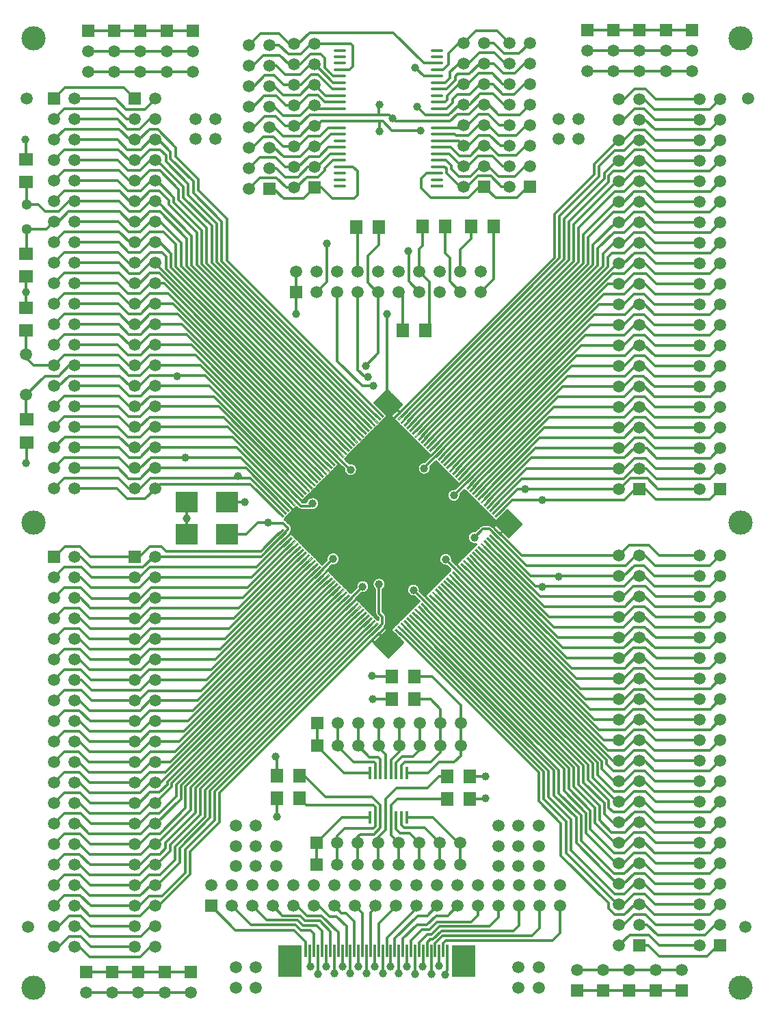
<source format=gtl>
%FSLAX43Y43*%
%MOMM*%
G71*
G01*
G75*
G04 Layer_Physical_Order=1*
%ADD10C,0.300*%
%ADD11C,0.075*%
%ADD12R,1.800X1.600*%
%ADD13R,0.300X1.650*%
%ADD14R,0.300X1.650*%
%ADD15R,1.600X1.800*%
%ADD16R,2.700X2.500*%
%ADD17O,1.500X0.400*%
%ADD18R,1.500X0.400*%
%ADD19R,0.300X1.500*%
%ADD20R,3.000X4.000*%
%ADD21C,0.254*%
%ADD22C,1.300*%
%ADD23C,1.500*%
%ADD24R,1.500X1.500*%
%ADD25C,3.000*%
%ADD26C,1.000*%
D10*
X59261Y59613D02*
G03*
X58908Y59760I-354J-354D01*
G01*
X59261Y59613D02*
G03*
X58908Y59760I-354J-354D01*
G01*
X58110D02*
G03*
X57756Y59613I0J-500D01*
G01*
X58110Y59760D02*
G03*
X57756Y59613I0J-500D01*
G01*
X57182Y59039D02*
G03*
X57234Y57370I-132J-840D01*
G01*
X55350Y63400D02*
G03*
X55339Y63536I-850J0D01*
G01*
X54629Y64240D02*
G03*
X55350Y63400I-129J-840D01*
G01*
X50916Y67597D02*
G03*
X51700Y66750I-65J-847D01*
G01*
G03*
X51677Y66945I-850J0D01*
G01*
X54336Y55346D02*
G03*
X54350Y55500I-836J154D01*
G01*
G03*
X53611Y54657I-850J0D01*
G01*
X50340Y51564D02*
G03*
X50350Y51697I-840J132D01*
G01*
G03*
X49632Y50857I-850J0D01*
G01*
X45750Y51713D02*
G03*
X46100Y52400I-500J687D01*
G01*
X46150Y48400D02*
G03*
X46004Y48753I-500J0D01*
G01*
X46150Y48400D02*
G03*
X46004Y48753I-500J0D01*
G01*
X46005Y47131D02*
G03*
X46150Y47483I-355J352D01*
G01*
X46005Y47131D02*
G03*
X46150Y47483I-355J352D01*
G01*
X42575Y66600D02*
G03*
X41544Y67431I-850J0D01*
G01*
X40879Y66682D02*
G03*
X42575Y66600I846J-82D01*
G01*
X37875Y62400D02*
G03*
X36199Y62600I-850J0D01*
G01*
X36738Y61600D02*
G03*
X37875Y62400I287J800D01*
G01*
X35208Y61746D02*
G03*
X35561Y61600I354J354D01*
G01*
X35208Y61746D02*
G03*
X35561Y61600I354J354D01*
G01*
X33753Y60329D02*
G03*
X33578Y60442I-354J-354D01*
G01*
X33753Y60329D02*
G03*
X33578Y60442I-354J-354D01*
G01*
X34500Y59375D02*
G03*
X34353Y59729I-500J0D01*
G01*
X34500Y59375D02*
G03*
X34353Y59729I-500J0D01*
G01*
Y58814D02*
G03*
X34500Y59167I-354J354D01*
G01*
X34353Y58814D02*
G03*
X34500Y59167I-354J354D01*
G01*
X46100Y52400D02*
G03*
X44750Y51713I-850J0D01*
G01*
X44075Y52125D02*
G03*
X42385Y51996I-850J0D01*
G01*
X43089Y51286D02*
G03*
X44075Y52125I136J839D01*
G01*
X44750Y48800D02*
G03*
X44896Y48446I500J0D01*
G01*
X44750Y48800D02*
G03*
X44896Y48446I500J0D01*
G01*
X40400Y55550D02*
G03*
X38714Y55396I-850J0D01*
G01*
X39439Y54707D02*
G03*
X40400Y55550I111J843D01*
G01*
X1607Y67482D02*
Y69988D01*
X1575Y67450D02*
X1607Y67482D01*
X1450Y107450D02*
X1493Y107407D01*
Y105012D02*
Y107407D01*
Y86612D02*
Y90474D01*
X1507Y90488D01*
X8954Y1865D02*
X21946D01*
X8954Y4405D02*
X21946D01*
X69747Y2170D02*
X82739D01*
X69747Y4710D02*
X82739D01*
X71024Y115903D02*
X84016D01*
X71024Y118443D02*
X84016D01*
X71024Y120983D02*
X84016D01*
X9203Y115853D02*
X22128D01*
X22161Y115886D02*
X22250Y115975D01*
X22128Y115853D02*
X22161Y115886D01*
X9203Y118393D02*
X22195D01*
X9203Y120933D02*
X22195D01*
X47275Y109700D02*
X54050D01*
X46475Y110500D02*
X47275Y109700D01*
X36650Y110500D02*
X46475D01*
X45225Y111725D02*
X45275Y111775D01*
X45225Y110500D02*
Y111725D01*
X59412Y90152D02*
Y96707D01*
X57860Y88600D02*
X59412Y90152D01*
X55300Y91000D02*
Y93850D01*
X56612Y95162D02*
Y96707D01*
X55300Y93850D02*
X56612Y95162D01*
X50612Y94312D02*
Y96707D01*
X50240Y91140D02*
Y93940D01*
Y91140D02*
X51500Y89880D01*
X50240Y93940D02*
X50612Y94312D01*
X54025Y89895D02*
X55320Y88600D01*
X53412Y93413D02*
Y96707D01*
X54025Y89895D02*
Y92800D01*
X53412Y93413D02*
X54025Y92800D01*
X50988Y83793D02*
X51500Y84306D01*
Y89880D01*
X47700Y88600D02*
X48188Y88112D01*
Y83793D02*
Y88112D01*
X61724Y62850D02*
X75600D01*
X43825Y89750D02*
X45160Y88415D01*
Y81010D02*
Y88415D01*
X45212Y94412D02*
Y96607D01*
X60183Y61308D02*
X61724Y62850D01*
X43575Y79425D02*
X45160Y81010D01*
X43825Y89750D02*
Y93025D01*
X45212Y94412D01*
X42412Y96607D02*
X42620Y96399D01*
Y91140D02*
Y96399D01*
X21400Y60557D02*
Y62600D01*
Y60557D02*
X21407Y60550D01*
Y58607D02*
Y60550D01*
X21400Y58600D02*
X21407Y58607D01*
X17000Y68100D02*
X28147D01*
X33878Y62369D01*
X30633Y55800D02*
X34000Y59167D01*
X17325Y55800D02*
X30633D01*
X31500Y60025D02*
X31550Y59975D01*
X30225Y60025D02*
X31500D01*
X26400Y58600D02*
X28800D01*
X30225Y60025D01*
X16975Y65550D02*
X29283D01*
X33171Y61662D01*
X27750Y65800D02*
X28000Y65550D01*
X26400Y62600D02*
X28600D01*
X30651Y56525D02*
X32817Y58692D01*
X16850Y57100D02*
X18300D01*
X18875Y56525D01*
X30651D01*
X29326Y64800D02*
X32818Y61308D01*
X16275Y62975D02*
X18100Y64800D01*
X7540Y64240D02*
X12785D01*
X18100Y64800D02*
X29326D01*
X50865Y22275D02*
X52739Y20402D01*
X48025Y22600D02*
Y23525D01*
Y22600D02*
X48350Y22275D01*
X50865D01*
X44553Y38178D02*
X46840D01*
X44300Y38175D02*
X44550D01*
X44553Y38178D01*
X44507Y40993D02*
X46788D01*
X44400Y41100D02*
X44507Y40993D01*
X58307Y25807D02*
X58400Y25900D01*
X56512Y25807D02*
X58307D01*
X58378Y28647D02*
X58400Y28625D01*
X56510Y28647D02*
X58378D01*
X32615Y23665D02*
Y25926D01*
X32600Y23650D02*
X32615Y23665D01*
X32450Y31075D02*
X32588Y30937D01*
Y28693D02*
Y30937D01*
X51925Y23525D02*
X55279Y20171D01*
Y17702D02*
Y20171D01*
X48675Y23525D02*
X51925D01*
X49025Y21575D02*
X50199Y20402D01*
X47375Y22075D02*
Y23525D01*
X47875Y21575D02*
X49025D01*
X47375Y22075D02*
X47875Y21575D01*
X50199Y17702D02*
Y20402D01*
X52739Y17702D02*
Y20402D01*
X46725Y21335D02*
Y25050D01*
X47482Y25807D02*
X53712D01*
X47659Y17702D02*
Y20402D01*
X46725Y21335D02*
X47659Y20402D01*
X46725Y25050D02*
X47482Y25807D01*
X52672Y28647D02*
X53710D01*
X46075Y23525D02*
Y25875D01*
X45119Y17702D02*
Y20402D01*
X51250Y27225D02*
X52672Y28647D01*
X47425Y27225D02*
X51250D01*
X46075Y25875D02*
X47425Y27225D01*
X46075Y22025D02*
Y23525D01*
X45119Y21069D02*
X46075Y22025D01*
X45119Y20402D02*
Y21069D01*
X42579Y17702D02*
Y20402D01*
X35388Y28693D02*
X36032D01*
X38625Y26100D01*
X44400D01*
X45425Y25075D01*
Y23525D02*
Y25075D01*
X44525Y25100D02*
X44775Y24850D01*
Y22450D02*
Y24850D01*
X36241Y25100D02*
X44525D01*
X45425Y22275D02*
Y23525D01*
X44625Y21475D02*
X45425Y22275D01*
X42900Y21475D02*
X44625D01*
X42579Y21154D02*
X42900Y21475D01*
X42579Y20402D02*
Y21154D01*
X40039Y17702D02*
Y21289D01*
X35415Y25926D02*
X36241Y25100D01*
X44525Y22200D02*
X44775Y22450D01*
X40950Y22200D02*
X44525D01*
X40039Y21289D02*
X40950Y22200D01*
X40622Y23525D02*
X44125D01*
X37499Y20402D02*
X40622Y23525D01*
X37499Y17702D02*
Y20402D01*
X37625Y32375D02*
Y35210D01*
X40925Y29075D02*
X44125D01*
X37625Y32375D02*
X40925Y29075D01*
X40165Y32375D02*
Y35210D01*
X44775Y29075D02*
Y30275D01*
X40165Y32375D02*
X42115Y30425D01*
X44625D01*
X44775Y30275D01*
X42679Y35184D02*
X42705Y35210D01*
X45425Y29075D02*
Y30775D01*
X42679Y32402D02*
Y35184D01*
Y32402D02*
X44055Y31025D01*
X45175D01*
X45425Y30775D01*
X46075Y29075D02*
Y31375D01*
X45245Y32205D02*
Y35210D01*
Y32205D02*
X46075Y31375D01*
X47785Y32428D02*
Y35210D01*
X46725Y29075D02*
Y30650D01*
X47785Y31710D01*
Y32428D01*
X48125Y31050D02*
X49450D01*
X47375Y30300D02*
X48125Y31050D01*
X47375Y29075D02*
Y30300D01*
X50299Y31899D02*
Y35184D01*
X50325Y35210D01*
X49450Y31050D02*
X50299Y31899D01*
X52865Y32428D02*
Y36935D01*
X49640Y38178D02*
X51622D01*
X52839Y31614D02*
Y32402D01*
X48025Y29075D02*
Y29975D01*
X48450Y30400D01*
X51625D01*
X52839Y31614D01*
Y32402D02*
X52865Y32428D01*
X51622Y38178D02*
X52865Y36935D01*
X55379Y31204D02*
Y37471D01*
X49588Y40993D02*
X51857D01*
X48675Y29075D02*
X51350D01*
X51857Y40993D02*
X55379Y37471D01*
X54575Y30400D02*
X55379Y31204D01*
X52675Y30400D02*
X54575D01*
X51350Y29075D02*
X52675Y30400D01*
X60881Y61300D02*
X61375D01*
X60981Y61400D02*
X61275D01*
X61128Y61547D02*
X62850Y59825D01*
X60781Y61200D02*
X61475D01*
X60536Y60955D02*
X61128Y61547D01*
X60535Y60954D02*
X61128Y61547D01*
X60581Y61000D02*
X61675D01*
X60681Y61100D02*
X61575D01*
X60481Y60900D02*
X61775D01*
X58662Y61202D02*
X59016Y60849D01*
X59723Y60141D02*
X60535Y60954D01*
X58309Y61556D02*
X58662Y61202D01*
X58309Y61556D02*
X58662Y61202D01*
X58500Y59760D02*
Y61365D01*
X57955Y61909D02*
X58309Y61556D01*
X57602Y62263D02*
X57955Y61909D01*
X57955Y61909D02*
X58309Y61556D01*
X58900Y59760D02*
Y60965D01*
X58800Y59760D02*
Y61065D01*
X58700Y59760D02*
Y61165D01*
X58662Y61202D02*
X59016Y60849D01*
X58600Y59760D02*
Y61265D01*
X61400Y58375D02*
Y61275D01*
X61200Y58382D02*
Y61475D01*
X61300Y58282D02*
Y61375D01*
X61000Y58582D02*
Y61418D01*
X60900Y58682D02*
Y61318D01*
X61100Y58482D02*
Y61518D01*
X61800Y58775D02*
Y60875D01*
X61700Y58675D02*
Y60975D01*
X61600Y58575D02*
Y61075D01*
X60800Y58782D02*
Y61218D01*
X61500Y58475D02*
Y61175D01*
X58100Y59759D02*
Y61765D01*
X58000Y59747D02*
Y61865D01*
X57900Y59713D02*
Y61965D01*
X57800Y59652D02*
Y62065D01*
X57700Y59557D02*
Y62165D01*
X60600Y58982D02*
Y61018D01*
X58400Y59760D02*
Y61465D01*
X60700Y58882D02*
Y61118D01*
X58300Y59760D02*
Y61565D01*
X58200Y59760D02*
Y61665D01*
X56541Y63323D02*
X56894Y62970D01*
X56187Y63677D02*
X56541Y63323D01*
X56541Y63323D02*
X56894Y62970D01*
X55326Y63200D02*
X56664D01*
X55344Y63300D02*
X56564D01*
X55295Y63100D02*
X56764D01*
X55187Y62900D02*
X56964D01*
X55250Y63000D02*
X56864D01*
X56894Y62970D02*
X57248Y62616D01*
X55102Y62800D02*
X57064D01*
X54982Y62700D02*
X57164D01*
X55834Y64031D02*
X56187Y63677D01*
X55703Y63900D02*
X55964D01*
X55834Y64031D02*
X56187Y63677D01*
X55603Y63800D02*
X56064D01*
X55339Y63536D02*
X55834Y64031D01*
X55403Y63600D02*
X56264D01*
X55503Y63700D02*
X56164D01*
X56187Y63677D02*
X56541Y63323D01*
X55344Y63500D02*
X56364D01*
X55350Y63400D02*
X56464D01*
X57248Y62616D02*
X57602Y62263D01*
X57248Y62616D02*
X57602Y62263D01*
X57200Y59057D02*
Y62665D01*
X56894Y62970D02*
X57248Y62616D01*
X54787Y62600D02*
X57264D01*
X57100Y59048D02*
Y62765D01*
X57602Y62263D02*
X57955Y61909D01*
X57600Y59457D02*
Y62265D01*
X57500Y59357D02*
Y62365D01*
X57400Y59257D02*
Y62465D01*
X57300Y59157D02*
Y62565D01*
X56500Y58848D02*
Y63365D01*
X56400Y58747D02*
Y63465D01*
X56300Y58599D02*
Y63565D01*
X56200Y56335D02*
Y63665D01*
X56100Y56235D02*
Y63765D01*
X57000Y59048D02*
Y62865D01*
X56900Y59036D02*
Y62965D01*
X56800Y59012D02*
Y63065D01*
X56700Y58974D02*
Y63165D01*
X56600Y58921D02*
Y63265D01*
X62800Y59775D02*
Y59875D01*
X62700Y59675D02*
Y59975D01*
X62600Y59575D02*
Y60075D01*
X59781Y60200D02*
X62475D01*
X62500Y59475D02*
Y60175D01*
X62400Y59375D02*
Y60275D01*
X59982Y59600D02*
X62625D01*
X60082Y59500D02*
X62525D01*
X60182Y59400D02*
X62425D01*
X59782Y59800D02*
X62825D01*
X59882Y59700D02*
X62725D01*
X60281Y60700D02*
X61975D01*
X60381Y60800D02*
X61875D01*
X60181Y60600D02*
X62075D01*
X59981Y60400D02*
X62275D01*
X60081Y60500D02*
X62175D01*
X60100Y59482D02*
Y60518D01*
X59881Y60300D02*
X62375D01*
X59900Y59682D02*
Y60318D01*
X60000Y59582D02*
Y60418D01*
X59700Y59835D02*
Y60165D01*
X59800Y59782D02*
Y60218D01*
X62300Y59275D02*
Y60375D01*
X62200Y59175D02*
Y60475D01*
X62100Y59075D02*
Y60575D01*
X62000Y58975D02*
Y60675D01*
X61900Y58875D02*
Y60775D01*
X61303Y58278D02*
X62850Y59825D01*
X60482Y59100D02*
X62125D01*
X60582Y59000D02*
X62025D01*
X60682Y58900D02*
X61925D01*
X60282Y59300D02*
X62325D01*
X60382Y59200D02*
X62225D01*
X60400Y59182D02*
Y60818D01*
X60300Y59282D02*
Y60718D01*
X60500Y59082D02*
Y60918D01*
X60200Y59382D02*
Y60618D01*
X60982Y58600D02*
X61625D01*
X61082Y58500D02*
X61525D01*
X61182Y58400D02*
X61425D01*
X60782Y58800D02*
X61825D01*
X60882Y58700D02*
X61725D01*
X59369Y60495D02*
X59723Y60141D01*
X59600Y59735D02*
Y60265D01*
X59500Y59635D02*
Y60365D01*
X59016Y60849D02*
X59369Y60495D01*
X59016Y60849D02*
X59369Y60495D01*
X59400Y59535D02*
Y60465D01*
X59664Y60200D02*
X59781D01*
X59664Y59800D02*
X59782D01*
X59369Y59505D02*
X59723Y59859D01*
X59145Y59700D02*
X59564D01*
X59275Y59600D02*
X59464D01*
X59200Y59665D02*
Y60665D01*
X59100Y59721D02*
Y60765D01*
X59300Y59575D02*
Y60565D01*
X59000Y59751D02*
Y60865D01*
X58110Y59760D02*
X58908D01*
X59261Y59613D02*
X59369Y59505D01*
X57182Y59039D02*
X57756Y59613D01*
X59723Y59859D02*
X61303Y58278D01*
X56894Y57030D02*
X57234Y57370D01*
X56894Y57030D02*
X57234Y57370D01*
X57100Y57235D02*
Y57351D01*
X57000Y57135D02*
Y57351D01*
X56900Y57035D02*
Y57363D01*
X56541Y56677D02*
X56894Y57030D01*
X56541Y56677D02*
X56894Y57030D01*
X56800Y56935D02*
Y57388D01*
X56600Y56735D02*
Y57479D01*
X56500Y56635D02*
Y57552D01*
X56400Y56535D02*
Y57652D01*
X56300Y56435D02*
Y57800D01*
X56700Y56835D02*
Y57425D01*
X56187Y56323D02*
X56541Y56677D01*
X56187Y56323D02*
X56541Y56677D01*
X53788Y56300D02*
X56164D01*
X53982Y56200D02*
X56064D01*
X47700Y74281D02*
Y74975D01*
X47600Y74181D02*
Y75075D01*
X47500Y74081D02*
Y75175D01*
X46275Y76400D02*
X48047Y74628D01*
X47400Y73981D02*
Y75275D01*
X47300Y73881D02*
Y75375D01*
X47900Y74481D02*
Y74775D01*
X47800Y74381D02*
Y74875D01*
X46641Y73223D02*
X48047Y74628D01*
X47100Y73681D02*
Y75575D01*
X47000Y73581D02*
Y75675D01*
X46900Y73481D02*
Y75775D01*
X46800Y73381D02*
Y75875D01*
X46700Y73281D02*
Y75975D01*
X46300Y73282D02*
Y76375D01*
X47200Y73781D02*
Y75475D01*
X46700Y73165D02*
Y73281D01*
X46641Y73223D02*
X46995Y72869D01*
X46300Y73164D02*
Y73282D01*
X46336Y73200D02*
X46665D01*
X49470Y70394D02*
X49823Y70041D01*
X49116Y70748D02*
X49470Y70394D01*
X49470Y70394D02*
X49823Y70041D01*
X48763Y71102D02*
X49116Y70748D01*
X48763Y71102D02*
X49116Y70748D01*
X49116Y70748D02*
X49470Y70394D01*
X50177Y69687D02*
X50531Y69334D01*
X50177Y69687D02*
X50531Y69334D01*
X50100Y67150D02*
Y69765D01*
X49823Y70041D02*
X50177Y69687D01*
X49823Y70041D02*
X50177Y69687D01*
X47349Y72516D02*
X47702Y72162D01*
X47349Y72516D02*
X47702Y72162D01*
X47702Y72162D02*
X48056Y71809D01*
X46995Y72869D02*
X47349Y72516D01*
X46995Y72869D02*
X47349Y72516D01*
X48409Y71455D02*
X48763Y71102D01*
X48056Y71809D02*
X48409Y71455D01*
X48409Y71455D02*
X48763Y71102D01*
X47702Y72162D02*
X48056Y71809D01*
X48056Y71809D02*
X48409Y71455D01*
X45775Y75900D02*
X46775D01*
X45875Y76000D02*
X46675D01*
X45675Y75800D02*
X46875D01*
X45475Y75600D02*
X47075D01*
X45575Y75700D02*
X46975D01*
X45375Y75500D02*
X47175D01*
X45582Y74000D02*
X47418D01*
X45682Y73900D02*
X47318D01*
X45782Y73800D02*
X47218D01*
X45382Y74200D02*
X47618D01*
X45482Y74100D02*
X47518D01*
X46175Y76300D02*
X46375D01*
X46175Y76300D02*
X46275Y76400D01*
X46075Y76200D02*
X46475D01*
X45975Y76100D02*
X46575D01*
X45900Y73682D02*
Y76025D01*
X45700Y73882D02*
Y75825D01*
X45600Y73982D02*
Y75725D01*
X45800Y73782D02*
Y75925D01*
X45400Y74182D02*
Y75525D01*
X45500Y74082D02*
Y75625D01*
X45982Y73600D02*
X47018D01*
X46082Y73500D02*
X46918D01*
X46136Y73000D02*
X46865D01*
X45882Y73700D02*
X47118D01*
X46036Y72900D02*
X46965D01*
X45936Y72800D02*
X47064D01*
X45736Y72600D02*
X47264D01*
X45836Y72700D02*
X47164D01*
X45636Y72500D02*
X47364D01*
X45536Y72400D02*
X47464D01*
X45436Y72300D02*
X47564D01*
X46200Y73382D02*
Y76325D01*
X46100Y73482D02*
Y76225D01*
X46182Y73400D02*
X46818D01*
X46000Y73582D02*
Y76125D01*
X45546Y74035D02*
X46359Y73223D01*
X46236Y73100D02*
X46765D01*
X46282Y73300D02*
X46718D01*
X46005Y72869D02*
X46359Y73223D01*
X45651Y72516D02*
X46005Y72869D01*
X45651Y72516D02*
X46005Y72869D01*
X54773Y65091D02*
X55127Y64738D01*
X54773Y65091D02*
X55127Y64738D01*
X54600Y64244D02*
Y65265D01*
X54420Y65445D02*
X54773Y65091D01*
X54066Y65798D02*
X54420Y65445D01*
X54420Y65445D02*
X54773Y65091D01*
X55000Y64611D02*
Y64865D01*
X54900Y64511D02*
Y64965D01*
X54800Y64411D02*
Y65065D01*
X54700Y64311D02*
Y65165D01*
X54629Y64240D02*
X55127Y64738D01*
X53005Y66859D02*
X53359Y66505D01*
X52652Y67212D02*
X53005Y66859D01*
X53005Y66859D02*
X53359Y66505D01*
X52298Y67566D02*
X52652Y67212D01*
X52298Y67566D02*
X52652Y67212D01*
X52652Y67212D02*
X53005Y66859D01*
X53712Y66152D02*
X54066Y65798D01*
X53712Y66152D02*
X54066Y65798D01*
X54066Y65798D02*
X54420Y65445D01*
X53359Y66505D02*
X53712Y66152D01*
X53359Y66505D02*
X53712Y66152D01*
X54400Y64244D02*
Y65465D01*
X54300Y64226D02*
Y65565D01*
X54200Y64195D02*
Y65665D01*
X54100Y64150D02*
Y65765D01*
X54000Y64087D02*
Y65865D01*
X53900Y64002D02*
Y65965D01*
X54500Y64250D02*
Y65365D01*
X54000Y56188D02*
Y62713D01*
X53900Y56250D02*
Y62798D01*
X53500Y56350D02*
Y66365D01*
X53400Y56344D02*
Y66465D01*
X53300Y56326D02*
Y66565D01*
X53200Y56295D02*
Y66665D01*
X53100Y56250D02*
Y66765D01*
X53800Y63882D02*
Y66065D01*
X53700Y63687D02*
Y66165D01*
X53800Y56295D02*
Y62918D01*
X53700Y56326D02*
Y63113D01*
X53600Y56344D02*
Y66265D01*
X51238Y68627D02*
X51591Y68273D01*
X51300Y67982D02*
Y68565D01*
X50884Y68980D02*
X51238Y68627D01*
X50884Y68980D02*
X51238Y68627D01*
X51238Y68627D02*
X51591Y68273D01*
X52232Y67500D02*
X52364D01*
X51500Y68182D02*
Y68365D01*
X52132Y67400D02*
X52464D01*
X51400Y68082D02*
Y68465D01*
X50916Y67597D02*
X51591Y68273D01*
X50700Y67587D02*
Y69165D01*
X50600Y67562D02*
Y69265D01*
X50500Y67525D02*
Y69365D01*
X50531Y69334D02*
X50884Y68980D01*
X50531Y69334D02*
X50884Y68980D01*
X51200Y67882D02*
Y68665D01*
X51100Y67782D02*
Y68765D01*
X51000Y67682D02*
Y68865D01*
X50900Y67599D02*
Y68965D01*
X50800Y67599D02*
Y69065D01*
X51699Y66800D02*
X53064D01*
X51732Y67000D02*
X52864D01*
X51699Y66700D02*
X53164D01*
X51687Y66600D02*
X53264D01*
X51687Y66900D02*
X52964D01*
X51662Y66500D02*
X53364D01*
X51571Y66300D02*
X53564D01*
X51625Y66400D02*
X53464D01*
X51498Y66200D02*
X53664D01*
X51398Y66100D02*
X53764D01*
X51250Y66000D02*
X53864D01*
X50400Y67471D02*
Y69465D01*
X50300Y67398D02*
Y69565D01*
X51677Y66945D02*
X52298Y67566D01*
X50200Y67298D02*
Y69665D01*
X51932Y67200D02*
X52664D01*
X52032Y67300D02*
X52564D01*
X51832Y67100D02*
X52764D01*
X51700Y66768D02*
Y66968D01*
X56000Y56135D02*
Y63865D01*
X55900Y56035D02*
Y63965D01*
X55800Y55935D02*
Y63996D01*
X55834Y55969D02*
X56187Y56323D01*
X55834Y55969D02*
X56187Y56323D01*
X55700Y55835D02*
Y63896D01*
X55480Y55616D02*
X55834Y55969D01*
X54250Y55900D02*
X55764D01*
X55480Y55616D02*
X55834Y55969D01*
X54102Y56100D02*
X55964D01*
X54187Y56000D02*
X55864D01*
X55600Y55735D02*
Y63797D01*
X55500Y55635D02*
Y63696D01*
X55400Y55535D02*
Y63597D01*
X54200Y55982D02*
Y62605D01*
X54100Y56102D02*
Y62650D01*
X55300Y55435D02*
Y63112D01*
X54295Y55800D02*
X55664D01*
X54300Y55788D02*
Y62574D01*
X54326Y55700D02*
X55564D01*
X54344Y55600D02*
X55464D01*
X54350Y55500D02*
X55364D01*
X55127Y55262D02*
X55480Y55616D01*
X55200Y55335D02*
Y62918D01*
X55127Y55262D02*
X55480Y55616D01*
X54344Y55400D02*
X55264D01*
X55100Y55235D02*
Y62798D01*
X55000Y55135D02*
Y62712D01*
X54773Y54909D02*
X55127Y55262D01*
X54773Y54909D02*
X55127Y55262D01*
X54382Y55300D02*
X55164D01*
X54482Y55200D02*
X55064D01*
X54900Y55035D02*
Y62650D01*
X54800Y54935D02*
Y62605D01*
X54700Y54982D02*
Y62574D01*
X54500Y55182D02*
Y62550D01*
X54600Y55082D02*
Y62556D01*
X54582Y55100D02*
X54964D01*
X54400Y55282D02*
Y62556D01*
X54682Y55000D02*
X54864D01*
X54336Y55346D02*
X54773Y54909D01*
X53000Y56187D02*
Y66865D01*
X52900Y56102D02*
Y66965D01*
X52800Y55982D02*
Y67065D01*
X52700Y55787D02*
Y67165D01*
X52600Y52735D02*
Y67265D01*
X52500Y52635D02*
Y67365D01*
X53000Y53135D02*
Y54813D01*
X52900Y53035D02*
Y54898D01*
X52800Y52935D02*
Y55018D01*
X52700Y52835D02*
Y55213D01*
X49800Y52492D02*
Y70065D01*
X49700Y52523D02*
Y70165D01*
X49600Y52541D02*
Y70265D01*
X49500Y52547D02*
Y70365D01*
X49400Y52541D02*
Y70465D01*
X49300Y52523D02*
Y70564D01*
X52400Y52535D02*
Y67465D01*
X52300Y52435D02*
Y67565D01*
X52200Y52335D02*
Y67468D01*
X49900Y52447D02*
Y69965D01*
X50000Y52384D02*
Y69865D01*
X52100Y52235D02*
Y67368D01*
X52000Y52135D02*
Y67268D01*
X51900Y52035D02*
Y67168D01*
X51800Y51935D02*
Y67068D01*
X51700Y51835D02*
Y66732D01*
X51600Y51735D02*
Y66350D01*
X51500Y51635D02*
Y66202D01*
X51400Y51535D02*
Y66102D01*
X51300Y51435D02*
Y66029D01*
X51200Y51335D02*
Y65975D01*
X51100Y51235D02*
Y65938D01*
X50400Y51504D02*
Y66029D01*
X50300Y51984D02*
Y66102D01*
X50600Y51304D02*
Y65938D01*
X50100Y52299D02*
Y66350D01*
X50200Y52179D02*
Y66202D01*
X51000Y51135D02*
Y65913D01*
X50800Y51104D02*
Y65901D01*
X50900Y51035D02*
Y65901D01*
X50500Y51404D02*
Y65975D01*
X50700Y51204D02*
Y65913D01*
X53900Y54035D02*
Y54368D01*
X53800Y53935D02*
Y54468D01*
X53700Y53835D02*
Y54568D01*
X53611Y54657D02*
X54066Y54202D01*
X53600Y53735D02*
Y54656D01*
X53500Y53635D02*
Y54650D01*
X53712Y53848D02*
X54066Y54202D01*
X54000Y54135D02*
Y54268D01*
X53712Y53848D02*
X54066Y54202D01*
X53359Y53495D02*
X53712Y53848D01*
X53359Y53495D02*
X53712Y53848D01*
X53400Y53535D02*
Y54656D01*
X53300Y53435D02*
Y54674D01*
X53200Y53335D02*
Y54705D01*
X53005Y53141D02*
X53359Y53495D01*
X53100Y53235D02*
Y54750D01*
X53005Y53141D02*
X53359Y53495D01*
X52652Y52788D02*
X53005Y53141D01*
X52652Y52788D02*
X53005Y53141D01*
X52298Y52434D02*
X52652Y52788D01*
X52298Y52434D02*
X52652Y52788D01*
X51945Y52080D02*
X52298Y52434D01*
X51945Y52080D02*
X52298Y52434D01*
X51591Y51727D02*
X51945Y52080D01*
X51591Y51727D02*
X51945Y52080D01*
X50248Y52100D02*
X51964D01*
X50294Y52000D02*
X51864D01*
X50325Y51900D02*
X51764D01*
X51238Y51373D02*
X51591Y51727D01*
X51238Y51373D02*
X51591Y51727D01*
X50344Y51800D02*
X51664D01*
X50350Y51700D02*
X51564D01*
X50404Y51500D02*
X51364D01*
X50504Y51400D02*
X51264D01*
X50344Y51600D02*
X51464D01*
X50340Y51564D02*
X50884Y51020D01*
X51238Y51373D01*
X50804Y51100D02*
X50964D01*
X50884Y51020D02*
X51238Y51373D01*
X50604Y51300D02*
X51164D01*
X50704Y51200D02*
X51064D01*
X45937Y52900D02*
X52764D01*
X46000Y52800D02*
X52664D01*
X46045Y52700D02*
X52564D01*
X45538Y53200D02*
X53064D01*
X45732Y53100D02*
X52964D01*
X45852Y53000D02*
X52864D01*
X49978Y52400D02*
X52264D01*
X50099Y52300D02*
X52164D01*
X50185Y52200D02*
X52064D01*
X46076Y52600D02*
X52464D01*
X49778Y52500D02*
X52364D01*
X45750Y50800D02*
X49690D01*
X49632Y50857D02*
X50177Y50313D01*
X45750Y50700D02*
X49790D01*
X45750Y50600D02*
X49890D01*
X45750Y50400D02*
X50090D01*
X45750Y50500D02*
X49990D01*
X50100Y50235D02*
Y50390D01*
X45750Y50300D02*
X50164D01*
X45750Y50200D02*
X50064D01*
X50000Y50135D02*
Y50490D01*
X49900Y50035D02*
Y50590D01*
X49800Y49935D02*
Y50690D01*
X49823Y49959D02*
X50177Y50313D01*
X49823Y49959D02*
X50177Y50313D01*
X49700Y49835D02*
Y50790D01*
X45750Y50100D02*
X49964D01*
X49470Y49606D02*
X49823Y49959D01*
X49470Y49606D02*
X49823Y49959D01*
X45750Y50000D02*
X49864D01*
X45750Y49900D02*
X49764D01*
X49600Y49735D02*
Y50853D01*
X49500Y49635D02*
Y50847D01*
X49400Y49535D02*
Y50853D01*
X45750Y49800D02*
X49664D01*
X49300Y49435D02*
Y50871D01*
X45750Y49700D02*
X49564D01*
X49116Y49252D02*
X49470Y49606D01*
X49116Y49252D02*
X49470Y49606D01*
X45750Y49600D02*
X49464D01*
X45750Y49500D02*
X49364D01*
X49200Y52492D02*
Y70664D01*
X49100Y52447D02*
Y70765D01*
X49000Y52384D02*
Y70865D01*
X46094Y52500D02*
X49222D01*
X48900Y52299D02*
Y70965D01*
Y49035D02*
Y51095D01*
X49200Y49335D02*
Y50901D01*
X49100Y49235D02*
Y50947D01*
X49000Y49135D02*
Y51009D01*
X48763Y48898D02*
X49116Y49252D01*
X48763Y48898D02*
X49116Y49252D01*
X48700Y51983D02*
Y71165D01*
X48600Y48735D02*
Y71265D01*
X48500Y48635D02*
Y71365D01*
X48400Y48535D02*
Y71465D01*
X46100Y52418D02*
Y72964D01*
X48300Y48435D02*
Y71565D01*
X48800Y52179D02*
Y71064D01*
Y48935D02*
Y51215D01*
X48700Y48835D02*
Y51410D01*
X48409Y48545D02*
X48763Y48898D01*
X48409Y48545D02*
X48763Y48898D01*
X47700Y47835D02*
Y72164D01*
X47600Y47735D02*
Y72265D01*
X47500Y47635D02*
Y72365D01*
X47400Y47535D02*
Y72465D01*
X47300Y47435D02*
Y72564D01*
X47200Y47335D02*
Y72664D01*
X48200Y48335D02*
Y71664D01*
X48100Y48235D02*
Y71765D01*
X48000Y48135D02*
Y71865D01*
X47900Y48035D02*
Y71965D01*
X47800Y47935D02*
Y72064D01*
X46700Y46835D02*
Y73165D01*
X46600Y43575D02*
Y76075D01*
X46500Y43475D02*
Y76175D01*
X46300Y46836D02*
Y73164D01*
X46400Y43425D02*
Y76275D01*
X47100Y47235D02*
Y72765D01*
X47000Y47135D02*
Y72865D01*
X46900Y47035D02*
Y72965D01*
X46800Y46935D02*
Y73065D01*
X46200Y46936D02*
Y73064D01*
X46100Y52400D02*
X49022D01*
X46094Y52300D02*
X48901D01*
X46076Y52200D02*
X48815D01*
X46045Y52100D02*
X48752D01*
X46000Y52000D02*
X48706D01*
X45937Y51900D02*
X48675D01*
X45852Y51800D02*
X48656D01*
X45750Y51600D02*
X48656D01*
X45750Y51500D02*
X48673D01*
X45750Y51400D02*
X48704D01*
X45750Y51300D02*
X48748D01*
X45900Y52948D02*
Y72764D01*
X45800Y53048D02*
Y72664D01*
X46000Y52800D02*
Y72864D01*
X45600Y53175D02*
Y72464D01*
X45700Y53121D02*
Y72564D01*
X45500Y53212D02*
Y72364D01*
X45750Y51700D02*
X48650D01*
X45300Y53249D02*
Y72164D01*
X45400Y53237D02*
Y72264D01*
X45750Y51100D02*
X48895D01*
X45750Y51200D02*
X48810D01*
X45750Y51000D02*
X49013D01*
X45750Y49400D02*
X49264D01*
X45750Y50900D02*
X49204D01*
X45750Y49300D02*
X49164D01*
X45750Y49200D02*
X49064D01*
X45857Y48900D02*
X48764D01*
X45957Y48800D02*
X48664D01*
X45750Y49100D02*
X48964D01*
X45757Y49000D02*
X48864D01*
X46000Y48757D02*
Y52000D01*
X45900Y48857D02*
Y51852D01*
X46100Y48618D02*
Y52382D01*
X45750Y49007D02*
Y51713D01*
X45800Y48957D02*
Y51752D01*
X46050Y48700D02*
X48564D01*
X46108Y48600D02*
X48464D01*
X45750Y49007D02*
X46004Y48753D01*
X48056Y48191D02*
X48409Y48545D01*
X46140Y48500D02*
X48364D01*
X48056Y48191D02*
X48409Y48545D01*
X46150Y48400D02*
X48264D01*
X46150Y48300D02*
X48164D01*
X46150Y48200D02*
X48064D01*
X47702Y47838D02*
X48056Y48191D01*
X47702Y47838D02*
X48056Y48191D01*
X47349Y47484D02*
X47702Y47838D01*
X46150Y48100D02*
X47964D01*
X46150Y48000D02*
X47864D01*
X47349Y47484D02*
X47702Y47838D01*
X46995Y47131D02*
X47349Y47484D01*
X46995Y47131D02*
X47349Y47484D01*
X46236Y46900D02*
X46764D01*
X46150Y47483D02*
Y48400D01*
X46641Y46777D02*
X46995Y47131D01*
X46336Y46800D02*
X46664D01*
X46700Y46719D02*
Y46835D01*
X46641Y46777D02*
X47454Y45965D01*
X46300Y46718D02*
Y46836D01*
X46281Y46700D02*
X46719D01*
X47455Y45964D02*
X48222Y45197D01*
X47700Y44675D02*
Y45719D01*
X47600Y44575D02*
Y45819D01*
X47454Y45965D02*
X48222Y45197D01*
X47500Y44475D02*
Y45919D01*
X47400Y44375D02*
Y46019D01*
X48100Y45075D02*
Y45319D01*
X48000Y44975D02*
Y45419D01*
X47900Y44875D02*
Y45519D01*
X47800Y44775D02*
Y45619D01*
X46425Y43400D02*
X48222Y45197D01*
X47000Y43975D02*
Y46419D01*
X46900Y43875D02*
Y46519D01*
X46800Y43775D02*
Y46619D01*
X46700Y43675D02*
Y46719D01*
X46300Y43525D02*
Y46718D01*
X47300Y44275D02*
Y46119D01*
X47200Y44175D02*
Y46219D01*
X47100Y44075D02*
Y46319D01*
X46225Y43600D02*
X46625D01*
X46325Y43500D02*
X46525D01*
X46150Y47900D02*
X47764D01*
X46150Y47800D02*
X47664D01*
X46150Y47700D02*
X47564D01*
X46150Y47600D02*
X47464D01*
X46150Y47500D02*
X47364D01*
X46143Y47400D02*
X47264D01*
X46115Y47300D02*
X47164D01*
X45881Y46300D02*
X47119D01*
X45781Y46200D02*
X47219D01*
X45681Y46100D02*
X47319D01*
X45581Y46000D02*
X47419D01*
X46062Y47200D02*
X47064D01*
X46100Y47036D02*
Y47264D01*
X46005Y47131D02*
X46359Y46777D01*
X46136Y47000D02*
X46864D01*
X46181Y46600D02*
X46819D01*
X46081Y46500D02*
X46919D01*
X46036Y47100D02*
X46964D01*
X45981Y46400D02*
X47019D01*
X45481Y45900D02*
X47519D01*
X45525Y44300D02*
X47325D01*
X45625Y44200D02*
X47225D01*
X45381Y45800D02*
X47619D01*
X45325Y44500D02*
X47525D01*
X45425Y44400D02*
X47425D01*
X45925Y43900D02*
X46925D01*
X46025Y43800D02*
X46825D01*
X46125Y43700D02*
X46725D01*
X45725Y44100D02*
X47125D01*
X45825Y44000D02*
X47025D01*
X46100Y43725D02*
Y46518D01*
X46000Y43825D02*
Y46418D01*
X46200Y43625D02*
Y46618D01*
X45800Y44025D02*
Y46218D01*
X45900Y43925D02*
Y46318D01*
X45600Y44225D02*
Y46018D01*
X45500Y44325D02*
Y45918D01*
X45700Y44125D02*
Y46118D01*
X45300Y44525D02*
Y45718D01*
X45400Y44425D02*
Y45818D01*
X44975Y75100D02*
X47575D01*
X45075Y75200D02*
X47475D01*
X44875Y75000D02*
X47675D01*
X44782Y74800D02*
X47875D01*
X44775Y74900D02*
X47775D01*
X44882Y74700D02*
X47975D01*
X45182Y74400D02*
X47818D01*
X45282Y74300D02*
X47718D01*
X45336Y72200D02*
X47664D01*
X44982Y74600D02*
X48018D01*
X45082Y74500D02*
X47918D01*
X45175Y75300D02*
X47375D01*
X45275Y75400D02*
X47275D01*
X45300Y74282D02*
Y75425D01*
X44728Y74853D02*
X46175Y76300D01*
X45100Y74482D02*
Y75225D01*
X45200Y74382D02*
Y75325D01*
X45298Y72162D02*
X45651Y72516D01*
X45000Y74582D02*
Y75125D01*
X45298Y72162D02*
X45651Y72516D01*
X44732Y74849D02*
X45546Y74035D01*
X44732Y74849D02*
X45545Y74036D01*
X44336Y71200D02*
X48664D01*
X44436Y71300D02*
X48564D01*
X44236Y71100D02*
X48764D01*
X44036Y70900D02*
X48964D01*
X44136Y71000D02*
X48864D01*
X43936Y70800D02*
X49064D01*
X43736Y70600D02*
X49264D01*
X43836Y70700D02*
X49164D01*
X43636Y70500D02*
X49364D01*
X43536Y70400D02*
X49464D01*
X43436Y70300D02*
X49564D01*
X45136Y72000D02*
X47864D01*
X45236Y72100D02*
X47764D01*
X45036Y71900D02*
X47964D01*
X44944Y71809D02*
X45298Y72162D01*
X44944Y71809D02*
X45298Y72162D01*
X44836Y71700D02*
X48164D01*
X44936Y71800D02*
X48064D01*
X44736Y71600D02*
X48264D01*
X44636Y71500D02*
X48364D01*
X44536Y71400D02*
X48464D01*
X42136Y69000D02*
X50864D01*
X42236Y69100D02*
X50764D01*
X42036Y68900D02*
X50964D01*
X41836Y68700D02*
X51164D01*
X41936Y68800D02*
X51064D01*
X41736Y68600D02*
X51264D01*
X41536Y68400D02*
X51464D01*
X41636Y68500D02*
X51364D01*
X41436Y68300D02*
X51564D01*
X41336Y68200D02*
X51518D01*
X41236Y68100D02*
X51418D01*
X43236Y70100D02*
X49764D01*
X43336Y70200D02*
X49664D01*
X43136Y70000D02*
X49864D01*
X42936Y69800D02*
X50064D01*
X43036Y69900D02*
X49964D01*
X42836Y69700D02*
X50164D01*
X42636Y69500D02*
X50364D01*
X42736Y69600D02*
X50264D01*
X42536Y69400D02*
X50464D01*
X42436Y69300D02*
X50564D01*
X42336Y69200D02*
X50664D01*
X41275Y67700D02*
X51018D01*
X41375Y67600D02*
X50834D01*
X41475Y67500D02*
X50450D01*
X41136Y68000D02*
X51318D01*
X41075Y67900D02*
X51218D01*
X41175Y67800D02*
X51118D01*
X42412Y66100D02*
X50302D01*
X42475Y66200D02*
X50202D01*
X42327Y66000D02*
X50450D01*
X42013Y67400D02*
X50302D01*
X42207Y67300D02*
X50202D01*
X42475Y67000D02*
X50038D01*
X42520Y66900D02*
X50013D01*
X42551Y66800D02*
X50001D01*
X42327Y67200D02*
X50129D01*
X42412Y67100D02*
X50075D01*
X42569Y66700D02*
X50001D01*
X42575Y66600D02*
X50013D01*
X42569Y66500D02*
X50038D01*
X42551Y66400D02*
X50075D01*
X42520Y66300D02*
X50129D01*
X38336Y65200D02*
X54664D01*
X38436Y65300D02*
X54564D01*
X38236Y65100D02*
X54764D01*
X38036Y64900D02*
X54964D01*
X38136Y65000D02*
X54864D01*
X37936Y64800D02*
X55064D01*
X37836Y64700D02*
X55089D01*
X37736Y64600D02*
X54989D01*
X37636Y64500D02*
X54889D01*
X37536Y64400D02*
X54789D01*
X37436Y64300D02*
X54689D01*
X42012Y65800D02*
X54064D01*
X42207Y65900D02*
X53964D01*
X38836Y65700D02*
X54164D01*
X38636Y65500D02*
X54364D01*
X38736Y65600D02*
X54264D01*
X38536Y65400D02*
X54464D01*
X37336Y64200D02*
X54212D01*
X37236Y64100D02*
X54018D01*
X37136Y64000D02*
X53898D01*
X37036Y63900D02*
X53813D01*
X36936Y63800D02*
X53750D01*
X37869Y62500D02*
X57364D01*
X37851Y62600D02*
X54213D01*
X37875Y62400D02*
X57464D01*
X37851Y62200D02*
X57664D01*
X37869Y62300D02*
X57564D01*
X37820Y62100D02*
X57764D01*
X37712Y61900D02*
X57964D01*
X37775Y62000D02*
X57864D01*
X37627Y61800D02*
X58064D01*
X37507Y61700D02*
X58164D01*
X37312Y61600D02*
X58264D01*
X36836Y63700D02*
X53705D01*
X36736Y63600D02*
X53674D01*
X37312Y63200D02*
X53674D01*
X36636Y63500D02*
X53656D01*
X36536Y63400D02*
X53650D01*
X37775Y62800D02*
X53898D01*
X37712Y62900D02*
X53813D01*
X37820Y62700D02*
X54018D01*
X37507Y63100D02*
X53705D01*
X37627Y63000D02*
X53750D01*
X33836Y60700D02*
X59164D01*
X33936Y60800D02*
X59064D01*
X33736Y60600D02*
X59264D01*
X33663Y60400D02*
X59464D01*
X33636Y60500D02*
X59364D01*
X33782Y60300D02*
X59564D01*
X34182Y59900D02*
X62775D01*
X34082Y60000D02*
X62675D01*
X34282Y59800D02*
X59664D01*
X33882Y60200D02*
X59664D01*
X33982Y60100D02*
X62575D01*
X34636Y61500D02*
X58364D01*
X36436Y63300D02*
X53656D01*
X34536Y61400D02*
X58464D01*
X34436Y61300D02*
X58564D01*
X34336Y61200D02*
X58664D01*
X34236Y61100D02*
X58764D01*
X34380Y59700D02*
X57873D01*
X34446Y59600D02*
X57743D01*
X34136Y61000D02*
X58864D01*
X34036Y60900D02*
X58964D01*
X34484Y59500D02*
X57643D01*
X34499Y59400D02*
X57543D01*
X34500Y59300D02*
X57443D01*
X34500Y59200D02*
X57343D01*
X34495Y59100D02*
X57243D01*
X34471Y59000D02*
X56763D01*
X35636Y57500D02*
X56568D01*
X35536Y57600D02*
X56448D01*
X35736Y57400D02*
X56763D01*
X34422Y58900D02*
X56568D01*
X34436Y58700D02*
X56363D01*
X34736Y58400D02*
X56224D01*
X34836Y58300D02*
X56206D01*
X34936Y58200D02*
X56200D01*
X34536Y58600D02*
X56300D01*
X34636Y58500D02*
X56255D01*
X35236Y57900D02*
X56255D01*
X35336Y57800D02*
X56300D01*
X35436Y57700D02*
X56363D01*
X35036Y58100D02*
X56206D01*
X35136Y58000D02*
X56224D01*
X44900Y74682D02*
Y75025D01*
X44800Y74782D02*
Y74925D01*
X44591Y71455D02*
X44944Y71809D01*
X44591Y71455D02*
X44944Y71809D01*
X44237Y71102D02*
X44591Y71455D01*
X44237Y71102D02*
X44591Y71455D01*
X43884Y70748D02*
X44237Y71102D01*
X43884Y70748D02*
X44237Y71102D01*
X43530Y70394D02*
X43884Y70748D01*
X43530Y70394D02*
X43884Y70748D01*
X43177Y70041D02*
X43530Y70394D01*
X43177Y70041D02*
X43530Y70394D01*
X42823Y69687D02*
X43177Y70041D01*
X42823Y69687D02*
X43177Y70041D01*
X42469Y69334D02*
X42823Y69687D01*
X42469Y69334D02*
X42823Y69687D01*
X42116Y68980D02*
X42469Y69334D01*
X42116Y68980D02*
X42469Y69334D01*
X41762Y68627D02*
X42116Y68980D01*
X41762Y68627D02*
X42116Y68980D01*
X41409Y68273D02*
X41762Y68627D01*
X41409Y68273D02*
X41762Y68627D01*
X42400Y67117D02*
Y69264D01*
X42300Y67226D02*
Y69164D01*
X42500Y66950D02*
Y69364D01*
X42200Y67305D02*
Y69064D01*
X42000Y67404D02*
Y68864D01*
X42100Y67363D02*
Y68964D01*
X41900Y67432D02*
Y68764D01*
X41800Y67447D02*
Y68664D01*
X41700Y67450D02*
Y68564D01*
X41500Y67475D02*
Y68364D01*
X41400Y67575D02*
Y68264D01*
X41600Y67441D02*
Y68464D01*
X41055Y67920D02*
X41409Y68273D01*
X41055Y67920D02*
X41409Y68273D01*
X41300Y67675D02*
Y68164D01*
X41200Y67775D02*
Y68064D01*
X41055Y67920D02*
X41544Y67431D01*
X40236Y67100D02*
X40461D01*
X40348Y67212D02*
X40879Y66682D01*
X39936Y66800D02*
X40761D01*
X40036Y66900D02*
X40661D01*
X39836Y66700D02*
X40861D01*
X39736Y66600D02*
X40875D01*
X39636Y66500D02*
X40881D01*
X39536Y66400D02*
X40899D01*
X39436Y66300D02*
X40930D01*
X39336Y66200D02*
X40975D01*
X39236Y66100D02*
X41038D01*
X39136Y66000D02*
X41123D01*
X39036Y65900D02*
X41243D01*
X40136Y67000D02*
X40561D01*
X39995Y66859D02*
X40348Y67212D01*
X39995Y66859D02*
X40348Y67212D01*
X39641Y66505D02*
X39995Y66859D01*
X39641Y66505D02*
X39995Y66859D01*
X39288Y66152D02*
X39641Y66505D01*
X39288Y66152D02*
X39641Y66505D01*
X38934Y65798D02*
X39288Y66152D01*
X38934Y65798D02*
X39288Y66152D01*
X38936Y65800D02*
X41438D01*
X38580Y65445D02*
X38934Y65798D01*
X38580Y65445D02*
X38934Y65798D01*
X38227Y65091D02*
X38580Y65445D01*
X38227Y65091D02*
X38580Y65445D01*
X37873Y64738D02*
X38227Y65091D01*
X37873Y64738D02*
X38227Y65091D01*
X37700Y62917D02*
Y64564D01*
X37800Y62749D02*
Y64664D01*
X37520Y64384D02*
X37873Y64738D01*
X37520Y64384D02*
X37873Y64738D01*
X37500Y63105D02*
Y64364D01*
X37400Y63163D02*
Y64264D01*
X37600Y63026D02*
Y64464D01*
X37166Y64031D02*
X37520Y64384D01*
X37166Y64031D02*
X37520Y64384D01*
X37200Y63232D02*
Y64064D01*
X37100Y63247D02*
Y63964D01*
X37300Y63204D02*
Y64164D01*
X36813Y63677D02*
X37166Y64031D01*
X36813Y63677D02*
X37166Y64031D01*
X37000Y63249D02*
Y63864D01*
X36900Y63241D02*
Y63764D01*
X36800Y63219D02*
Y63664D01*
X36459Y63323D02*
X36813Y63677D01*
X36459Y63323D02*
X36813Y63677D01*
X36700Y63185D02*
Y63564D01*
X36336Y63200D02*
X36738D01*
X36600Y63136D02*
Y63464D01*
X36500Y63068D02*
Y63364D01*
X36236Y63100D02*
X36543D01*
X36136Y63000D02*
X36423D01*
X36400Y62976D02*
Y63264D01*
X36300Y62843D02*
Y63164D01*
X36200Y62604D02*
Y63064D01*
X36106Y62970D02*
X36459Y63323D01*
X36106Y62970D02*
X36459Y63323D01*
X36100Y62600D02*
Y62964D01*
X36036Y62900D02*
X36338D01*
X35936Y62800D02*
X36275D01*
X36000Y62600D02*
Y62864D01*
X35836Y62700D02*
X36230D01*
X35900Y62600D02*
Y62764D01*
X35752Y62616D02*
X36106Y62970D01*
X35768Y62600D02*
X36199D01*
X35752Y62616D02*
X36106Y62970D01*
X35561Y61600D02*
X36738D01*
X35561D02*
X36738D01*
X35700Y57436D02*
Y61600D01*
X35800Y57336D02*
Y61600D01*
X35600Y57536D02*
Y61600D01*
X35398Y57737D02*
X35752Y57384D01*
X35100Y58036D02*
Y61854D01*
X35045Y61909D02*
X35208Y61746D01*
X35000Y58136D02*
Y61864D01*
X35400Y57736D02*
Y61627D01*
X35300Y57836D02*
Y61674D01*
X35500Y57636D02*
Y61604D01*
X35200Y57936D02*
Y61754D01*
X35045Y58091D02*
X35398Y57737D01*
X34936Y61800D02*
X35154D01*
X34836Y61700D02*
X35261D01*
X34691Y61556D02*
X35045Y61909D01*
X34691Y61556D02*
X35045Y61909D01*
X34736Y61600D02*
X35561D01*
X34338Y61202D02*
X34691Y61556D01*
X34338Y61202D02*
X34691Y61556D01*
X33984Y60849D02*
X34338Y61202D01*
X33984Y60849D02*
X34338Y61202D01*
X34100Y59982D02*
Y60964D01*
X34000Y60082D02*
Y60864D01*
X34200Y59882D02*
Y61064D01*
X33631Y60495D02*
X33984Y60849D01*
X33631Y60495D02*
X33984Y60849D01*
X33800Y60282D02*
Y60664D01*
X33700Y60375D02*
Y60564D01*
X33900Y60182D02*
Y60764D01*
X34800Y58336D02*
Y61664D01*
X34700Y58436D02*
Y61564D01*
X34900Y58236D02*
Y61764D01*
X34500Y59375D02*
Y61364D01*
X34600Y58536D02*
Y61464D01*
X34691Y58444D02*
X35045Y58091D01*
X34691Y58444D02*
X35045Y58091D01*
X35045Y58091D02*
X35398Y57737D01*
X34338Y58798D02*
X34691Y58444D01*
X34338Y58798D02*
X34691Y58444D01*
X34400Y59675D02*
Y61264D01*
X34500Y59167D02*
Y59375D01*
X34300Y59782D02*
Y61164D01*
X33753Y60329D02*
X34353Y59729D01*
X34400Y58736D02*
Y58867D01*
X34500Y58636D02*
Y59375D01*
X45200Y53249D02*
Y72064D01*
X45100Y53237D02*
Y71964D01*
X45000Y53212D02*
Y71864D01*
X44900Y53175D02*
Y71764D01*
X44800Y53121D02*
Y71664D01*
X44700Y53048D02*
Y71564D01*
X44600Y52948D02*
Y71464D01*
X43574Y52900D02*
X44563D01*
X44500Y52800D02*
Y71364D01*
X40387Y55700D02*
X52674D01*
X40399Y55600D02*
X52656D01*
X43800Y52751D02*
Y70664D01*
X43700Y52830D02*
Y70564D01*
X43900Y52642D02*
Y70764D01*
X43500Y52929D02*
Y70364D01*
X43400Y52957D02*
Y70264D01*
X43600Y52888D02*
Y70464D01*
X43851Y52700D02*
X44455D01*
X43930Y52600D02*
X44424D01*
X43988Y52500D02*
X44406D01*
X43300Y52972D02*
Y70164D01*
X43742Y52800D02*
X44500D01*
X44072Y52200D02*
X44424D01*
X44500Y48636D02*
Y52000D01*
X44066Y52000D02*
X44500D01*
X44075Y52100D02*
X44455D01*
X44045Y51900D02*
X44563D01*
X44750Y48800D02*
Y51713D01*
X44600Y48536D02*
Y51852D01*
X44700Y48436D02*
Y51752D01*
X44010Y51800D02*
X44648D01*
X43961Y51700D02*
X44750D01*
X44300Y48836D02*
Y71164D01*
X44200Y48936D02*
Y71064D01*
X44400Y48736D02*
Y71264D01*
X44000Y52474D02*
Y70864D01*
X44100Y49036D02*
Y70964D01*
X44029Y52400D02*
X44400D01*
X44057Y52300D02*
X44406D01*
X44000Y49136D02*
Y51775D01*
X36136Y57000D02*
X56864D01*
X36236Y56900D02*
X56764D01*
X36336Y56800D02*
X56664D01*
X35836Y57300D02*
X57164D01*
X35936Y57200D02*
X57064D01*
X36036Y57100D02*
X56964D01*
X36636Y56500D02*
X56364D01*
X39565Y56400D02*
X56264D01*
X39950Y56300D02*
X53212D01*
X36436Y56700D02*
X56564D01*
X36536Y56600D02*
X56464D01*
X40271Y56000D02*
X52813D01*
X40325Y55900D02*
X52750D01*
X40362Y55800D02*
X52705D01*
X40098Y56200D02*
X53018D01*
X40198Y56100D02*
X52898D01*
X40399Y55500D02*
X52650D01*
X40387Y55400D02*
X52656D01*
X40362Y55300D02*
X52674D01*
X40325Y55200D02*
X52705D01*
X40271Y55100D02*
X52750D01*
X39232Y54500D02*
X53768D01*
X39332Y54600D02*
X53668D01*
X39132Y54400D02*
X53868D01*
X38936Y54200D02*
X54064D01*
X39032Y54300D02*
X53968D01*
X39036Y54100D02*
X53964D01*
X39336Y53800D02*
X53664D01*
X39436Y53700D02*
X53564D01*
X39536Y53600D02*
X53464D01*
X39136Y54000D02*
X53864D01*
X39236Y53900D02*
X53764D01*
X40098Y54900D02*
X52898D01*
X40198Y55000D02*
X52813D01*
X39950Y54800D02*
X53018D01*
X39432Y54700D02*
X53213D01*
X39636Y53500D02*
X53364D01*
X39936Y53200D02*
X44962D01*
X40036Y53100D02*
X44768D01*
X40136Y53000D02*
X44648D01*
X39736Y53400D02*
X53264D01*
X39836Y53300D02*
X53164D01*
X45100Y48036D02*
Y48243D01*
X45000Y48136D02*
Y48343D01*
X45150Y47986D02*
Y48193D01*
X44896Y48446D02*
X45150Y48193D01*
X44836Y48300D02*
X45043D01*
X44936Y48200D02*
X45143D01*
X45036Y48100D02*
X45150D01*
X44944Y48191D02*
X45150Y47986D01*
X44944Y48191D02*
X45150Y47986D01*
X44591Y48545D02*
X44944Y48191D01*
X44336Y48800D02*
X44750D01*
X44436Y48700D02*
X44760D01*
X44591Y48545D02*
X44944Y48191D01*
X44736Y48400D02*
X44943D01*
X44800Y48336D02*
Y48582D01*
X44900Y48236D02*
Y48443D01*
X44536Y48600D02*
X44792D01*
X44636Y48500D02*
X44850D01*
X45181Y45600D02*
X47819D01*
X45281Y45700D02*
X47719D01*
X45081Y45500D02*
X47919D01*
X44881Y45300D02*
X48119D01*
X44981Y45400D02*
X48019D01*
X44781Y45200D02*
X48219D01*
X44925Y44900D02*
X47925D01*
X45025Y44800D02*
X47825D01*
X45125Y44700D02*
X47725D01*
X44725Y45100D02*
X48125D01*
X44825Y45000D02*
X48025D01*
X44732Y45151D02*
X46359Y46777D01*
X45100Y44725D02*
Y45518D01*
X45200Y44625D02*
Y45618D01*
X44350Y45475D02*
X46425Y43400D01*
X45000Y44825D02*
Y45418D01*
X44900Y44925D02*
Y45318D01*
X45225Y44600D02*
X47625D01*
X44379Y45504D02*
X44732Y45151D01*
X44800Y45025D02*
Y45218D01*
X43893Y51600D02*
X44750D01*
X43801Y51500D02*
X44750D01*
X43669Y51400D02*
X44750D01*
X43429Y51300D02*
X44750D01*
X43003Y51200D02*
X44750D01*
X42903Y51100D02*
X44750D01*
X42803Y51000D02*
X44750D01*
X42703Y50900D02*
X44750D01*
X42603Y50800D02*
X44750D01*
X42503Y50700D02*
X44750D01*
X42536Y50600D02*
X44750D01*
X42836Y50300D02*
X44750D01*
X42936Y50200D02*
X44750D01*
X43400Y49736D02*
Y51293D01*
X42636Y50500D02*
X44750D01*
X42736Y50400D02*
X44750D01*
X43236Y49900D02*
X44750D01*
X43336Y49800D02*
X44750D01*
X43436Y49700D02*
X44750D01*
X43036Y50100D02*
X44750D01*
X43136Y50000D02*
X44750D01*
X43836Y49300D02*
X44750D01*
X43936Y49200D02*
X44750D01*
X43884Y49252D02*
X44237Y48898D01*
X43536Y49600D02*
X44750D01*
X43636Y49500D02*
X44750D01*
X43736Y49400D02*
X44750D01*
X44236Y48900D02*
X44750D01*
X44237Y48898D02*
X44591Y48545D01*
X44237Y48898D02*
X44591Y48545D01*
X44036Y49100D02*
X44750D01*
X44136Y49000D02*
X44750D01*
X43800Y49336D02*
Y51499D01*
X43700Y49436D02*
Y51420D01*
X43900Y49236D02*
Y51608D01*
X43500Y49636D02*
Y51321D01*
X43600Y49536D02*
Y51362D01*
X43530Y49606D02*
X43884Y49252D01*
X43530Y49606D02*
X43884Y49252D01*
X43884Y49252D02*
X44237Y48898D01*
X43177Y49959D02*
X43530Y49606D01*
X43177Y49959D02*
X43530Y49606D01*
X43200Y52975D02*
Y70064D01*
X43100Y52966D02*
Y69964D01*
X43000Y52945D02*
Y69864D01*
X42900Y52910D02*
Y69764D01*
X42800Y52861D02*
Y69664D01*
X42700Y52793D02*
Y69564D01*
X40400Y55567D02*
Y67161D01*
X40300Y55950D02*
Y67164D01*
X42600Y52701D02*
Y69464D01*
X40100Y56198D02*
Y66964D01*
X40200Y56098D02*
Y67064D01*
X39900Y56325D02*
Y66764D01*
X39800Y56362D02*
Y66664D01*
X40000Y56271D02*
Y66864D01*
X39700Y56387D02*
Y66564D01*
X39600Y56399D02*
Y66464D01*
X39500Y56399D02*
Y66364D01*
X39400Y56387D02*
Y66264D01*
X39300Y56362D02*
Y66164D01*
X39200Y56325D02*
Y66064D01*
X39100Y56271D02*
Y65964D01*
X39000Y56198D02*
Y65864D01*
X42500Y52568D02*
Y66251D01*
X42400Y52329D02*
Y66083D01*
X42300Y51911D02*
Y65974D01*
X42200Y51811D02*
Y65895D01*
X42100Y51711D02*
Y65837D01*
X42000Y51611D02*
Y65796D01*
X41900Y51511D02*
Y65768D01*
X41800Y51411D02*
Y65753D01*
X41700Y51436D02*
Y65750D01*
X41500Y51636D02*
Y65780D01*
X41600Y51536D02*
Y65759D01*
X40800Y52336D02*
Y66761D01*
X40700Y52436D02*
Y66861D01*
X40900Y52236D02*
Y66396D01*
X40500Y52636D02*
Y67061D01*
X40600Y52536D02*
Y66961D01*
X41300Y51836D02*
Y65864D01*
X41200Y51936D02*
Y65932D01*
X41400Y51736D02*
Y65815D01*
X41000Y52136D02*
Y66157D01*
X41100Y52036D02*
Y66024D01*
X36900Y56236D02*
Y61559D01*
X36800Y56336D02*
Y61580D01*
X38900Y56098D02*
Y65764D01*
X36600Y56536D02*
Y61600D01*
X36500Y56636D02*
Y61600D01*
X36700Y56436D02*
Y61600D01*
X36736Y56400D02*
X39535D01*
X36459Y56677D02*
X36813Y56323D01*
X36836Y56300D02*
X39150D01*
X36106Y57030D02*
X36459Y56677D01*
X36459Y56677D02*
X36813Y56323D01*
X36300Y56836D02*
Y61600D01*
X36200Y56936D02*
Y61600D01*
X36400Y56736D02*
Y61600D01*
X36000Y57136D02*
Y61600D01*
X36100Y57036D02*
Y61600D01*
X35752Y57384D02*
X36106Y57030D01*
X35900Y57236D02*
Y61600D01*
X36106Y57030D02*
X36459Y56677D01*
X35398Y57737D02*
X35752Y57384D01*
X35752Y57384D02*
X36106Y57030D01*
X38800Y55950D02*
Y65664D01*
X38700Y55382D02*
Y65564D01*
X38600Y55282D02*
Y65464D01*
X38500Y55182D02*
Y65364D01*
X38400Y55082D02*
Y65264D01*
X38300Y54982D02*
Y65164D01*
X38100Y55036D02*
Y64964D01*
X38200Y54936D02*
Y65064D01*
X37900Y55236D02*
Y64764D01*
X38000Y55136D02*
Y64864D01*
X37700Y55436D02*
Y61883D01*
X37600Y55536D02*
Y61774D01*
X37800Y55336D02*
Y62050D01*
X37400Y55736D02*
Y61637D01*
X37500Y55636D02*
Y61695D01*
X37200Y55936D02*
Y61568D01*
X37100Y56036D02*
Y61553D01*
X37300Y55836D02*
Y61596D01*
X37000Y56136D02*
Y61550D01*
X36813Y56323D02*
X37166Y55969D01*
X40536Y52600D02*
X42520D01*
X40636Y52500D02*
X42462D01*
X40736Y52400D02*
X42421D01*
X40236Y52900D02*
X42876D01*
X40336Y52800D02*
X42708D01*
X40436Y52700D02*
X42599D01*
X41036Y52100D02*
X42375D01*
X41136Y52000D02*
X42384D01*
X41236Y51900D02*
X42289D01*
X40836Y52300D02*
X42393D01*
X40936Y52200D02*
X42378D01*
X40400Y52736D02*
Y55533D01*
X40300Y52836D02*
Y55150D01*
X40348Y52788D02*
X40702Y52434D01*
X40100Y53036D02*
Y54902D01*
X40000Y53136D02*
Y54829D01*
X40200Y52936D02*
Y55002D01*
X41336Y51800D02*
X42189D01*
X40702Y52434D02*
X41055Y52080D01*
X41436Y51700D02*
X42089D01*
X40348Y52788D02*
X40702Y52434D01*
X40702Y52434D02*
X41055Y52080D01*
X43200Y49936D02*
Y51275D01*
X43100Y50036D02*
Y51284D01*
X43300Y49836D02*
Y51278D01*
X42469Y50666D02*
X43089Y51286D01*
X42900Y50236D02*
Y51097D01*
X43000Y50136D02*
Y51197D01*
X42823Y50313D02*
X43177Y49959D01*
X42800Y50336D02*
Y50997D01*
X42823Y50313D02*
X43177Y49959D01*
X42470Y50666D02*
X42823Y50313D01*
X42470Y50666D02*
X42823Y50313D01*
X41762Y51373D02*
X42385Y51996D01*
X41409Y51727D02*
X41762Y51373D01*
X41409Y51727D02*
X41762Y51373D01*
X41055Y52080D02*
X41409Y51727D01*
X41055Y52080D02*
X41409Y51727D01*
X42600Y50536D02*
Y50797D01*
X41636Y51500D02*
X41889D01*
X42700Y50436D02*
Y50897D01*
X41536Y51600D02*
X41989D01*
X37236Y55900D02*
X38775D01*
X37336Y55800D02*
X38738D01*
X37436Y55700D02*
X38713D01*
X36936Y56200D02*
X39002D01*
X37036Y56100D02*
X38902D01*
X37136Y56000D02*
X38829D01*
X37736Y55400D02*
X38713D01*
X37836Y55300D02*
X38618D01*
X38227Y54909D02*
X38714Y55396D01*
X37536Y55600D02*
X38701D01*
X37636Y55500D02*
X38701D01*
X37520Y55616D02*
X37873Y55262D01*
X37166Y55969D02*
X37520Y55616D01*
X37520Y55616D02*
X37873Y55262D01*
X36813Y56323D02*
X37166Y55969D01*
X37166Y55969D02*
X37520Y55616D01*
X37936Y55200D02*
X38518D01*
X38036Y55100D02*
X38418D01*
X38136Y55000D02*
X38318D01*
X37873Y55262D02*
X38227Y54909D01*
X37873Y55262D02*
X38227Y54909D01*
X39800Y53336D02*
Y54738D01*
X39700Y53436D02*
Y54713D01*
X39900Y53236D02*
Y54775D01*
X39600Y53536D02*
Y54701D01*
X39288Y53848D02*
X39641Y53495D01*
X39995Y53141D02*
X40348Y52788D01*
X39641Y53495D02*
X39995Y53141D01*
X39995Y53141D02*
X40348Y52788D01*
X39288Y53848D02*
X39641Y53495D01*
X39641Y53495D02*
X39995Y53141D01*
X39400Y53736D02*
Y54668D01*
X39300Y53836D02*
Y54568D01*
X39500Y53636D02*
Y54701D01*
X38934Y54202D02*
X39439Y54707D01*
X39200Y53936D02*
Y54468D01*
X39100Y54036D02*
Y54368D01*
X39000Y54136D02*
Y54268D01*
X38934Y54202D02*
X39288Y53848D01*
X38934Y54202D02*
X39288Y53848D01*
X45250Y48800D02*
Y52400D01*
Y48800D02*
X45650Y48400D01*
X24900Y26733D02*
X45650Y47483D01*
Y48400D01*
X64040Y53420D02*
X75570D01*
X59475Y57985D02*
X64040Y53420D01*
X58908Y59260D02*
X63492Y54675D01*
X58110Y59260D02*
X58908D01*
X57050Y58200D02*
X58110Y59260D01*
X36750Y62100D02*
X37050Y62400D01*
X27061Y70600D02*
X35561Y62100D01*
X37025Y62400D02*
X37050D01*
X35561Y62100D02*
X36750D01*
X34000Y59167D02*
Y59375D01*
X31550Y59975D02*
X33400D01*
X34000Y59375D01*
X51000Y110500D02*
X53875D01*
X38150Y109700D02*
X45725D01*
X50000Y111500D02*
X51000Y110500D01*
X46850Y108575D02*
X50375D01*
X45275Y108450D02*
Y109700D01*
X45725D02*
X46850Y108575D01*
X63700Y101625D02*
X63900D01*
X51175Y103300D02*
X52400D01*
X50500Y102625D02*
X51175Y103300D01*
X50500Y101425D02*
Y102625D01*
Y101425D02*
X51675Y100250D01*
X56275D01*
X57650Y101625D01*
X58275D01*
X59675Y100225D01*
X62300D01*
X63700Y101625D01*
X60400D02*
X61400D01*
X52400Y104100D02*
X53350D01*
X59075Y102950D02*
X60400Y101625D01*
X57475Y102950D02*
X59075D01*
X56325Y101800D02*
X57475Y102950D01*
X56325Y101625D02*
Y101800D01*
X55735Y101625D02*
X56325D01*
X55275D02*
X55735D01*
X53575Y103325D02*
X55275Y101625D01*
X53575Y103325D02*
Y103875D01*
X54175Y103825D02*
Y104275D01*
Y103825D02*
X55125Y102875D01*
X56525D01*
X53350Y104100D02*
X53575Y103875D01*
X59890Y120875D02*
X61360Y119405D01*
X55735D02*
X57205Y120875D01*
X55130Y119405D02*
X55735D01*
X57205Y120875D02*
X59890D01*
X58275Y119405D02*
X59420D01*
X62620Y118125D02*
X63900Y119405D01*
X60700Y118125D02*
X62620D01*
X59420Y119405D02*
X60700Y118125D01*
X59525Y118200D02*
X60860Y116865D01*
X57650Y118200D02*
X59525D01*
X50800Y115300D02*
X52400D01*
X49725Y116375D02*
X50800Y115300D01*
X52400Y116100D02*
X53150D01*
X53850Y118125D02*
X55130Y119405D01*
X53850Y116800D02*
Y118125D01*
X53150Y116100D02*
X53850Y116800D01*
X63315Y104165D02*
X63900D01*
X52400Y104900D02*
X53550D01*
X54175Y104275D01*
X56525Y102875D02*
X57800Y104150D01*
X58260D01*
X58275Y104165D01*
X58810D01*
X60050Y102925D01*
X62075D01*
X63315Y104165D01*
X59250Y105450D02*
X60535Y104165D01*
X61360D01*
X52400Y105700D02*
X53925D01*
X57525Y105450D02*
X59250D01*
X56250Y104175D02*
X57525Y105450D01*
X55450Y104175D02*
X56250D01*
X53925Y105700D02*
X55450Y104175D01*
X63405Y106705D02*
X63900D01*
X52400Y106500D02*
X54150D01*
X55200Y105450D01*
X56525D01*
X57780Y106705D01*
X58845D01*
X60050Y105500D01*
X62200D01*
X63405Y106705D01*
X55140Y107300D02*
X55740Y106700D01*
X61340Y106725D02*
X61360Y106705D01*
X52400Y107300D02*
X55140D01*
X60250Y106725D02*
X61340D01*
X58975Y108000D02*
X60250Y106725D01*
X57600Y108000D02*
X58975D01*
X56300Y106700D02*
X57600Y108000D01*
X55740Y106700D02*
X56300D01*
X54025Y115800D02*
X54666Y116440D01*
X52400Y114500D02*
X53475D01*
X54666Y116440D02*
X55090Y116865D01*
X54025Y115050D02*
Y115800D01*
X53475Y114500D02*
X54025Y115050D01*
X55000Y115550D02*
X56425D01*
X54700Y114825D02*
Y115250D01*
X52400Y113700D02*
X53575D01*
X54700Y115250D02*
X55000Y115550D01*
X53575Y113700D02*
X54700Y114825D01*
X60860Y116865D02*
X61360D01*
X55090D02*
X56315D01*
X57650Y118200D01*
X63265Y116865D02*
X63900D01*
X62050Y115650D02*
X63265Y116865D01*
X60625Y115650D02*
X62050D01*
X59410Y116865D02*
X60625Y115650D01*
X58860Y116865D02*
X59410D01*
X57740D02*
X58860D01*
X56425Y115550D02*
X57740Y116865D01*
X60575Y114325D02*
X61360D01*
X52400Y112100D02*
X53425D01*
X53700Y112375D01*
Y112875D01*
X55150Y114325D01*
X56225D01*
X54925Y113050D02*
X56475D01*
X54350Y112475D02*
X54925Y113050D01*
X54350Y112050D02*
Y112475D01*
X56225Y114325D02*
X57550Y115650D01*
X59250D01*
X60575Y114325D01*
X63275D02*
X63900D01*
X52400Y111300D02*
X53600D01*
X62025Y113075D02*
X63275Y114325D01*
X60550Y113075D02*
X62025D01*
X59325Y114300D02*
X60550Y113075D01*
X57725Y114300D02*
X59325D01*
X56475Y113050D02*
X57725Y114300D01*
X53600Y111300D02*
X54350Y112050D01*
X60690Y111785D02*
X61360D01*
X53875Y110500D02*
X55175Y111800D01*
X56475D01*
X57775Y113100D01*
X59375D01*
X60690Y111785D01*
X62640Y110525D02*
X63900Y111785D01*
X60075Y110525D02*
X62640D01*
X58815Y111785D02*
X60075Y110525D01*
X57610Y111785D02*
X58815D01*
X56400Y110575D02*
X57610Y111785D01*
X54925Y110575D02*
X56400D01*
X57550Y110600D02*
X58775D01*
X56195Y109245D02*
X57550Y110600D01*
X54050Y109700D02*
X54925Y110575D01*
X63520Y109245D02*
X63900D01*
X52400Y108100D02*
X54650D01*
X62250Y107975D02*
X63520Y109245D01*
X60050Y107975D02*
X62250D01*
X58780Y109245D02*
X60050Y107975D01*
X57595Y109245D02*
X58780D01*
X56325Y107975D02*
X57595Y109245D01*
X54775Y107975D02*
X56325D01*
X54650Y108100D02*
X54775Y107975D01*
X60130Y109245D02*
X61360D01*
X52400Y108900D02*
X55390D01*
X58775Y110600D02*
X60130Y109245D01*
X55735D02*
X56195D01*
X55390Y108900D02*
X55735Y109245D01*
X36440Y104040D02*
X37275D01*
X33650Y102800D02*
X35200D01*
X39250Y105700D02*
X40400D01*
X35200Y102800D02*
X36440Y104040D01*
X31700Y103940D02*
X32510D01*
X40400Y104100D02*
X42000D01*
X37275Y101500D02*
X38150D01*
X31700Y101400D02*
X32200D01*
X42000Y104100D02*
X42575Y103525D01*
Y100575D02*
Y103525D01*
X42150Y100150D02*
X42575Y100575D01*
X39500Y100150D02*
X42150D01*
X38150Y101500D02*
X39500Y100150D01*
X35950Y100175D02*
X37275Y101500D01*
X38550Y103900D02*
X39550Y104900D01*
X38550Y103675D02*
Y103900D01*
X37700Y102825D02*
X38550Y103675D01*
X33425Y100175D02*
X35950D01*
X32200Y101400D02*
X33425Y100175D01*
X39550Y104900D02*
X40400D01*
X33800Y101500D02*
X34735D01*
X29160Y101400D02*
X30510Y102750D01*
X32550D01*
X33800Y101500D01*
X34735D02*
X34975D01*
X36300Y102825D01*
X37700D01*
X32510Y103940D02*
X33650Y102800D01*
X37590Y104040D02*
X39250Y105700D01*
X33635Y104040D02*
X35240D01*
X38975Y106500D02*
X40400D01*
X29160Y103940D02*
X30470Y105250D01*
X32425D01*
X33635Y104040D01*
X35240D02*
X36575Y105375D01*
X37850D01*
X38975Y106500D01*
X39325Y108100D02*
X40400D01*
X31700Y106480D02*
X32270D01*
X33425Y105325D01*
X35475D01*
X36730Y106580D01*
X37275D01*
X37805D01*
X39325Y108100D01*
X38950Y108900D02*
X40400D01*
X29160Y106480D02*
X29580D01*
X30900Y107800D01*
X32150D01*
X33370Y106580D01*
X34095D01*
X34735D01*
X35230D01*
X36525Y107875D01*
X37925D01*
X38950Y108900D01*
X31700Y109020D02*
X32255D01*
X37570Y109120D02*
X38150Y109700D01*
X36695Y109120D02*
X37570D01*
X35475Y107900D02*
X36695Y109120D01*
X33375Y107900D02*
X35475D01*
X32255Y109020D02*
X33375Y107900D01*
X29160Y109020D02*
X29745D01*
X31050Y110325D01*
X32400D01*
X33605Y109120D01*
X34735D01*
X35270D01*
X36650Y110500D01*
X50800Y116900D02*
X52400D01*
X29160Y119180D02*
X30580Y120600D01*
X32850D01*
X34225Y119225D01*
X34680D01*
X34735Y119280D01*
X35230D01*
X36650Y120700D01*
X47000D01*
X50800Y116900D01*
X41770Y119280D02*
X42000Y119050D01*
X36880Y119280D02*
X41770D01*
X40400Y116100D02*
X41600D01*
X31700Y119180D02*
X32870D01*
X34050Y118000D01*
X35600D01*
X36880Y119280D01*
X42000Y116500D02*
Y119050D01*
X41600Y116100D02*
X42000Y116500D01*
X39575Y115300D02*
X40400D01*
X29160Y116640D02*
X29615D01*
X30875Y117900D01*
X32975D01*
X34135Y116740D01*
X34735D01*
X35465D01*
X36775Y118050D01*
X38025D01*
X38525Y117550D01*
Y116350D02*
Y117550D01*
Y116350D02*
X39575Y115300D01*
X37310Y116740D02*
X39550Y114500D01*
X40400D01*
X31700Y116640D02*
X32485D01*
X33650Y115475D01*
X35525D01*
X36790Y116740D01*
X37310D01*
X36850Y115500D02*
X37675D01*
X39475Y113700D01*
X40400D01*
X34735Y114200D02*
X35550D01*
X29160Y114100D02*
X29775D01*
X31075Y115400D01*
X32250D01*
X33450Y114200D01*
X34735D01*
X35550D02*
X36850Y115500D01*
X38525Y112100D02*
X40400D01*
X29160Y111560D02*
X29685D01*
X30975Y112850D01*
X32550D01*
X33740Y111660D01*
X34735D01*
X35260D01*
X36525Y112925D01*
X37700D01*
X38525Y112100D01*
X38575Y112900D02*
X40400D01*
X37275Y114200D02*
X38575Y112900D01*
X31700Y114100D02*
X32300D01*
X33400Y113000D01*
X35475D01*
X36675Y114200D01*
X37275D01*
X37635Y111300D02*
X40400D01*
X31700Y111560D02*
X32240D01*
X33400Y110400D01*
X35500D01*
X36760Y111660D01*
X37275D01*
X37635Y111300D01*
X46250Y75241D02*
X47808Y73683D01*
X35000Y85875D02*
Y91140D01*
X47808Y73683D02*
X66975Y92849D01*
X46250Y75241D02*
Y85875D01*
X9525Y55800D02*
X15550D01*
X16850Y57100D01*
X16875Y78225D02*
X23679D01*
X36707Y65197D01*
X48900Y93650D02*
X48925Y93625D01*
Y89915D02*
X50240Y88600D01*
X48925Y89915D02*
Y93625D01*
X64603Y52150D02*
X75600D01*
X43500Y78050D02*
X43850D01*
X42620Y78930D02*
Y88600D01*
X59122Y57631D02*
X64603Y52150D01*
X42620Y78930D02*
X43500Y78050D01*
X62367Y64200D02*
X75050D01*
X40080Y80045D02*
X43150Y76975D01*
X59829Y61662D02*
X62367Y64200D01*
X43150Y76975D02*
X44525D01*
X40080Y80045D02*
Y88600D01*
X38750Y94550D02*
X38800Y94600D01*
X37540Y88600D02*
X38750Y89810D01*
Y94550D01*
X53500Y55475D02*
Y55500D01*
X84955Y38175D02*
X84960Y38180D01*
X79445D02*
X84960D01*
X70795D02*
X74970D01*
X53500Y55475D02*
X55233Y53742D01*
X70795Y38180D01*
X78200Y39425D02*
X79445Y38180D01*
X76825Y39425D02*
X78200D01*
X75580Y38180D02*
X76825Y39425D01*
X74970Y38180D02*
X75580D01*
X87225Y7700D02*
X87500D01*
X77500D02*
X78600D01*
X85850Y6325D02*
X87225Y7700D01*
X79975Y6325D02*
X85850D01*
X78600Y7700D02*
X79975Y6325D01*
X79725Y8950D02*
X85575D01*
X77500Y10240D02*
X78435D01*
X79725Y8950D01*
X79950Y7700D02*
X84960D01*
X74960D02*
X76260Y9000D01*
X78650D02*
X79950Y7700D01*
X85575Y8950D02*
X86865Y10240D01*
X76260Y9000D02*
X78650D01*
X86865Y10240D02*
X87500D01*
X79485D02*
X84960D01*
X74960D02*
X75490D01*
X78200Y11525D02*
X79485Y10240D01*
X76775Y11525D02*
X78200D01*
X75490Y10240D02*
X76775Y11525D01*
X16965Y7540D02*
X17540D01*
X7540D02*
X8135D01*
X15675Y6250D02*
X16965Y7540D01*
X9425Y6250D02*
X15675D01*
X8135Y7540D02*
X9425Y6250D01*
X9535Y7540D02*
X15000D01*
X5000D02*
X5590D01*
X8275Y8800D02*
X9535Y7540D01*
X6850Y8800D02*
X8275D01*
X5590Y7540D02*
X6850Y8800D01*
X17055Y10080D02*
X17540D01*
X7540Y10080D02*
X8145D01*
X15775Y8800D02*
X17055Y10080D01*
X9425Y8800D02*
X15775D01*
X8145Y10080D02*
X9425Y8800D01*
X9595Y10080D02*
X15000D01*
X5000Y10080D02*
X5580D01*
X8325Y11350D02*
X9595Y10080D01*
X6850Y11350D02*
X8325D01*
X5580Y10080D02*
X6850Y11350D01*
X1538Y80438D02*
Y83768D01*
X1493Y83812D02*
X1538Y83768D01*
Y75845D02*
X3867Y78175D01*
X1538Y72857D02*
Y75845D01*
Y72857D02*
X1607Y72788D01*
X1600Y99450D02*
X3025D01*
X1600D02*
Y102106D01*
X1493Y102212D02*
X1600Y102106D01*
X4090Y96350D02*
X5000Y97260D01*
X1600Y96350D02*
X4090D01*
X1600Y93381D02*
Y96350D01*
X1507Y93288D02*
X1600Y93381D01*
X6800Y98550D02*
X13100D01*
X5500Y97250D02*
X6800Y98550D01*
X5000Y97260D02*
X5010Y97250D01*
X5500D01*
X6825Y99800D02*
X13050D01*
X3025Y99450D02*
X3925Y98550D01*
X5575D01*
X6825Y99800D01*
X67655Y9255D02*
Y12600D01*
X66700Y8300D02*
X67655Y9255D01*
X53200Y7025D02*
Y8000D01*
X46700Y5250D02*
X46700Y5250D01*
X9655Y38020D02*
X15470D01*
X5000D02*
X6305Y39325D01*
X16675Y39225D02*
X23250D01*
X15470Y38020D02*
X16675Y39225D01*
X8350Y39325D02*
X9655Y38020D01*
X6305Y39325D02*
X8350D01*
X9625Y39300D02*
X15675D01*
X7540Y40560D02*
X8365D01*
X9625Y39300D01*
X7540Y55800D02*
X8300D01*
X9575Y54525D01*
X16050D01*
X17325Y55800D01*
X78300Y90900D02*
X79600Y89600D01*
X84960D01*
X76825Y90900D02*
X78300D01*
X75525Y89600D02*
X76825Y90900D01*
X86245Y24225D02*
X87500Y25480D01*
X76855Y25480D02*
X78095D01*
X79350Y24225D01*
X86245D01*
X75575Y24200D02*
X76855Y25480D01*
X71100Y28200D02*
X73675Y25625D01*
X71100Y28200D02*
Y30097D01*
X73675Y24775D02*
X74250Y24200D01*
X75575D01*
X73675Y24775D02*
Y25625D01*
X19025Y27929D02*
X41303Y50207D01*
X19025Y27600D02*
Y27929D01*
X18075Y26650D02*
X19025Y27600D01*
X16900Y26650D02*
X18075D01*
X15550Y25300D02*
X16900Y26650D01*
X8200Y26600D02*
X9500Y25300D01*
X15550D01*
X6280Y26600D02*
X8200D01*
X5000Y25320D02*
X6280Y26600D01*
X15675Y88375D02*
X16940Y89640D01*
X7540D02*
X12885D01*
X14150Y88375D02*
X15675D01*
X12885Y89640D02*
X14150Y88375D01*
X14050Y62975D02*
X16275D01*
X12785Y64240D02*
X14050Y62975D01*
X70250Y20700D02*
X74375Y16575D01*
X70250Y20700D02*
Y23825D01*
X49222Y47732D02*
X67525Y29429D01*
X69650Y20400D02*
X73110Y16940D01*
X69650Y20400D02*
Y23525D01*
X73110Y16940D02*
X74730Y15320D01*
X48869Y47378D02*
X66875Y29372D01*
X69000Y19475D02*
X74425Y14050D01*
X69000Y19475D02*
Y23300D01*
X48515Y47025D02*
X66250Y29290D01*
X65000Y25575D02*
Y29126D01*
X86220Y11500D02*
X87500Y12780D01*
X47808Y46317D02*
X65000Y29126D01*
Y25575D02*
X67775Y22800D01*
Y18825D02*
Y22800D01*
Y18825D02*
X73650Y12950D01*
Y12275D02*
Y12950D01*
Y12275D02*
X74425Y11500D01*
X75650D01*
X76930Y12780D01*
X78095D01*
X79375Y11500D01*
X86220D01*
X68400Y19125D02*
Y23025D01*
X84955Y12775D02*
X84960Y12780D01*
X48162Y46671D02*
X65625Y29208D01*
X79425Y12775D02*
X84955D01*
X78150Y14050D02*
X79425Y12775D01*
X76840Y14050D02*
X78150D01*
X75570Y12780D02*
X76840Y14050D01*
X74960Y12780D02*
X75570D01*
X74745D02*
X74960D01*
X68400Y19125D02*
X74745Y12780D01*
X65625Y25800D02*
X68400Y23025D01*
X65625Y25800D02*
Y29208D01*
X66250Y26050D02*
Y29290D01*
X86230Y14050D02*
X87500Y15320D01*
X66250Y26050D02*
X69000Y23300D01*
X74425Y14050D02*
X75600D01*
X76850Y15300D01*
X78050D01*
X79300Y14050D01*
X86230D01*
X79455Y15320D02*
X84960D01*
X78175Y16600D02*
X79455Y15320D01*
X76850Y16600D02*
X78175D01*
X75570Y15320D02*
X76850Y16600D01*
X74960Y15320D02*
X75570D01*
X74730D02*
X74960D01*
X66875Y26300D02*
X69650Y23525D01*
X66875Y26300D02*
Y29372D01*
X86240Y16600D02*
X87500Y17860D01*
X67525Y26550D02*
Y29429D01*
Y26550D02*
X70250Y23825D01*
X74375Y16575D02*
X75650D01*
X76935Y17860D01*
X78090D01*
X79350Y16600D01*
X86240D01*
X79515Y17860D02*
X84960D01*
X49576Y48085D02*
X68125Y29536D01*
X78250Y19125D02*
X79515Y17860D01*
X76825Y19125D02*
X78250D01*
X75560Y17860D02*
X76825Y19125D01*
X74640Y17860D02*
X75560D01*
X70875Y21625D02*
X74640Y17860D01*
X70875Y21625D02*
Y24100D01*
X68125Y26850D02*
X70875Y24100D01*
X68125Y26850D02*
Y29536D01*
X50990Y49499D02*
X70525Y29965D01*
X68725Y27075D02*
Y29643D01*
X86250Y19150D02*
X87500Y20400D01*
X49929Y48439D02*
X68725Y29643D01*
Y27075D02*
X71425Y24375D01*
Y22075D02*
Y24375D01*
Y22075D02*
X74375Y19125D01*
X75625D01*
X76900Y20400D01*
X78125D01*
X79375Y19150D01*
X86250D01*
X74450Y20400D02*
X75525D01*
X79500D02*
X84960D01*
X78200Y21700D02*
X79500Y20400D01*
X76825Y21700D02*
X78200D01*
X75525Y20400D02*
X76825Y21700D01*
X71975Y22875D02*
X74450Y20400D01*
X50283Y48792D02*
X69350Y29725D01*
X71975Y22875D02*
Y24750D01*
X69350Y27375D02*
X71975Y24750D01*
X69350Y27375D02*
Y29725D01*
X86260Y21700D02*
X87500Y22940D01*
X50637Y49146D02*
X69925Y29857D01*
Y27625D02*
Y29857D01*
Y27625D02*
X72550Y25000D01*
Y23200D02*
Y25000D01*
Y23200D02*
X74050Y21700D01*
X75675D01*
X76900Y22925D01*
X76915Y22940D01*
X78110D01*
X79350Y21700D01*
X86260D01*
X84945Y22925D02*
X84960Y22940D01*
X74135D02*
X74960D01*
X79425Y22925D02*
X84945D01*
X78125Y24225D02*
X79425Y22925D01*
X76850Y24225D02*
X78125D01*
X75565Y22940D02*
X76850Y24225D01*
X74960Y22940D02*
X75565D01*
X73125Y23950D02*
X74135Y22940D01*
X73125Y23950D02*
Y25300D01*
X70525Y27900D02*
X73125Y25300D01*
X70525Y27900D02*
Y29965D01*
X79545Y25480D02*
X84960D01*
X51697Y50207D02*
X71700Y30204D01*
X78250Y26775D02*
X79545Y25480D01*
X76825Y26775D02*
X78250D01*
X75530Y25480D02*
X76825Y26775D01*
X74960Y25480D02*
X75530D01*
X74720D02*
X74960D01*
X71700Y28500D02*
X74720Y25480D01*
X71700Y28500D02*
Y30204D01*
X86280Y26800D02*
X87500Y28020D01*
X52051Y50560D02*
X72275Y30336D01*
Y28825D02*
Y30336D01*
Y28825D02*
X74325Y26775D01*
X75625D01*
X76850Y28000D01*
X78100D01*
X79300Y26800D01*
X86280D01*
X79430Y28020D02*
X84960D01*
X52404Y50914D02*
X72850Y30468D01*
X78150Y29300D02*
X79430Y28020D01*
X76875Y29300D02*
X78150D01*
X75600Y28025D02*
X76875Y29300D01*
X74375Y28025D02*
X75600D01*
X72850Y29550D02*
X74375Y28025D01*
X72850Y29550D02*
Y30468D01*
X73375Y30125D02*
Y30650D01*
X86240Y29300D02*
X87500Y30560D01*
X52758Y51267D02*
X73375Y30650D01*
Y30125D02*
X74225Y29275D01*
X75625D01*
X76900Y30550D01*
X78125D01*
X79375Y29300D01*
X86240D01*
X74172Y30560D02*
X75510D01*
X79440D02*
X84960D01*
X53111Y51621D02*
X74172Y30560D01*
X78150Y31850D02*
X79440Y30560D01*
X76800Y31850D02*
X78150D01*
X75510Y30560D02*
X76800Y31850D01*
X86225Y31825D02*
X87500Y33100D01*
X53465Y51974D02*
X73589Y31850D01*
X75650D01*
X76900Y33100D01*
X78100D01*
X79375Y31825D01*
X86225D01*
X79475Y33100D02*
X84960D01*
X73046D02*
X74960D01*
X53819Y52328D02*
X73046Y33100D01*
X78200Y34375D02*
X79475Y33100D01*
X76825Y34375D02*
X78200D01*
X75550Y33100D02*
X76825Y34375D01*
X74960Y33100D02*
X75550D01*
X86260Y34400D02*
X87500Y35640D01*
X54172Y52681D02*
X72454Y34400D01*
X75700D01*
X76950Y35650D01*
X78075D01*
X79325Y34400D01*
X86260D01*
X71921Y35640D02*
X75465D01*
X79435D02*
X84960D01*
X54526Y53035D02*
X71921Y35640D01*
X78150Y36925D02*
X79435Y35640D01*
X76750Y36925D02*
X78150D01*
X75465Y35640D02*
X76750Y36925D01*
X86270Y36950D02*
X87500Y38180D01*
X54879Y53389D02*
X71343Y36925D01*
X75650D01*
X76900Y38175D01*
X78100D01*
X79325Y36950D01*
X86270D01*
X86255Y39475D02*
X87500Y40720D01*
X55586Y54096D02*
X70232Y39450D01*
X75600D01*
X76870Y40720D01*
X78080D01*
X79325Y39475D01*
X86255D01*
X69669Y40720D02*
X75495D01*
X79430D02*
X84960D01*
X55940Y54449D02*
X69669Y40720D01*
X78150Y42000D02*
X79430Y40720D01*
X76775Y42000D02*
X78150D01*
X75495Y40720D02*
X76775Y42000D01*
X86215Y41975D02*
X87500Y43260D01*
X56293Y54803D02*
X69096Y42000D01*
X75675D01*
X76925Y43250D01*
X78100D01*
X79375Y41975D01*
X86215D01*
X68543Y43260D02*
X75385D01*
X79590D02*
X84960D01*
X56647Y55156D02*
X68543Y43260D01*
X78275Y44575D02*
X79590Y43260D01*
X76700Y44575D02*
X78275D01*
X75385Y43260D02*
X76700Y44575D01*
X86225Y44525D02*
X87500Y45800D01*
X57001Y55510D02*
X67985Y44525D01*
X79400D02*
X86225D01*
X78100Y45825D02*
X79400Y44525D01*
X76850Y45825D02*
X78100D01*
X75550Y44525D02*
X76850Y45825D01*
X67985Y44525D02*
X75550D01*
X22875Y101175D02*
X26425Y97625D01*
Y92449D02*
X45192Y73683D01*
X26425Y92449D02*
Y97625D01*
X25775Y92392D02*
Y97325D01*
Y92392D02*
X44838Y73329D01*
X22275Y100825D02*
X25775Y97325D01*
X25175Y92285D02*
Y97075D01*
Y92285D02*
X44485Y72975D01*
X5000Y107420D02*
X6330Y108750D01*
X22875Y101175D02*
Y102575D01*
X20075Y105375D02*
X22875Y102575D01*
X20075Y105375D02*
Y106475D01*
X17850Y108700D02*
X20075Y106475D01*
X16825Y108700D02*
X17850D01*
X15545Y107420D02*
X16825Y108700D01*
X15000Y107420D02*
X15545D01*
X14405D02*
X15000D01*
X13075Y108750D02*
X14405Y107420D01*
X6330Y108750D02*
X13075D01*
X7540Y107420D02*
X7545Y107425D01*
X12850D01*
X14100Y106175D01*
X15725D01*
X16970Y107420D01*
X17540D01*
X17930D01*
X19425Y105925D01*
Y105100D02*
Y105925D01*
Y105100D02*
X22275Y102250D01*
Y100825D02*
Y102250D01*
X5000Y104880D02*
X6295Y106175D01*
X21625Y100625D02*
X25175Y97075D01*
X21625Y100625D02*
Y101975D01*
X18850Y104750D02*
X21625Y101975D01*
X18850Y104750D02*
Y105475D01*
X18150Y106175D02*
X18850Y105475D01*
X16875Y106175D02*
X18150D01*
X15575Y104875D02*
X16875Y106175D01*
X15005Y104875D02*
X15575D01*
X15000Y104880D02*
X15005Y104875D01*
X14295Y104880D02*
X15000D01*
X13000Y106175D02*
X14295Y104880D01*
X6295Y106175D02*
X13000D01*
X24525Y92228D02*
Y96775D01*
Y92228D02*
X44131Y72622D01*
X7540Y104880D02*
X12870D01*
X14125Y103625D01*
X15675D01*
X16930Y104880D01*
X17540D01*
X17745D01*
X21025Y101600D01*
Y100275D02*
Y101600D01*
Y100275D02*
X24525Y96775D01*
X6285Y103625D02*
X13050D01*
X23900Y92146D02*
X43778Y72268D01*
X5000Y102340D02*
X6285Y103625D01*
X23900Y92146D02*
Y96525D01*
X20450Y99975D02*
X23900Y96525D01*
X20450Y99975D02*
Y101300D01*
X18100Y103650D02*
X20450Y101300D01*
X16875Y103650D02*
X18100D01*
X15565Y102340D02*
X16875Y103650D01*
X14335Y102340D02*
X15565D01*
X13050Y103625D02*
X14335Y102340D01*
X23275Y92064D02*
X43424Y71915D01*
X7540Y102340D02*
X7550Y102350D01*
X12900D01*
X14175Y101075D01*
X15725D01*
X16990Y102340D01*
X17540D01*
X17760D01*
X19800Y100300D01*
Y99675D02*
Y100300D01*
Y99675D02*
X23275Y96200D01*
Y92064D02*
Y96200D01*
X22675Y91957D02*
X43071Y71561D01*
X5000Y99800D02*
X6300Y101100D01*
X22675Y91957D02*
Y95900D01*
X19200Y99375D02*
X22675Y95900D01*
X19200Y99375D02*
Y99925D01*
X18050Y101075D02*
X19200Y99925D01*
X16875Y101075D02*
X18050D01*
X15575Y99775D02*
X16875Y101075D01*
X14425Y99775D02*
X15575D01*
X13100Y101100D02*
X14425Y99775D01*
X6300Y101100D02*
X13100D01*
X22050Y91875D02*
X42717Y71208D01*
X13050Y99800D02*
X14325Y98525D01*
X15675D01*
X16950Y99800D01*
X17800D01*
X22050Y95550D01*
Y91875D02*
Y95550D01*
X21425Y91793D02*
X42363Y70854D01*
X21425Y91793D02*
Y95200D01*
X18100Y98525D02*
X21425Y95200D01*
X16875Y98525D02*
X18100D01*
X15600Y97250D02*
X16875Y98525D01*
X14400Y97250D02*
X15600D01*
X13100Y98550D02*
X14400Y97250D01*
X20750Y91760D02*
X42010Y70501D01*
X7540Y97260D02*
X12965D01*
X14200Y96025D01*
X15700D01*
X16935Y97260D01*
X18165D01*
X20750Y94675D01*
Y91760D02*
Y94675D01*
X20100Y91703D02*
X41656Y70147D01*
X5000Y94720D02*
X6305Y96025D01*
X20100Y91703D02*
Y94475D01*
X18550Y96025D02*
X20100Y94475D01*
X16875Y96025D02*
X18550D01*
X15600Y94750D02*
X16875Y96025D01*
X15570Y94720D02*
X15600Y94750D01*
X14380Y94720D02*
X15570D01*
X13075Y96025D02*
X14380Y94720D01*
X6305Y96025D02*
X13075D01*
X19500Y91596D02*
X41303Y69793D01*
X7540Y94720D02*
X13030D01*
X14275Y93475D01*
X15675D01*
X16920Y94720D01*
X18105D01*
X19500Y93325D01*
Y91596D02*
Y93325D01*
X18900Y91489D02*
X40949Y69440D01*
X5000Y92180D02*
X6295Y93475D01*
X18900Y91489D02*
Y92975D01*
X18400Y93475D02*
X18900Y92975D01*
X16925Y93475D02*
X18400D01*
X15600Y92150D02*
X16925Y93475D01*
X14325Y92150D02*
X15600D01*
X13000Y93475D02*
X14325Y92150D01*
X6295Y93475D02*
X13000D01*
X17540Y92142D02*
X40596Y69086D01*
X7540Y92180D02*
X13020D01*
X14300Y90900D01*
X15625D01*
X16867Y92142D01*
X17540D01*
X18050Y90925D02*
X40242Y68733D01*
X5000Y89640D02*
X6285Y90925D01*
X16875D02*
X18050D01*
X15575Y89625D02*
X16875Y90925D01*
X14375Y89625D02*
X15575D01*
X13075Y90925D02*
X14375Y89625D01*
X6285Y90925D02*
X13075D01*
X19186Y88375D02*
X39535Y68026D01*
X5000Y87100D02*
X6300Y88400D01*
X16850Y88375D02*
X19186D01*
X15575Y87100D02*
X16850Y88375D01*
X14325Y87100D02*
X15575D01*
X13025Y88400D02*
X14325Y87100D01*
X6300Y88400D02*
X13025D01*
X16975Y87100D02*
X19754D01*
X39181Y67672D01*
X7540Y87100D02*
X13000D01*
X14250Y85850D01*
X15725D01*
X16975Y87100D01*
X20296Y85850D02*
X38828Y67319D01*
X5000Y84560D02*
X6290Y85850D01*
X16900D02*
X20296D01*
X15575Y84525D02*
X16900Y85850D01*
X14425Y84525D02*
X15575D01*
X13100Y85850D02*
X14425Y84525D01*
X6290Y85850D02*
X13100D01*
X16960Y84560D02*
X20879D01*
X38474Y66965D01*
X7540Y84560D02*
X13015D01*
X14250Y83325D01*
X15725D01*
X16960Y84560D01*
X21432Y83300D02*
X38121Y66611D01*
X5000Y82020D02*
X6305Y83325D01*
X16825Y83300D02*
X21432D01*
X15550Y82025D02*
X16825Y83300D01*
X14375Y82025D02*
X15550D01*
X13075Y83325D02*
X14375Y82025D01*
X6305Y83325D02*
X13075D01*
X12905Y82020D02*
X14150Y80775D01*
X7540Y82020D02*
X12905D01*
X16970D02*
X22005D01*
X37767Y66258D01*
X14150Y80775D02*
X15725D01*
X16970Y82020D01*
X22568Y80750D02*
X37414Y65904D01*
X16850Y80750D02*
X22568D01*
X15600Y79500D02*
X16850Y80750D01*
X14250Y79500D02*
X15600D01*
X12975Y80775D02*
X14250Y79500D01*
X6295Y80775D02*
X12975D01*
X16955Y79480D02*
X23131D01*
X37060Y65551D01*
X13025Y79475D02*
X14275Y78225D01*
X15700D01*
X16955Y79480D01*
X15600Y76950D02*
X16875Y78225D01*
X14375Y76950D02*
X15600D01*
X13125Y78200D02*
X14375Y76950D01*
X16965Y76940D02*
X24257D01*
X36353Y64844D01*
X7540Y76940D02*
X7550Y76950D01*
X13075D01*
X14325Y75700D01*
X15725D01*
X16965Y76940D01*
X24840Y75650D02*
X35999Y64490D01*
X5000Y74400D02*
X6300Y75700D01*
X16825Y75650D02*
X24840D01*
X15600Y74425D02*
X16825Y75650D01*
X14350Y74425D02*
X15600D01*
X13075Y75700D02*
X14350Y74425D01*
X6300Y75700D02*
X13075D01*
X17540Y74400D02*
X25382D01*
X35646Y64137D01*
X7540Y74400D02*
X12975D01*
X14225Y73150D01*
X15675D01*
X16925Y74400D01*
X17540D01*
X25975Y73100D02*
X35292Y63783D01*
X5000Y71860D02*
X6290Y73150D01*
X16850Y73100D02*
X25975D01*
X15625Y71875D02*
X16850Y73100D01*
X14325Y71875D02*
X15625D01*
X13050Y73150D02*
X14325Y71875D01*
X6290Y73150D02*
X13050D01*
X17540Y71860D02*
X26508D01*
X34939Y63429D01*
X7540Y71860D02*
X7555Y71875D01*
X12875D01*
X14150Y70600D01*
X15700D01*
X16960Y71860D01*
X17540D01*
X16400Y12100D02*
X16920Y12620D01*
X15675Y11375D02*
X16400Y12100D01*
X9425Y11375D02*
X15675D01*
X8180Y12620D02*
X9425Y11375D01*
X25500Y26626D02*
X45192Y46317D01*
X7540Y12620D02*
X8180D01*
X16920Y12620D02*
X17920D01*
X21825Y16525D01*
Y19325D01*
X25500Y23000D01*
Y26626D01*
X24900Y23225D02*
Y26733D01*
X18400Y13850D02*
X21225Y16675D01*
X9555Y12620D02*
X15000D01*
X5000Y12620D02*
X6305Y13925D01*
X21225Y19550D02*
X24900Y23225D01*
X21225Y16675D02*
Y19550D01*
X16810Y13850D02*
X18400D01*
X15580Y12620D02*
X16810Y13850D01*
X15000Y12620D02*
X15580D01*
X8250Y13925D02*
X9555Y12620D01*
X6305Y13925D02*
X8250D01*
X9400Y13875D02*
X15700D01*
X24350Y26890D02*
X44485Y47025D01*
X16985Y15160D02*
X17540D01*
X15700Y13875D02*
X16985Y15160D01*
X16875Y17700D02*
X17675D01*
X9400Y16425D02*
X15600D01*
X23125Y27079D02*
X43778Y47732D01*
X15600Y16425D02*
X16875Y17700D01*
X7540Y15160D02*
X8115D01*
X9400Y13875D01*
X17810Y15160D02*
X20600Y17950D01*
Y19775D01*
X24350Y23525D01*
Y26890D01*
X23725Y26972D02*
X44131Y47378D01*
X9490Y15160D02*
X15000D01*
X5000D02*
X6290Y16450D01*
X23725Y23675D02*
Y26972D01*
X19975Y19925D02*
X23725Y23675D01*
X19975Y18275D02*
Y19925D01*
X18150Y16450D02*
X19975Y18275D01*
X16800Y16450D02*
X18150D01*
X15510Y15160D02*
X16800Y16450D01*
X15000Y15160D02*
X15510D01*
X8200Y16450D02*
X9490Y15160D01*
X6290Y16450D02*
X8200D01*
X23125Y23925D02*
Y27079D01*
X8125Y17700D02*
X9400Y16425D01*
X19400Y20200D02*
X23125Y23925D01*
X19400Y19425D02*
Y20200D01*
X17675Y17700D02*
X19400Y19425D01*
X7540Y17700D02*
X8125D01*
X17040Y20240D02*
X17690D01*
X9400Y18975D02*
X15775D01*
X21900Y27268D02*
X43071Y48439D01*
X15775Y18975D02*
X17040Y20240D01*
X9450Y17700D02*
X15650D01*
X22525Y27186D02*
X43424Y48085D01*
X5000Y17700D02*
X6300Y19000D01*
X8150D01*
X9450Y17700D01*
X15650D02*
X16950Y19000D01*
X18125D01*
X18825Y19700D01*
Y20425D01*
X22525Y24125D01*
Y27186D01*
X7540Y20240D02*
X7555Y20225D01*
X21900Y24450D02*
Y27268D01*
X17690Y20240D02*
X21900Y24450D01*
X8150Y20225D02*
X9400Y18975D01*
X7555Y20225D02*
X8150D01*
X9510Y20240D02*
X15590D01*
X6310Y21550D02*
X8200D01*
X21300Y27375D02*
X42717Y48792D01*
X5000Y20240D02*
X6310Y21550D01*
X8200D02*
X9510Y20240D01*
X15590D02*
X16900Y21550D01*
X18125D01*
X21300Y24725D01*
Y27375D01*
X20725Y27507D02*
X42363Y49146D01*
X7540Y22780D02*
X8095D01*
X20725Y25875D02*
Y27507D01*
X17630Y22780D02*
X20725Y25875D01*
X17030Y22780D02*
X17630D01*
X15775Y21525D02*
X17030Y22780D01*
X9350Y21525D02*
X15775D01*
X8095Y22780D02*
X9350Y21525D01*
X9400Y24050D02*
X15675D01*
X19600Y27797D02*
X41656Y49853D01*
X16945Y25320D02*
X17540D01*
X17545Y25325D01*
X15675Y24050D02*
X16945Y25320D01*
X9550Y22800D02*
X15600D01*
X20150Y27640D02*
X42010Y49499D01*
X5000Y22780D02*
X6295Y24075D01*
X8275D01*
X9550Y22800D01*
X15600D02*
X16875Y24075D01*
X18075D01*
X20150Y26150D01*
Y27640D01*
X7540Y25320D02*
X8130D01*
X19600Y27400D02*
Y27797D01*
X17545Y25345D02*
X19600Y27400D01*
X17545Y25325D02*
Y25345D01*
X8130Y25320D02*
X9400Y24050D01*
X9425Y26600D02*
X15675D01*
X7540Y27860D02*
X8165D01*
X9425Y26600D01*
X18239Y27850D02*
X40949Y50560D01*
X16925Y27850D02*
X18239D01*
X15675Y26600D02*
X16925Y27850D01*
X15775Y29175D02*
X17000Y30400D01*
X9300Y29175D02*
X15775D01*
X19400Y30425D02*
X40242Y51267D01*
X17000Y30400D02*
X17540D01*
X17565Y30425D01*
X9415Y27860D02*
X15585D01*
X18832Y29150D02*
X40596Y50914D01*
X5000Y27860D02*
X6315Y29175D01*
X8100D01*
X9415Y27860D01*
X15585D02*
X16875Y29150D01*
X18832D01*
X7540Y30400D02*
X8075D01*
X17565Y30425D02*
X19400D01*
X8075Y30400D02*
X9300Y29175D01*
X16965Y32940D02*
X20501D01*
X9425Y31650D02*
X15675D01*
X20501Y32940D02*
X39535Y51974D01*
X15675Y31650D02*
X16965Y32940D01*
X9300Y30425D02*
X15650D01*
X19968Y31700D02*
X39889Y51621D01*
X5000Y30400D02*
X6300Y31700D01*
X8025D01*
X9300Y30425D01*
X15650D02*
X16925Y31700D01*
X19968D01*
X7540Y32940D02*
X8135D01*
X9425Y31650D01*
X9425Y32975D02*
X15650D01*
X21079Y34225D02*
X39181Y52328D01*
X5000Y32940D02*
X6285Y34225D01*
X8175D01*
X9425Y32975D01*
X15650D02*
X16900Y34225D01*
X21079D01*
X21621Y35475D02*
X38828Y52681D01*
X7540Y35480D02*
X8120D01*
X18125Y35475D02*
X21621D01*
X17000D02*
X18125D01*
X15725Y34200D02*
X17000Y35475D01*
X9400Y34200D02*
X15725D01*
X8120Y35480D02*
X9400Y34200D01*
X9475Y35475D02*
X15600D01*
X22214Y36775D02*
X38474Y53035D01*
X5000Y35480D02*
X6295Y36775D01*
X8175D01*
X9475Y35475D01*
X15600D02*
X16900Y36775D01*
X22214D01*
X16895Y38020D02*
X22752D01*
X38121Y53389D01*
X7540Y38020D02*
X8130D01*
X9375Y36775D01*
X15650D01*
X16895Y38020D01*
X5075Y55800D02*
X6350Y57075D01*
X8250D02*
X9525Y55800D01*
X6350Y57075D02*
X8250D01*
X16935Y40560D02*
X23878D01*
X37414Y54096D01*
X15675Y39300D02*
X16935Y40560D01*
X9565Y40560D02*
X15535D01*
X24436Y41825D02*
X37060Y54449D01*
X5000Y40560D02*
X6290Y41850D01*
X16800Y41825D02*
X24436D01*
X15535Y40560D02*
X16800Y41825D01*
X8275Y41850D02*
X9565Y40560D01*
X6290Y41850D02*
X8275D01*
X17000Y43100D02*
X25004D01*
X36707Y54803D01*
X7540Y43100D02*
X8125D01*
X9375Y41850D01*
X15750D01*
X17000Y43100D01*
X25572Y44375D02*
X36353Y55156D01*
X9525Y43100D02*
X15000D01*
X5000D02*
X6300Y44400D01*
X16825Y44375D02*
X25572D01*
X15550Y43100D02*
X16825Y44375D01*
X15000Y43100D02*
X15550D01*
X8225Y44400D02*
X9525Y43100D01*
X6300Y44400D02*
X8225D01*
X26130Y45640D02*
X35999Y55510D01*
X17540Y45640D02*
X26130D01*
X7540Y45640D02*
X8135D01*
X9375Y44400D01*
X15670D01*
X16910Y45640D01*
X17540D01*
X79445Y107380D02*
X84960D01*
X78175Y108650D02*
X79445Y107380D01*
X76775Y108650D02*
X78175D01*
X75525Y107400D02*
X76775Y108650D01*
X74980Y107400D02*
X75525D01*
X74960Y107380D02*
X74980Y107400D01*
X74855Y107380D02*
X74960D01*
X71900Y104425D02*
X74855Y107380D01*
X71900Y103175D02*
Y104425D01*
X66975Y98250D02*
X71900Y103175D01*
X66975Y92849D02*
Y98250D01*
X67600Y92767D02*
Y97975D01*
X86245Y106125D02*
X87500Y107380D01*
X48162Y73329D02*
X67600Y92767D01*
Y97975D02*
X72500Y102875D01*
Y104175D01*
X74450Y106125D01*
X75600D01*
X76850Y107375D01*
X78150D01*
X79400Y106125D01*
X86245D01*
X79475Y104850D02*
X84950D01*
X48515Y72975D02*
X68200Y92660D01*
X78175Y106150D02*
X79475Y104850D01*
X76850Y106150D02*
X78175D01*
X75540Y104840D02*
X76850Y106150D01*
X74665Y104840D02*
X75540D01*
X73125Y103300D02*
X74665Y104840D01*
X73125Y102600D02*
Y103300D01*
X68200Y97675D02*
X73125Y102600D01*
X68200Y92660D02*
Y97675D01*
X86235Y103575D02*
X87500Y104840D01*
X48869Y72622D02*
X68775Y92528D01*
Y97275D01*
X73700Y102200D01*
Y102950D01*
X74300Y103550D01*
X75575D01*
X76875Y104850D01*
X78100D01*
X79375Y103575D01*
X86235D01*
X79475Y102300D02*
X84960D01*
X49222Y72268D02*
X69375Y92421D01*
X78200Y103575D02*
X79475Y102300D01*
X76825Y103575D02*
X78200D01*
X75550Y102300D02*
X76825Y103575D01*
X74700Y102300D02*
X75550D01*
X69375Y96975D02*
X74700Y102300D01*
X69375Y92421D02*
Y96975D01*
X86250Y101050D02*
X87500Y102300D01*
X49576Y71915D02*
X69925Y92264D01*
Y96525D01*
X74450Y101050D01*
X75650D01*
X76900Y102300D01*
X78075D01*
X79325Y101050D01*
X86250D01*
X79465Y99760D02*
X84960D01*
X49929Y71561D02*
X70525Y92157D01*
X78200Y101025D02*
X79465Y99760D01*
X76825Y101025D02*
X78200D01*
X75575Y99775D02*
X76825Y101025D01*
X74975Y99775D02*
X75575D01*
X74960Y99760D02*
X74975Y99775D01*
X74585Y99760D02*
X74960D01*
X70525Y95700D02*
X74585Y99760D01*
X70525Y92157D02*
Y95700D01*
X71150Y92075D02*
Y95375D01*
X86240Y98500D02*
X87500Y99760D01*
X50283Y71208D02*
X71150Y92075D01*
Y95375D02*
X74275Y98500D01*
X75650D01*
X76900Y99750D01*
X78050D01*
X79300Y98500D01*
X86240D01*
X79380Y97220D02*
X84960D01*
X50637Y70854D02*
X71750Y91968D01*
X78125Y98475D02*
X79380Y97220D01*
X76775Y98475D02*
X78125D01*
X75520Y97220D02*
X76775Y98475D01*
X74960Y97220D02*
X75520D01*
X74570D02*
X74960D01*
X71750Y94400D02*
X74570Y97220D01*
X71750Y91968D02*
Y94400D01*
X86255Y95975D02*
X87500Y97220D01*
X50990Y70501D02*
X72350Y91860D01*
Y94000D01*
X74325Y95975D01*
X75650D01*
X76900Y97225D01*
X78075D01*
X79325Y95975D01*
X86255D01*
X79445Y94680D02*
X84960D01*
X51344Y70147D02*
X72975Y91778D01*
X78175Y95950D02*
X79445Y94680D01*
X76800Y95950D02*
X78175D01*
X75530Y94680D02*
X76800Y95950D01*
X74330Y94680D02*
X75530D01*
X72975Y93325D02*
X74330Y94680D01*
X72975Y91778D02*
Y93325D01*
X86245Y93425D02*
X87500Y94680D01*
X51697Y69793D02*
X73575Y91671D01*
Y92900D01*
X74075Y93400D01*
X75625D01*
X76900Y94675D01*
X78100D01*
X79350Y93425D01*
X86245D01*
X79485Y92140D02*
X84960D01*
X52051Y69440D02*
X74751Y92140D01*
X78200Y93425D02*
X79485Y92140D01*
X76850Y93425D02*
X78200D01*
X75565Y92140D02*
X76850Y93425D01*
X74751Y92140D02*
X75565D01*
X86235Y90875D02*
X87500Y92140D01*
X52404Y69086D02*
X74193Y90875D01*
X79425D02*
X86235D01*
X78150Y92150D02*
X79425Y90875D01*
X76900Y92150D02*
X78150D01*
X75625Y90875D02*
X76900Y92150D01*
X74193Y90875D02*
X75625D01*
X86225Y88325D02*
X87500Y89600D01*
X53111Y68379D02*
X73082Y88350D01*
X79400Y88325D02*
X86225D01*
X78125Y89600D02*
X79400Y88325D01*
X76900Y89600D02*
X78125D01*
X75650Y88350D02*
X76900Y89600D01*
X73082Y88350D02*
X75650D01*
X72499Y87060D02*
X75560D01*
X79340D02*
X84960D01*
X53465Y68026D02*
X72499Y87060D01*
X78075Y88325D02*
X79340Y87060D01*
X76825Y88325D02*
X78075D01*
X75560Y87060D02*
X76825Y88325D01*
X76960Y87060D02*
X78115D01*
X86240Y85800D02*
X87500Y87060D01*
X79375Y85800D02*
X86240D01*
X78115Y87060D02*
X79375Y85800D01*
X53819Y67672D02*
X71921Y85775D01*
X75675D02*
X76960Y87060D01*
X71921Y85775D02*
X75675D01*
X71374Y84520D02*
X75495D01*
X79330D02*
X84960D01*
X54172Y67319D02*
X71374Y84520D01*
X78050Y85800D02*
X79330Y84520D01*
X76775Y85800D02*
X78050D01*
X75495Y84520D02*
X76775Y85800D01*
X86230Y83250D02*
X87500Y84520D01*
X54526Y66965D02*
X70811Y83250D01*
X79350D02*
X86230D01*
X78080Y84520D02*
X79350Y83250D01*
X76920Y84520D02*
X78080D01*
X75650Y83250D02*
X76920Y84520D01*
X70811Y83250D02*
X75650D01*
X70248Y81980D02*
X75555D01*
X79420D02*
X84960D01*
X54879Y66611D02*
X70248Y81980D01*
X78150Y83250D02*
X79420Y81980D01*
X76825Y83250D02*
X78150D01*
X75555Y81980D02*
X76825Y83250D01*
X86220Y80700D02*
X87500Y81980D01*
X55233Y66258D02*
X69650Y80675D01*
X79400Y80700D02*
X86220D01*
X78100Y82000D02*
X79400Y80700D01*
X77000Y82000D02*
X78100D01*
X75675Y80675D02*
X77000Y82000D01*
X69650Y80675D02*
X75675D01*
X69122Y79440D02*
X75590D01*
X79410D02*
X84960D01*
X55586Y65904D02*
X69122Y79440D01*
X78125Y80725D02*
X79410Y79440D01*
X76875Y80725D02*
X78125D01*
X75590Y79440D02*
X76875Y80725D01*
X86260Y78200D02*
X87500Y79440D01*
X55940Y65551D02*
X68564Y78175D01*
X79325Y78200D02*
X86260D01*
X78085Y79440D02*
X79325Y78200D01*
X76940Y79440D02*
X78085D01*
X75675Y78175D02*
X76940Y79440D01*
X68564Y78175D02*
X75675D01*
X79300Y76900D02*
X84960D01*
X78025Y78175D02*
X79300Y76900D01*
X76825Y78175D02*
X78025D01*
X75550Y76900D02*
X76825Y78175D01*
X86250Y75650D02*
X87500Y76900D01*
X56647Y64844D02*
X67403Y75600D01*
X79375Y75650D02*
X86250D01*
X78125Y76900D02*
X79375Y75650D01*
X76900Y76900D02*
X78125D01*
X75600Y75600D02*
X76900Y76900D01*
X67403Y75600D02*
X75600D01*
X79415Y74360D02*
X84960D01*
X66870D02*
X74960D01*
X57001Y64490D02*
X66870Y74360D01*
X78150Y75625D02*
X79415Y74360D01*
X76855Y75625D02*
X78150D01*
X75590Y74360D02*
X76855Y75625D01*
X74960Y74360D02*
X75590D01*
X86215Y73075D02*
X87500Y74360D01*
X57354Y64137D02*
X66293Y73075D01*
X79375D02*
X86215D01*
X78100Y74350D02*
X79375Y73075D01*
X76875Y74350D02*
X78100D01*
X75600Y73075D02*
X76875Y74350D01*
X66293Y73075D02*
X75600D01*
X65745Y71820D02*
X75620D01*
X84955Y71825D02*
X84960Y71820D01*
X57708Y63783D02*
X65745Y71820D01*
X79525Y71825D02*
X84955D01*
X78275Y73075D02*
X79525Y71825D01*
X76875Y73075D02*
X78275D01*
X75620Y71820D02*
X76875Y73075D01*
X86205Y70525D02*
X87500Y71820D01*
X79375Y70525D02*
X86205D01*
X58061Y63429D02*
X65157Y70525D01*
X78125Y71775D02*
X79375Y70525D01*
X76825Y71775D02*
X78125D01*
X75575Y70525D02*
X76825Y71775D01*
X65157Y70525D02*
X75575D01*
X9500Y46900D02*
X15650D01*
X7540Y48180D02*
X8220D01*
X8220D02*
X9500Y46900D01*
X9385Y45640D02*
X15690D01*
X26707Y46925D02*
X35646Y55863D01*
X5000Y45640D02*
X6285Y46925D01*
X8100D01*
X9385Y45640D01*
X15690D02*
X16975Y46925D01*
X26707D01*
X5000Y69320D02*
X6330Y70650D01*
X13050D01*
X14380Y69320D01*
X15645D01*
X16925Y70600D01*
X27061D01*
X16895Y69320D02*
X27634D01*
X34232Y62722D01*
X7540Y69320D02*
X13055D01*
X14300Y68075D01*
X15650D01*
X16895Y69320D01*
X27255Y48180D02*
X35292Y56217D01*
X17540Y48180D02*
X27255D01*
X15650Y46900D02*
X16930Y48180D01*
X17540D01*
X9445D02*
X15655D01*
X27868Y49500D02*
X34939Y56571D01*
X5000Y48180D02*
X6270Y49450D01*
X8175D01*
X9445Y48180D01*
X15655D02*
X16975Y49500D01*
X27868D01*
X16895Y50720D02*
X28381D01*
X34585Y56924D01*
X7540Y50720D02*
X8280D01*
X9525Y49475D01*
X15650D01*
X16895Y50720D01*
X9650Y50650D02*
X15700D01*
X28954Y52000D02*
X34232Y57278D01*
X5000Y50720D02*
X6280Y52000D01*
X8300D01*
X9650Y50650D01*
X15700D02*
X17050Y52000D01*
X28954D01*
X16835Y53260D02*
X29507D01*
X33878Y57631D01*
X7540Y53260D02*
X8290D01*
X9550Y52000D01*
X15575D01*
X16835Y53260D01*
X9650Y53275D02*
X15575D01*
X6290Y54550D02*
X8375D01*
X9650Y53275D01*
X5000Y53260D02*
X6290Y54550D01*
X30090D02*
X33525Y57985D01*
X15575Y53275D02*
X16850Y54550D01*
X30090D01*
X5000Y55800D02*
X5075D01*
X5000Y66780D02*
X6295Y68075D01*
X13025D01*
X14300Y66800D01*
X15700D01*
X17000Y68100D01*
X16930Y66780D02*
X28760D01*
X33525Y62015D01*
X7540Y66780D02*
X12945D01*
X14225Y65500D01*
X15650D01*
X16930Y66780D01*
X5000Y64240D02*
X6310Y65550D01*
X12950D01*
X14260Y64240D01*
X15665D01*
X16975Y65550D01*
X7625Y64155D02*
Y64175D01*
X64619Y69280D02*
X75655D01*
X79445D02*
X84960D01*
X58415Y63076D02*
X64619Y69280D01*
X78175Y70550D02*
X79445Y69280D01*
X76925Y70550D02*
X78175D01*
X75655Y69280D02*
X76925Y70550D01*
X76855Y69280D02*
X78370D01*
X86245Y68025D02*
X87500Y69280D01*
X58768Y62722D02*
X64096Y68050D01*
X79625Y68025D02*
X86245D01*
X78370Y69280D02*
X79625Y68025D01*
X75625Y68050D02*
X76855Y69280D01*
X64096Y68050D02*
X75625D01*
X79600Y65475D02*
X86235D01*
X76765Y66740D02*
X78335D01*
X86235Y65475D02*
X87500Y66740D01*
X78335D02*
X79600Y65475D01*
X79800Y64200D02*
X84960D01*
X76375Y65525D02*
X78475D01*
X79800Y64200D01*
X79485Y66740D02*
X84960D01*
X63493D02*
X74960D01*
X59122Y62369D02*
X63493Y66740D01*
X78225Y68000D02*
X79485Y66740D01*
X76850Y68000D02*
X78225D01*
X75590Y66740D02*
X76850Y68000D01*
X74960Y66740D02*
X75590D01*
X59475Y62015D02*
X62935Y65475D01*
X75500D02*
X76765Y66740D01*
X62935Y65475D02*
X75500D01*
X75050Y64200D02*
X76375Y65525D01*
X86225Y62925D02*
X87500Y64200D01*
X79500Y62925D02*
X86225D01*
X78225Y64200D02*
X79500Y62925D01*
X76950Y64200D02*
X78225D01*
X75600Y62850D02*
X76950Y64200D01*
X67418Y45800D02*
X75525D01*
X79475D02*
X84960D01*
X57354Y55863D02*
X67418Y45800D01*
X78175Y47100D02*
X79475Y45800D01*
X76825Y47100D02*
X78175D01*
X75525Y45800D02*
X76825Y47100D01*
X86235Y47075D02*
X87500Y48340D01*
X57708Y56217D02*
X66875Y47050D01*
X79400Y47075D02*
X86235D01*
X78135Y48340D02*
X79400Y47075D01*
X76840Y48340D02*
X78135D01*
X75550Y47050D02*
X76840Y48340D01*
X66875Y47050D02*
X75550D01*
X79485Y48340D02*
X84960D01*
X66292D02*
X74960D01*
X58061Y56571D02*
X66292Y48340D01*
X78175Y49650D02*
X79485Y48340D01*
X76800Y49650D02*
X78175D01*
X75490Y48340D02*
X76800Y49650D01*
X74960Y48340D02*
X75490D01*
X86245Y49625D02*
X87500Y50880D01*
X58415Y56924D02*
X65689Y49650D01*
X79400Y49625D02*
X86245D01*
X78145Y50880D02*
X79400Y49625D01*
X76905Y50880D02*
X78145D01*
X75675Y49650D02*
X76905Y50880D01*
X65689Y49650D02*
X75675D01*
X65166Y50880D02*
X75455D01*
X79545D02*
X84960D01*
X58768Y57278D02*
X65166Y50880D01*
X78275Y52150D02*
X79545Y50880D01*
X76725Y52150D02*
X78275D01*
X75455Y50880D02*
X76725Y52150D01*
X86230D02*
X87500Y53420D01*
X79325Y52150D02*
X86230D01*
X78125Y53350D02*
X79325Y52150D01*
X76800Y53350D02*
X78125D01*
X75600Y52150D02*
X76800Y53350D01*
X77035Y55960D02*
X78165D01*
X79450Y54675D02*
X86215D01*
X63492D02*
X75750D01*
X86215D02*
X87500Y55960D01*
X78165D02*
X79450Y54675D01*
X75750D02*
X77035Y55960D01*
X79380Y53420D02*
X84960D01*
X78100Y54700D02*
X79380Y53420D01*
X76850Y54700D02*
X78100D01*
X75570Y53420D02*
X76850Y54700D01*
X79965Y55960D02*
X84960D01*
X74960D02*
X76225Y57225D01*
X62914Y55960D02*
X74960D01*
X60183Y58692D02*
X62914Y55960D01*
X78700Y57225D02*
X79965Y55960D01*
X76225Y57225D02*
X78700D01*
X41668Y66600D02*
X41725D01*
X18628Y89640D02*
X41668Y66600D01*
X16940Y89640D02*
X18628D01*
X50850Y66750D02*
Y66825D01*
X73625Y89600D01*
X75525D01*
X54500Y63400D02*
Y63404D01*
X67996Y76900D01*
X75550D01*
X49500Y51697D02*
X71100Y30097D01*
X41303Y50207D02*
X43221Y52125D01*
X43225D01*
X39550Y55525D02*
Y55550D01*
X23250Y39225D02*
X39550Y55525D01*
X51200Y8050D02*
X51600Y8450D01*
X51925D01*
X53500Y8300D02*
X66700D01*
X53200Y8000D02*
X53500Y8300D01*
X52200Y7950D02*
X53125Y8875D01*
X61875Y9500D02*
X62575Y10200D01*
X51200Y7025D02*
Y8050D01*
X62575Y10200D02*
Y12600D01*
X50200Y7025D02*
Y8075D01*
X58900Y10075D02*
X60035Y11210D01*
Y12600D01*
X64175Y8875D02*
X65115Y9815D01*
X52200Y7025D02*
Y7950D01*
X53125Y8875D02*
X64175D01*
X65115Y9815D02*
Y12600D01*
X50200Y8075D02*
X51200Y9075D01*
X51725D01*
X52725Y10075D01*
X58900D01*
X51925Y8450D02*
X52975Y9500D01*
X61875D01*
X50550Y9675D02*
X51450D01*
X52400Y10625D01*
X56675D01*
X57495Y11445D01*
X49200Y7025D02*
Y8325D01*
X57495Y11445D02*
Y12600D01*
X49200Y8325D02*
X50550Y9675D01*
X51150Y10250D02*
X52300Y11400D01*
X53755D02*
X54955Y12600D01*
X52300Y11400D02*
X53755D01*
X48200Y7025D02*
Y8525D01*
X47200Y7025D02*
Y8550D01*
X51215Y11400D02*
X52415Y12600D01*
X47200Y8550D02*
X50050Y11400D01*
X51215D01*
X48200Y8525D02*
X49925Y10250D01*
X51150D01*
X46200Y7025D02*
Y8650D01*
X49875Y12325D01*
Y12600D01*
X45200Y7025D02*
Y10400D01*
X47335Y12535D02*
Y12600D01*
X45200Y10400D02*
X47335Y12535D01*
X44200Y7025D02*
Y11800D01*
X44795Y12395D02*
Y12600D01*
X44200Y11800D02*
X44795Y12395D01*
X44700Y5150D02*
Y7025D01*
X44675Y5125D02*
X44700Y5150D01*
X45700Y4275D02*
Y7025D01*
X46700Y5125D02*
Y5250D01*
X46700Y5250D02*
Y7025D01*
X47700Y4225D02*
Y7025D01*
X48700Y5125D02*
Y7025D01*
X49675Y4175D02*
X49700Y4200D01*
Y7025D01*
X50700Y5150D02*
Y7025D01*
X50675Y5125D02*
X50700Y5150D01*
X51700Y4125D02*
Y7025D01*
X52700Y5150D02*
Y7025D01*
X53275Y4175D02*
X53700Y4600D01*
X53275Y4125D02*
Y4175D01*
X53700Y4600D02*
Y7025D01*
X43700Y4300D02*
Y7025D01*
X43675Y4275D02*
X43700Y4300D01*
X42255Y12600D02*
X43200Y11655D01*
Y7025D02*
Y11655D01*
X42675Y5125D02*
X42700Y5150D01*
Y7025D01*
X40590Y11725D02*
X41150D01*
X42200Y10675D01*
X39715Y12600D02*
X40590Y11725D01*
X42200Y7025D02*
Y10675D01*
X41700Y4275D02*
Y7025D01*
X37175Y12600D02*
X37800D01*
X41200Y7025D02*
Y10050D01*
X40700Y5125D02*
Y7025D01*
X39950Y11300D02*
X41200Y10050D01*
X34635Y12600D02*
X35100D01*
X36300Y11400D01*
X35450D02*
X36100Y10750D01*
X37800Y12600D02*
X39100Y11300D01*
X39950D01*
X39200Y7025D02*
Y9450D01*
X36100Y10750D02*
X37900D01*
X39200Y9450D01*
X40200Y7025D02*
Y9325D01*
X36300Y11400D02*
X38125D01*
X40200Y9325D01*
X36750Y9575D02*
X37200Y9125D01*
X32095Y12600D02*
X33295Y11400D01*
X35450D01*
X37200Y7025D02*
Y9125D01*
X35175Y10850D02*
X35825Y10200D01*
X37500D01*
X31305Y10850D02*
X35175D01*
X27015Y12600D02*
X29390Y10225D01*
X34900D01*
X35550Y9575D01*
X36750D01*
X34750Y9600D02*
X36200Y8150D01*
X27475Y9600D02*
X34750D01*
X24475Y12600D02*
X27475Y9600D01*
X36200Y7025D02*
Y8150D01*
X39700Y4275D02*
Y7025D01*
X38700Y5150D02*
X38725Y5125D01*
X38700Y5150D02*
Y7025D01*
X36700Y5150D02*
X36725Y5125D01*
X36700Y5150D02*
Y7025D01*
X29555Y12600D02*
X31305Y10850D01*
X38200Y7025D02*
Y9500D01*
X37500Y10200D02*
X38200Y9500D01*
X37700Y4225D02*
Y7025D01*
Y4225D02*
X37725Y4200D01*
X1538Y80438D02*
X2495Y79480D01*
X5000D01*
X6295Y80775D01*
X5600Y78175D02*
X6900Y79475D01*
X3867Y78175D02*
X5600D01*
X7540Y79480D02*
X7545Y79475D01*
X6900D02*
X13025D01*
X5000Y76940D02*
X5565D01*
X6825Y78200D01*
X13125D01*
X12865Y109960D02*
X14075Y108750D01*
X15625D01*
X16835Y109960D01*
X7540D02*
X12865D01*
X16835D02*
X17540D01*
X5000D02*
X6290Y111250D01*
X12675D02*
X13965Y109960D01*
X6290Y111250D02*
X12675D01*
X13965Y109960D02*
X15000D01*
X16250Y111175D02*
X17540Y112465D01*
X13925Y111175D02*
X16250D01*
X12600Y112500D02*
X13925Y111175D01*
X7540Y112500D02*
X12600D01*
X17540Y112465D02*
Y112500D01*
X6350Y113850D02*
X13650D01*
X5000Y112500D02*
X6350Y113850D01*
X13650D02*
X15000Y112500D01*
X78170Y109920D02*
X79390Y108700D01*
X86280D01*
X77500Y109920D02*
X78170D01*
X86280Y108700D02*
X87500Y109920D01*
X78100Y111250D02*
X79430Y109920D01*
X76900Y111250D02*
X78100D01*
X75570Y109920D02*
X76900Y111250D01*
X74960Y109920D02*
X75570D01*
X79430D02*
X84960D01*
X78090Y112460D02*
X79350Y111200D01*
X86240D01*
X77500Y112460D02*
X78090D01*
X86240Y111200D02*
X87500Y112460D01*
X78225Y113750D02*
X79515Y112460D01*
X76900Y113750D02*
X78225D01*
X75610Y112460D02*
X76900Y113750D01*
X74960Y112460D02*
X75610D01*
X79515D02*
X84960D01*
D11*
X33967Y63536D02*
X34126Y63695D01*
X35204Y62616D01*
X35045Y62457D01*
X33967Y63536D01*
X34055D02*
X34126Y63606D01*
X35116Y62616D01*
X35045Y62546D01*
X34055Y63536D01*
X34125Y63518D02*
X35045Y62634D01*
X44025Y46406D02*
X43866Y46565D01*
X44944Y47643D01*
X45103Y47484D01*
X44025Y46406D01*
Y46494D02*
X43954Y46565D01*
X44944Y47555D01*
X45015Y47484D01*
X44025Y46494D01*
X44043Y46565D02*
X44927Y47484D01*
X55321Y54909D02*
X55480Y55068D01*
X56559Y53990D01*
X56400Y53830D01*
X55321Y54909D01*
X55410D02*
X55480Y54980D01*
X56470Y53990D01*
X56400Y53919D01*
X55410Y54909D01*
X55480Y54891D02*
X56400Y54007D01*
X54261Y53848D02*
X54420Y54007D01*
X55498Y52929D01*
X55339Y52770D01*
X54261Y53848D01*
X54349D02*
X54420Y53919D01*
X55410Y52929D01*
X55339Y52858D01*
X54349Y53848D01*
X54419Y53830D02*
X55339Y52947D01*
X53907Y53495D02*
X54066Y53654D01*
X55144Y52575D01*
X54985Y52416D01*
X53907Y53495D01*
X53995D02*
X54066Y53565D01*
X55056Y52575D01*
X54985Y52505D01*
X53995Y53495D01*
X54066Y53477D02*
X54985Y52593D01*
X53553Y53141D02*
X53712Y53300D01*
X54791Y52222D01*
X54632Y52063D01*
X53553Y53141D01*
X53642D02*
X53712Y53212D01*
X54702Y52222D01*
X54632Y52151D01*
X53642Y53141D01*
X53712Y53123D02*
X54632Y52240D01*
X53200Y52788D02*
X53359Y52947D01*
X54437Y51868D01*
X54278Y51709D01*
X53200Y52788D01*
X53288D02*
X53359Y52858D01*
X54349Y51868D01*
X54278Y51798D01*
X53288Y52788D01*
X53359Y52770D02*
X54278Y51886D01*
X52846Y52434D02*
X53005Y52593D01*
X54084Y51515D01*
X53925Y51356D01*
X52846Y52434D01*
X52935D02*
X53005Y52505D01*
X53995Y51515D01*
X53925Y51444D01*
X52935Y52434D01*
X53005Y52416D02*
X53925Y51533D01*
X52493Y52080D02*
X52652Y52239D01*
X53730Y51161D01*
X53571Y51002D01*
X52493Y52080D01*
X52581D02*
X52652Y52151D01*
X53642Y51161D01*
X53571Y51090D01*
X52581Y52080D01*
X52652Y52063D02*
X53571Y51179D01*
X52139Y51727D02*
X52298Y51886D01*
X53377Y50808D01*
X53218Y50649D01*
X52139Y51727D01*
X52228D02*
X52298Y51798D01*
X53288Y50808D01*
X53218Y50737D01*
X52228Y51727D01*
X52298Y51709D02*
X53218Y50825D01*
X51786Y51373D02*
X51945Y51532D01*
X53023Y50454D01*
X52864Y50295D01*
X51786Y51373D01*
X51874D02*
X51945Y51444D01*
X52935Y50454D01*
X52864Y50383D01*
X51874Y51373D01*
X51945Y51355D02*
X52864Y50472D01*
X51432Y51020D02*
X51591Y51179D01*
X52670Y50100D01*
X52510Y49941D01*
X51432Y51020D01*
X51520D02*
X51591Y51090D01*
X52581Y50100D01*
X52510Y50030D01*
X51520Y51020D01*
X51591Y51002D02*
X52511Y50118D01*
X50371Y49959D02*
X50531Y50118D01*
X51609Y49040D01*
X51450Y48881D01*
X50371Y49959D01*
X50460D02*
X50531Y50030D01*
X51520Y49040D01*
X51450Y48969D01*
X50460Y49959D01*
X50530Y49941D02*
X51450Y49058D01*
X50018Y49606D02*
X50177Y49765D01*
X51255Y48686D01*
X51096Y48527D01*
X50018Y49606D01*
X50106D02*
X50177Y49676D01*
X51167Y48686D01*
X51096Y48616D01*
X50106Y49606D01*
X50177Y49588D02*
X51096Y48704D01*
X49664Y49252D02*
X49823Y49411D01*
X50902Y48333D01*
X50743Y48174D01*
X49664Y49252D01*
X49753D02*
X49823Y49323D01*
X50813Y48333D01*
X50743Y48262D01*
X49753Y49252D01*
X49823Y49234D02*
X50743Y48351D01*
X49311Y48898D02*
X49470Y49058D01*
X50548Y47979D01*
X50389Y47820D01*
X49311Y48898D01*
X49399D02*
X49470Y48969D01*
X50460Y47979D01*
X50389Y47908D01*
X49399Y48898D01*
X49470Y48881D02*
X50389Y47997D01*
X48957Y48545D02*
X49116Y48704D01*
X50195Y47626D01*
X50036Y47467D01*
X48957Y48545D01*
X49046D02*
X49116Y48616D01*
X50106Y47626D01*
X50036Y47555D01*
X49046Y48545D01*
X49116Y48527D02*
X50036Y47643D01*
X48604Y48191D02*
X48763Y48350D01*
X49841Y47272D01*
X49682Y47113D01*
X48604Y48191D01*
X48692D02*
X48763Y48262D01*
X49753Y47272D01*
X49682Y47201D01*
X48692Y48191D01*
X48763Y48174D02*
X49682Y47290D01*
X48250Y47838D02*
X48409Y47997D01*
X49488Y46919D01*
X49328Y46759D01*
X48250Y47838D01*
X48338D02*
X48409Y47908D01*
X49399Y46919D01*
X49328Y46848D01*
X48338Y47838D01*
X48409Y47820D02*
X49329Y46936D01*
X47897Y47484D02*
X48056Y47643D01*
X49134Y46565D01*
X48975Y46406D01*
X47897Y47484D01*
X47985D02*
X48056Y47555D01*
X49046Y46565D01*
X48975Y46494D01*
X47985Y47484D01*
X48055Y47466D02*
X48975Y46583D01*
X47543Y47131D02*
X47702Y47290D01*
X48780Y46211D01*
X48621Y46052D01*
X47543Y47131D01*
X47631D02*
X47702Y47201D01*
X48692Y46211D01*
X48621Y46141D01*
X47631Y47131D01*
X47702Y47113D02*
X48621Y46229D01*
X47189Y46777D02*
X47349Y46936D01*
X48427Y45858D01*
X48268Y45699D01*
X47189Y46777D01*
X47278D02*
X47349Y46848D01*
X48338Y45858D01*
X48268Y45787D01*
X47278Y46777D01*
X47348Y46759D02*
X48268Y45876D01*
X50884Y69528D02*
X50725Y69687D01*
X51803Y70766D01*
X51962Y70607D01*
X50884Y69528D01*
Y69617D02*
X50813Y69687D01*
X51803Y70677D01*
X51874Y70607D01*
X50884Y69617D01*
X50902Y69687D02*
X51785Y70607D01*
X32552Y62121D02*
X32711Y62280D01*
X33790Y61202D01*
X33631Y61043D01*
X32552Y62121D01*
X32641D02*
X32711Y62192D01*
X33701Y61202D01*
X33631Y61131D01*
X32641Y62121D01*
X32711Y62104D02*
X33631Y61220D01*
X39270Y68839D02*
X39429Y68998D01*
X40507Y67920D01*
X40348Y67760D01*
X39270Y68839D01*
X39358D02*
X39429Y68910D01*
X40419Y67920D01*
X40348Y67849D01*
X39358Y68839D01*
X39429Y68821D02*
X40348Y67937D01*
X32711Y57720D02*
X32552Y57879D01*
X33631Y58957D01*
X33790Y58798D01*
X32711Y57720D01*
Y57808D02*
X32641Y57879D01*
X33631Y58869D01*
X33701Y58798D01*
X32711Y57808D01*
X32729Y57879D02*
X33613Y58798D01*
X37308Y53123D02*
X37148Y53282D01*
X38227Y54361D01*
X38386Y54202D01*
X37308Y53123D01*
Y53212D02*
X37237Y53282D01*
X38227Y54272D01*
X38298Y54202D01*
X37308Y53212D01*
X37325Y53282D02*
X38209Y54202D01*
X40843Y49588D02*
X40684Y49747D01*
X41762Y50825D01*
X41922Y50666D01*
X40843Y49588D01*
Y49676D02*
X40772Y49747D01*
X41762Y50737D01*
X41833Y50666D01*
X40843Y49676D01*
X40861Y49747D02*
X41745Y50666D01*
X50725Y50313D02*
X50884Y50472D01*
X51962Y49393D01*
X51803Y49234D01*
X50725Y50313D01*
X50813D02*
X50884Y50383D01*
X51874Y49393D01*
X51803Y49323D01*
X50813Y50313D01*
X50884Y50295D02*
X51803Y49411D01*
X54614Y54202D02*
X54773Y54361D01*
X55851Y53282D01*
X55692Y53123D01*
X54614Y54202D01*
X54702D02*
X54773Y54272D01*
X55763Y53282D01*
X55692Y53212D01*
X54702Y54202D01*
X54773Y54184D02*
X55693Y53300D01*
X59210Y58798D02*
X59369Y58957D01*
X60448Y57879D01*
X60289Y57720D01*
X59210Y58798D01*
X59299D02*
X59369Y58869D01*
X60359Y57879D01*
X60289Y57808D01*
X59299Y58798D01*
X59369Y58780D02*
X60289Y57896D01*
X55834Y64579D02*
X55675Y64738D01*
X56753Y65816D01*
X56912Y65657D01*
X55834Y64579D01*
Y64667D02*
X55763Y64738D01*
X56753Y65728D01*
X56824Y65657D01*
X55834Y64667D01*
X55852Y64737D02*
X56735Y65657D01*
X52298Y68114D02*
X52139Y68273D01*
X53218Y69351D01*
X53377Y69192D01*
X52298Y68114D01*
Y68202D02*
X52228Y68273D01*
X53218Y69263D01*
X53288Y69192D01*
X52298Y68202D01*
X52316Y68273D02*
X53200Y69193D01*
X38916Y68485D02*
X39075Y68644D01*
X40154Y67566D01*
X39995Y67407D01*
X38916Y68485D01*
X39005D02*
X39075Y68556D01*
X40065Y67566D01*
X39995Y67495D01*
X39005Y68485D01*
X39075Y68467D02*
X39995Y67584D01*
X34320Y63889D02*
X34479Y64048D01*
X35558Y62970D01*
X35398Y62811D01*
X34320Y63889D01*
X34408D02*
X34479Y63960D01*
X35469Y62970D01*
X35398Y62899D01*
X34408Y63889D01*
X34479Y63871D02*
X35399Y62988D01*
X33259Y62828D02*
X33419Y62988D01*
X34497Y61909D01*
X34338Y61750D01*
X33259Y62828D01*
X33348D02*
X33419Y62899D01*
X34408Y61909D01*
X34338Y61838D01*
X33348Y62828D01*
X33418Y62811D02*
X34338Y61927D01*
X33065Y57366D02*
X32906Y57525D01*
X33984Y58603D01*
X34143Y58444D01*
X33065Y57366D01*
Y57454D02*
X32994Y57525D01*
X33984Y58515D01*
X34055Y58444D01*
X33065Y57454D01*
X33083Y57525D02*
X33966Y58445D01*
X37661Y52770D02*
X37502Y52929D01*
X38580Y54007D01*
X38740Y53848D01*
X37661Y52770D01*
Y52858D02*
X37590Y52929D01*
X38580Y53919D01*
X38651Y53848D01*
X37661Y52858D01*
X37679Y52929D02*
X38563Y53848D01*
X41197Y49234D02*
X41038Y49393D01*
X42116Y50472D01*
X42275Y50313D01*
X41197Y49234D01*
Y49323D02*
X41126Y49393D01*
X42116Y50383D01*
X42187Y50313D01*
X41197Y49323D01*
X41215Y49393D02*
X42098Y50313D01*
X44732Y45699D02*
X44573Y45858D01*
X45651Y46936D01*
X45811Y46777D01*
X44732Y45699D01*
Y45787D02*
X44662Y45858D01*
X45651Y46848D01*
X45722Y46777D01*
X44732Y45787D01*
X44750Y45858D02*
X45634Y46777D01*
X51079Y50666D02*
X51238Y50825D01*
X52316Y49747D01*
X52157Y49588D01*
X51079Y50666D01*
X51167D02*
X51238Y50737D01*
X52228Y49747D01*
X52157Y49676D01*
X51167Y50666D01*
X51237Y50648D02*
X52157Y49765D01*
X54968Y54555D02*
X55127Y54714D01*
X56205Y53636D01*
X56046Y53477D01*
X54968Y54555D01*
X55056D02*
X55127Y54626D01*
X56117Y53636D01*
X56046Y53565D01*
X55056Y54555D01*
X55127Y54537D02*
X56046Y53654D01*
X59564Y59151D02*
X59723Y59311D01*
X60801Y58232D01*
X60642Y58073D01*
X59564Y59151D01*
X59652D02*
X59723Y59222D01*
X60713Y58232D01*
X60642Y58162D01*
X59652Y59151D01*
X59723Y59134D02*
X60642Y58250D01*
X55480Y64932D02*
X55321Y65091D01*
X56400Y66170D01*
X56559Y66010D01*
X55480Y64932D01*
Y65020D02*
X55410Y65091D01*
X56400Y66081D01*
X56470Y66010D01*
X55480Y65020D01*
X55498Y65091D02*
X56382Y66011D01*
X51945Y68468D02*
X51786Y68627D01*
X52864Y69705D01*
X53023Y69546D01*
X51945Y68468D01*
Y68556D02*
X51874Y68627D01*
X52864Y69617D01*
X52935Y69546D01*
X51945Y68556D01*
X51963Y68627D02*
X52846Y69546D01*
X47349Y73064D02*
X47189Y73223D01*
X48268Y74301D01*
X48427Y74142D01*
X47349Y73064D01*
Y73152D02*
X47278Y73223D01*
X48268Y74213D01*
X48339Y74142D01*
X47349Y73152D01*
X47366Y73223D02*
X48250Y74142D01*
X32906Y62475D02*
X33065Y62634D01*
X34143Y61556D01*
X33984Y61397D01*
X32906Y62475D01*
X32994D02*
X33065Y62546D01*
X34055Y61556D01*
X33984Y61485D01*
X32994Y62475D01*
X33065Y62457D02*
X33984Y61573D01*
X59723Y60689D02*
X59564Y60849D01*
X60642Y61927D01*
X60801Y61768D01*
X59723Y60689D01*
Y60778D02*
X59652Y60849D01*
X60642Y61838D01*
X60713Y61768D01*
X59723Y60778D01*
X59741Y60848D02*
X60624Y61768D01*
X59369Y61043D02*
X59210Y61202D01*
X60289Y62280D01*
X60448Y62121D01*
X59369Y61043D01*
Y61131D02*
X59299Y61202D01*
X60289Y62192D01*
X60359Y62121D01*
X59369Y61131D01*
X59387Y61202D02*
X60271Y62121D01*
X59016Y61397D02*
X58857Y61556D01*
X59935Y62634D01*
X60094Y62475D01*
X59016Y61397D01*
Y61485D02*
X58945Y61556D01*
X59935Y62546D01*
X60006Y62475D01*
X59016Y61485D01*
X59034Y61555D02*
X59917Y62475D01*
X58662Y61750D02*
X58503Y61909D01*
X59581Y62988D01*
X59741Y62828D01*
X58662Y61750D01*
Y61838D02*
X58592Y61909D01*
X59581Y62899D01*
X59652Y62828D01*
X58662Y61838D01*
X58680Y61909D02*
X59564Y62829D01*
X58309Y62104D02*
X58150Y62263D01*
X59228Y63341D01*
X59387Y63182D01*
X58309Y62104D01*
Y62192D02*
X58238Y62263D01*
X59228Y63253D01*
X59299Y63182D01*
X58309Y62192D01*
X58326Y62263D02*
X59210Y63182D01*
X57955Y62457D02*
X57796Y62616D01*
X58874Y63695D01*
X59033Y63536D01*
X57955Y62457D01*
Y62546D02*
X57884Y62616D01*
X58874Y63606D01*
X58945Y63536D01*
X57955Y62546D01*
X57973Y62616D02*
X58857Y63536D01*
X57602Y62811D02*
X57442Y62970D01*
X58521Y64048D01*
X58680Y63889D01*
X57602Y62811D01*
Y62899D02*
X57531Y62970D01*
X58521Y63960D01*
X58592Y63889D01*
X57602Y62899D01*
X57619Y62970D02*
X58503Y63889D01*
X57248Y63164D02*
X57089Y63323D01*
X58167Y64402D01*
X58326Y64243D01*
X57248Y63164D01*
Y63253D02*
X57177Y63323D01*
X58167Y64313D01*
X58238Y64243D01*
X57248Y63253D01*
X57266Y63323D02*
X58149Y64243D01*
X56894Y63518D02*
X56735Y63677D01*
X57814Y64755D01*
X57973Y64596D01*
X56894Y63518D01*
Y63606D02*
X56824Y63677D01*
X57814Y64667D01*
X57884Y64596D01*
X56894Y63606D01*
X56912Y63677D02*
X57796Y64596D01*
X56541Y63871D02*
X56382Y64031D01*
X57460Y65109D01*
X57619Y64950D01*
X56541Y63871D01*
Y63960D02*
X56470Y64031D01*
X57460Y65020D01*
X57531Y64950D01*
X56541Y63960D01*
X56559Y64030D02*
X57442Y64950D01*
X56187Y64225D02*
X56028Y64384D01*
X57107Y65462D01*
X57266Y65303D01*
X56187Y64225D01*
Y64313D02*
X56117Y64384D01*
X57107Y65374D01*
X57177Y65303D01*
X56187Y64313D01*
X56205Y64384D02*
X57089Y65303D01*
X55127Y65286D02*
X54968Y65445D01*
X56046Y66523D01*
X56205Y66364D01*
X55127Y65286D01*
Y65374D02*
X55056Y65445D01*
X56046Y66435D01*
X56117Y66364D01*
X55127Y65374D01*
X55145Y65445D02*
X56028Y66364D01*
X54773Y65639D02*
X54614Y65798D01*
X55692Y66877D01*
X55851Y66718D01*
X54773Y65639D01*
Y65728D02*
X54702Y65798D01*
X55692Y66788D01*
X55763Y66718D01*
X54773Y65728D01*
X54791Y65798D02*
X55675Y66718D01*
X54420Y65993D02*
X54261Y66152D01*
X55339Y67230D01*
X55498Y67071D01*
X54420Y65993D01*
Y66081D02*
X54349Y66152D01*
X55339Y67142D01*
X55410Y67071D01*
X54420Y66081D01*
X54437Y66152D02*
X55321Y67071D01*
X54066Y66346D02*
X53907Y66505D01*
X54985Y67584D01*
X55144Y67425D01*
X54066Y66346D01*
Y66435D02*
X53995Y66505D01*
X54985Y67495D01*
X55056Y67425D01*
X54066Y66435D01*
X54084Y66505D02*
X54967Y67425D01*
X53712Y66700D02*
X53553Y66859D01*
X54632Y67937D01*
X54791Y67778D01*
X53712Y66700D01*
Y66788D02*
X53642Y66859D01*
X54632Y67849D01*
X54702Y67778D01*
X53712Y66788D01*
X53730Y66859D02*
X54614Y67778D01*
X53359Y67053D02*
X53200Y67212D01*
X54278Y68291D01*
X54437Y68132D01*
X53359Y67053D01*
Y67142D02*
X53288Y67212D01*
X54278Y68202D01*
X54349Y68132D01*
X53359Y67142D01*
X53377Y67212D02*
X54260Y68132D01*
X53005Y67407D02*
X52846Y67566D01*
X53925Y68644D01*
X54084Y68485D01*
X53005Y67407D01*
Y67495D02*
X52935Y67566D01*
X53925Y68556D01*
X53995Y68485D01*
X53005Y67495D01*
X53023Y67566D02*
X53907Y68485D01*
X52652Y67760D02*
X52493Y67920D01*
X53571Y68998D01*
X53730Y68839D01*
X52652Y67760D01*
Y67849D02*
X52581Y67920D01*
X53571Y68910D01*
X53642Y68839D01*
X52652Y67849D01*
X52670Y67919D02*
X53553Y68839D01*
X51591Y68821D02*
X51432Y68980D01*
X52510Y70059D01*
X52670Y69899D01*
X51591Y68821D01*
Y68910D02*
X51520Y68980D01*
X52510Y69970D01*
X52581Y69899D01*
X51591Y68910D01*
X51609Y68980D02*
X52493Y69900D01*
X51238Y69175D02*
X51079Y69334D01*
X52157Y70412D01*
X52316Y70253D01*
X51238Y69175D01*
Y69263D02*
X51167Y69334D01*
X52157Y70324D01*
X52228Y70253D01*
X51238Y69263D01*
X51255Y69334D02*
X52139Y70253D01*
X50531Y69882D02*
X50371Y70041D01*
X51450Y71119D01*
X51609Y70960D01*
X50531Y69882D01*
Y69970D02*
X50460Y70041D01*
X51450Y71031D01*
X51520Y70960D01*
X50531Y69970D01*
X50548Y70041D02*
X51432Y70960D01*
X50177Y70235D02*
X50018Y70394D01*
X51096Y71473D01*
X51255Y71314D01*
X50177Y70235D01*
Y70324D02*
X50106Y70394D01*
X51096Y71384D01*
X51167Y71314D01*
X50177Y70324D01*
X50195Y70394D02*
X51078Y71314D01*
X49823Y70589D02*
X49664Y70748D01*
X50743Y71826D01*
X50902Y71667D01*
X49823Y70589D01*
Y70677D02*
X49753Y70748D01*
X50743Y71738D01*
X50813Y71667D01*
X49823Y70677D01*
X49841Y70748D02*
X50725Y71667D01*
X49470Y70942D02*
X49311Y71102D01*
X50389Y72180D01*
X50548Y72021D01*
X49470Y70942D01*
Y71031D02*
X49399Y71102D01*
X50389Y72092D01*
X50460Y72021D01*
X49470Y71031D01*
X49488Y71101D02*
X50371Y72021D01*
X49116Y71296D02*
X48957Y71455D01*
X50036Y72533D01*
X50195Y72374D01*
X49116Y71296D01*
Y71384D02*
X49046Y71455D01*
X50036Y72445D01*
X50106Y72374D01*
X49116Y71384D01*
X49134Y71455D02*
X50018Y72375D01*
X48763Y71650D02*
X48604Y71809D01*
X49682Y72887D01*
X49841Y72728D01*
X48763Y71650D01*
Y71738D02*
X48692Y71809D01*
X49682Y72799D01*
X49753Y72728D01*
X48763Y71738D01*
X48781Y71809D02*
X49664Y72728D01*
X48409Y72003D02*
X48250Y72162D01*
X49328Y73241D01*
X49488Y73081D01*
X48409Y72003D01*
Y72092D02*
X48338Y72162D01*
X49328Y73152D01*
X49399Y73081D01*
X48409Y72092D01*
X48427Y72162D02*
X49311Y73082D01*
X48056Y72357D02*
X47897Y72516D01*
X48975Y73594D01*
X49134Y73435D01*
X48056Y72357D01*
Y72445D02*
X47985Y72516D01*
X48975Y73506D01*
X49046Y73435D01*
X48056Y72445D01*
X48073Y72516D02*
X48957Y73435D01*
X47702Y72710D02*
X47543Y72869D01*
X48621Y73948D01*
X48780Y73789D01*
X47702Y72710D01*
Y72799D02*
X47631Y72869D01*
X48621Y73859D01*
X48692Y73789D01*
X47702Y72799D01*
X47720Y72869D02*
X48604Y73789D01*
X55675Y55262D02*
X55834Y55421D01*
X56912Y54343D01*
X56753Y54184D01*
X55675Y55262D01*
X55763D02*
X55834Y55333D01*
X56824Y54343D01*
X56753Y54272D01*
X55763Y55262D01*
X55834Y55245D02*
X56753Y54361D01*
X56028Y55616D02*
X56187Y55775D01*
X57266Y54697D01*
X57107Y54538D01*
X56028Y55616D01*
X56117D02*
X56187Y55687D01*
X57177Y54697D01*
X57107Y54626D01*
X56117Y55616D01*
X56187Y55598D02*
X57107Y54715D01*
X56382Y55969D02*
X56541Y56129D01*
X57619Y55050D01*
X57460Y54891D01*
X56382Y55969D01*
X56470D02*
X56541Y56040D01*
X57531Y55050D01*
X57460Y54980D01*
X56470Y55969D01*
X56541Y55952D02*
X57460Y55068D01*
X56735Y56323D02*
X56894Y56482D01*
X57973Y55404D01*
X57814Y55245D01*
X56735Y56323D01*
X56824D02*
X56894Y56394D01*
X57884Y55404D01*
X57814Y55333D01*
X56824Y56323D01*
X56894Y56305D02*
X57814Y55422D01*
X57089Y56677D02*
X57248Y56836D01*
X58326Y55757D01*
X58167Y55598D01*
X57089Y56677D01*
X57177D02*
X57248Y56747D01*
X58238Y55757D01*
X58167Y55687D01*
X57177Y56677D01*
X57248Y56659D02*
X58167Y55775D01*
X57442Y57030D02*
X57602Y57189D01*
X58680Y56111D01*
X58521Y55952D01*
X57442Y57030D01*
X57531D02*
X57602Y57101D01*
X58592Y56111D01*
X58521Y56040D01*
X57531Y57030D01*
X57601Y57012D02*
X58521Y56129D01*
X57796Y57384D02*
X57955Y57543D01*
X59033Y56464D01*
X58874Y56305D01*
X57796Y57384D01*
X57884D02*
X57955Y57454D01*
X58945Y56464D01*
X58874Y56394D01*
X57884Y57384D01*
X57955Y57366D02*
X58875Y56482D01*
X58150Y57737D02*
X58309Y57896D01*
X59387Y56818D01*
X59228Y56659D01*
X58150Y57737D01*
X58238D02*
X58309Y57808D01*
X59299Y56818D01*
X59228Y56747D01*
X58238Y57737D01*
X58309Y57719D02*
X59228Y56836D01*
X58503Y58091D02*
X58662Y58250D01*
X59741Y57172D01*
X59581Y57012D01*
X58503Y58091D01*
X58592D02*
X58662Y58162D01*
X59652Y57172D01*
X59581Y57101D01*
X58592Y58091D01*
X58662Y58073D02*
X59582Y57189D01*
X58857Y58444D02*
X59016Y58603D01*
X60094Y57525D01*
X59935Y57366D01*
X58857Y58444D01*
X58945D02*
X59016Y58515D01*
X60006Y57525D01*
X59935Y57454D01*
X58945Y58444D01*
X59016Y58427D02*
X59935Y57543D01*
X44379Y46052D02*
X44220Y46211D01*
X45298Y47290D01*
X45457Y47131D01*
X44379Y46052D01*
Y46141D02*
X44308Y46211D01*
X45298Y47201D01*
X45369Y47131D01*
X44379Y46141D01*
X44396Y46211D02*
X45280Y47131D01*
X43672Y46759D02*
X43512Y46919D01*
X44591Y47997D01*
X44750Y47838D01*
X43672Y46759D01*
Y46848D02*
X43601Y46919D01*
X44591Y47908D01*
X44662Y47838D01*
X43672Y46848D01*
X43689Y46918D02*
X44573Y47838D01*
X43318Y47113D02*
X43159Y47272D01*
X44237Y48350D01*
X44396Y48191D01*
X43318Y47113D01*
Y47201D02*
X43247Y47272D01*
X44237Y48262D01*
X44308Y48191D01*
X43318Y47201D01*
X43336Y47272D02*
X44219Y48191D01*
X42964Y47467D02*
X42805Y47626D01*
X43884Y48704D01*
X44043Y48545D01*
X42964Y47467D01*
Y47555D02*
X42894Y47626D01*
X43884Y48616D01*
X43954Y48545D01*
X42964Y47555D01*
X42982Y47625D02*
X43866Y48545D01*
X42611Y47820D02*
X42452Y47979D01*
X43530Y49058D01*
X43689Y48898D01*
X42611Y47820D01*
Y47908D02*
X42540Y47979D01*
X43530Y48969D01*
X43601Y48898D01*
X42611Y47908D01*
X42629Y47979D02*
X43512Y48899D01*
X42257Y48174D02*
X42098Y48333D01*
X43177Y49411D01*
X43336Y49252D01*
X42257Y48174D01*
Y48262D02*
X42187Y48333D01*
X43177Y49323D01*
X43247Y49252D01*
X42257Y48262D01*
X42275Y48333D02*
X43159Y49252D01*
X41904Y48527D02*
X41745Y48686D01*
X42823Y49765D01*
X42982Y49606D01*
X41904Y48527D01*
Y48616D02*
X41833Y48686D01*
X42823Y49676D01*
X42894Y49606D01*
X41904Y48616D01*
X41922Y48686D02*
X42805Y49606D01*
X41550Y48881D02*
X41391Y49040D01*
X42470Y50118D01*
X42629Y49959D01*
X41550Y48881D01*
Y48969D02*
X41480Y49040D01*
X42470Y50030D01*
X42540Y49959D01*
X41550Y48969D01*
X41568Y49040D02*
X42452Y49959D01*
X40490Y49941D02*
X40331Y50100D01*
X41409Y51179D01*
X41568Y51020D01*
X40490Y49941D01*
Y50030D02*
X40419Y50100D01*
X41409Y51090D01*
X41480Y51020D01*
X40490Y50030D01*
X40507Y50100D02*
X41391Y51020D01*
X40136Y50295D02*
X39977Y50454D01*
X41055Y51532D01*
X41214Y51373D01*
X40136Y50295D01*
Y50383D02*
X40065Y50454D01*
X41055Y51444D01*
X41126Y51373D01*
X40136Y50383D01*
X40154Y50454D02*
X41037Y51373D01*
X39782Y50649D02*
X39623Y50808D01*
X40702Y51886D01*
X40861Y51727D01*
X39782Y50649D01*
Y50737D02*
X39712Y50808D01*
X40702Y51798D01*
X40772Y51727D01*
X39782Y50737D01*
X39800Y50807D02*
X40684Y51727D01*
X39429Y51002D02*
X39270Y51161D01*
X40348Y52239D01*
X40507Y52080D01*
X39429Y51002D01*
Y51090D02*
X39358Y51161D01*
X40348Y52151D01*
X40419Y52080D01*
X39429Y51090D01*
X39447Y51161D02*
X40330Y52081D01*
X39075Y51356D02*
X38916Y51515D01*
X39995Y52593D01*
X40154Y52434D01*
X39075Y51356D01*
Y51444D02*
X39005Y51515D01*
X39995Y52505D01*
X40065Y52434D01*
X39075Y51444D01*
X39093Y51515D02*
X39977Y52434D01*
X38722Y51709D02*
X38563Y51868D01*
X39641Y52947D01*
X39800Y52788D01*
X38722Y51709D01*
Y51798D02*
X38651Y51868D01*
X39641Y52858D01*
X39712Y52788D01*
X38722Y51798D01*
X38740Y51868D02*
X39623Y52788D01*
X38368Y52063D02*
X38209Y52222D01*
X39288Y53300D01*
X39447Y53141D01*
X38368Y52063D01*
Y52151D02*
X38298Y52222D01*
X39288Y53212D01*
X39358Y53141D01*
X38368Y52151D01*
X38386Y52222D02*
X39270Y53141D01*
X38015Y52416D02*
X37856Y52575D01*
X38934Y53654D01*
X39093Y53495D01*
X38015Y52416D01*
Y52505D02*
X37944Y52575D01*
X38934Y53565D01*
X39005Y53495D01*
X38015Y52505D01*
X38033Y52575D02*
X38916Y53495D01*
X36954Y53477D02*
X36795Y53636D01*
X37873Y54714D01*
X38032Y54555D01*
X36954Y53477D01*
Y53565D02*
X36883Y53636D01*
X37873Y54626D01*
X37944Y54555D01*
X36954Y53565D01*
X36972Y53636D02*
X37855Y54555D01*
X36601Y53830D02*
X36441Y53990D01*
X37520Y55068D01*
X37679Y54909D01*
X36601Y53830D01*
Y53919D02*
X36530Y53990D01*
X37520Y54980D01*
X37590Y54909D01*
X36601Y53919D01*
X36618Y53989D02*
X37502Y54909D01*
X36247Y54184D02*
X36088Y54343D01*
X37166Y55421D01*
X37325Y55262D01*
X36247Y54184D01*
Y54272D02*
X36176Y54343D01*
X37166Y55333D01*
X37237Y55262D01*
X36247Y54272D01*
X36265Y54343D02*
X37148Y55263D01*
X35893Y54538D02*
X35734Y54697D01*
X36813Y55775D01*
X36972Y55616D01*
X35893Y54538D01*
Y54626D02*
X35823Y54697D01*
X36813Y55687D01*
X36883Y55616D01*
X35893Y54626D01*
X35911Y54697D02*
X36795Y55616D01*
X35540Y54891D02*
X35381Y55050D01*
X36459Y56129D01*
X36618Y55969D01*
X35540Y54891D01*
Y54980D02*
X35469Y55050D01*
X36459Y56040D01*
X36530Y55969D01*
X35540Y54980D01*
X35558Y55050D02*
X36441Y55970D01*
X35186Y55245D02*
X35027Y55404D01*
X36106Y56482D01*
X36265Y56323D01*
X35186Y55245D01*
Y55333D02*
X35116Y55404D01*
X36106Y56394D01*
X36176Y56323D01*
X35186Y55333D01*
X35204Y55404D02*
X36088Y56323D01*
X34833Y55598D02*
X34674Y55757D01*
X35752Y56836D01*
X35911Y56677D01*
X34833Y55598D01*
Y55687D02*
X34762Y55757D01*
X35752Y56747D01*
X35823Y56677D01*
X34833Y55687D01*
X34851Y55757D02*
X35734Y56677D01*
X34479Y55952D02*
X34320Y56111D01*
X35398Y57189D01*
X35558Y57030D01*
X34479Y55952D01*
Y56040D02*
X34408Y56111D01*
X35398Y57101D01*
X35469Y57030D01*
X34479Y56040D01*
X34497Y56111D02*
X35381Y57030D01*
X34126Y56305D02*
X33967Y56464D01*
X35045Y57543D01*
X35204Y57384D01*
X34126Y56305D01*
Y56394D02*
X34055Y56464D01*
X35045Y57454D01*
X35116Y57384D01*
X34126Y56394D01*
X34143Y56464D02*
X35027Y57384D01*
X33772Y56659D02*
X33613Y56818D01*
X34691Y57896D01*
X34850Y57737D01*
X33772Y56659D01*
Y56747D02*
X33701Y56818D01*
X34691Y57808D01*
X34762Y57737D01*
X33772Y56747D01*
X33790Y56818D02*
X34674Y57737D01*
X33419Y57012D02*
X33259Y57172D01*
X34338Y58250D01*
X34497Y58091D01*
X33419Y57012D01*
Y57101D02*
X33348Y57172D01*
X34338Y58162D01*
X34408Y58091D01*
X33419Y57101D01*
X33436Y57171D02*
X34320Y58091D01*
X32358Y58073D02*
X32199Y58232D01*
X33277Y59311D01*
X33436Y59151D01*
X32358Y58073D01*
Y58162D02*
X32287Y58232D01*
X33277Y59222D01*
X33348Y59151D01*
X32358Y58162D01*
X32376Y58232D02*
X33259Y59152D01*
X32199Y61768D02*
X32358Y61927D01*
X33436Y60849D01*
X33277Y60689D01*
X32199Y61768D01*
X32287D02*
X32358Y61839D01*
X33348Y60849D01*
X33277Y60778D01*
X32287Y61768D01*
X32358Y61750D02*
X33277Y60866D01*
X33613Y63182D02*
X33772Y63341D01*
X34850Y62263D01*
X34691Y62104D01*
X33613Y63182D01*
X33701D02*
X33772Y63253D01*
X34762Y62263D01*
X34691Y62192D01*
X33701Y63182D01*
X33772Y63164D02*
X34691Y62281D01*
X34674Y64243D02*
X34833Y64402D01*
X35911Y63323D01*
X35752Y63164D01*
X34674Y64243D01*
X34762D02*
X34833Y64313D01*
X35823Y63323D01*
X35752Y63253D01*
X34762Y64243D01*
X34833Y64225D02*
X35752Y63341D01*
X35027Y64596D02*
X35186Y64755D01*
X36265Y63677D01*
X36106Y63518D01*
X35027Y64596D01*
X35116D02*
X35186Y64667D01*
X36176Y63677D01*
X36106Y63606D01*
X35116Y64596D01*
X35186Y64578D02*
X36106Y63695D01*
X35381Y64950D02*
X35540Y65109D01*
X36618Y64031D01*
X36459Y63871D01*
X35381Y64950D01*
X35469D02*
X35540Y65020D01*
X36530Y64031D01*
X36459Y63960D01*
X35469Y64950D01*
X35540Y64932D02*
X36459Y64048D01*
X35734Y65303D02*
X35893Y65462D01*
X36972Y64384D01*
X36813Y64225D01*
X35734Y65303D01*
X35823D02*
X35893Y65374D01*
X36883Y64384D01*
X36813Y64313D01*
X35823Y65303D01*
X35893Y65285D02*
X36813Y64402D01*
X36088Y65657D02*
X36247Y65816D01*
X37325Y64738D01*
X37166Y64579D01*
X36088Y65657D01*
X36176D02*
X36247Y65728D01*
X37237Y64738D01*
X37166Y64667D01*
X36176Y65657D01*
X36247Y65639D02*
X37166Y64755D01*
X36441Y66010D02*
X36601Y66170D01*
X37679Y65091D01*
X37520Y64932D01*
X36441Y66010D01*
X36530D02*
X36601Y66081D01*
X37590Y65091D01*
X37520Y65020D01*
X36530Y66010D01*
X36600Y65993D02*
X37520Y65109D01*
X36795Y66364D02*
X36954Y66523D01*
X38032Y65445D01*
X37873Y65286D01*
X36795Y66364D01*
X36883D02*
X36954Y66435D01*
X37944Y65445D01*
X37873Y65374D01*
X36883Y66364D01*
X36954Y66346D02*
X37873Y65463D01*
X37149Y66718D02*
X37308Y66877D01*
X38386Y65798D01*
X38227Y65639D01*
X37149Y66718D01*
X37237D02*
X37308Y66788D01*
X38298Y65798D01*
X38227Y65728D01*
X37237Y66718D01*
X37307Y66700D02*
X38227Y65816D01*
X37502Y67071D02*
X37661Y67230D01*
X38740Y66152D01*
X38580Y65993D01*
X37502Y67071D01*
X37590D02*
X37661Y67142D01*
X38651Y66152D01*
X38580Y66081D01*
X37590Y67071D01*
X37661Y67053D02*
X38581Y66170D01*
X37856Y67425D02*
X38015Y67584D01*
X39093Y66505D01*
X38934Y66346D01*
X37856Y67425D01*
X37944D02*
X38015Y67495D01*
X39005Y66505D01*
X38934Y66435D01*
X37944Y67425D01*
X38015Y67407D02*
X38934Y66523D01*
X38209Y67778D02*
X38368Y67937D01*
X39447Y66859D01*
X39288Y66700D01*
X38209Y67778D01*
X38298D02*
X38368Y67849D01*
X39358Y66859D01*
X39288Y66788D01*
X38298Y67778D01*
X38368Y67760D02*
X39288Y66877D01*
X38563Y68132D02*
X38722Y68291D01*
X39800Y67212D01*
X39641Y67053D01*
X38563Y68132D01*
X38651D02*
X38722Y68202D01*
X39712Y67212D01*
X39641Y67142D01*
X38651Y68132D01*
X38722Y68114D02*
X39641Y67230D01*
X39623Y69192D02*
X39782Y69351D01*
X40861Y68273D01*
X40702Y68114D01*
X39623Y69192D01*
X39712D02*
X39782Y69263D01*
X40772Y68273D01*
X40702Y68202D01*
X39712Y69192D01*
X39782Y69175D02*
X40702Y68291D01*
X39977Y69546D02*
X40136Y69705D01*
X41214Y68627D01*
X41055Y68468D01*
X39977Y69546D01*
X40065D02*
X40136Y69617D01*
X41126Y68627D01*
X41055Y68556D01*
X40065Y69546D01*
X40136Y69528D02*
X41055Y68645D01*
X40330Y69899D02*
X40490Y70059D01*
X41568Y68980D01*
X41409Y68821D01*
X40330Y69899D01*
X40419D02*
X40490Y69970D01*
X41480Y68980D01*
X41409Y68910D01*
X40419Y69899D01*
X40489Y69882D02*
X41409Y68998D01*
X40684Y70253D02*
X40843Y70412D01*
X41921Y69334D01*
X41762Y69175D01*
X40684Y70253D01*
X40772D02*
X40843Y70324D01*
X41833Y69334D01*
X41762Y69263D01*
X40772Y70253D01*
X40843Y70235D02*
X41763Y69352D01*
X41038Y70607D02*
X41197Y70766D01*
X42275Y69687D01*
X42116Y69528D01*
X41038Y70607D01*
X41126D02*
X41197Y70677D01*
X42187Y69687D01*
X42116Y69617D01*
X41126Y70607D01*
X41197Y70589D02*
X42116Y69705D01*
X41391Y70960D02*
X41550Y71119D01*
X42629Y70041D01*
X42469Y69882D01*
X41391Y70960D01*
X41480D02*
X41550Y71031D01*
X42540Y70041D01*
X42469Y69970D01*
X41480Y70960D01*
X41550Y70942D02*
X42470Y70059D01*
X41745Y71314D02*
X41904Y71473D01*
X42982Y70394D01*
X42823Y70235D01*
X41745Y71314D01*
X41833D02*
X41904Y71384D01*
X42894Y70394D01*
X42823Y70324D01*
X41833Y71314D01*
X41904Y71296D02*
X42823Y70412D01*
X42098Y71667D02*
X42257Y71826D01*
X43336Y70748D01*
X43177Y70589D01*
X42098Y71667D01*
X42187D02*
X42257Y71738D01*
X43247Y70748D01*
X43177Y70677D01*
X42187Y71667D01*
X42257Y71649D02*
X43177Y70766D01*
X42452Y72021D02*
X42611Y72180D01*
X43689Y71102D01*
X43530Y70942D01*
X42452Y72021D01*
X42540D02*
X42611Y72092D01*
X43601Y71102D01*
X43530Y71031D01*
X42540Y72021D01*
X42611Y72003D02*
X43530Y71119D01*
X42805Y72374D02*
X42964Y72533D01*
X44043Y71455D01*
X43884Y71296D01*
X42805Y72374D01*
X42894D02*
X42964Y72445D01*
X43954Y71455D01*
X43884Y71384D01*
X42894Y72374D01*
X42964Y72357D02*
X43884Y71473D01*
X43159Y72728D02*
X43318Y72887D01*
X44396Y71809D01*
X44237Y71650D01*
X43159Y72728D01*
X43247D02*
X43318Y72799D01*
X44308Y71809D01*
X44237Y71738D01*
X43247Y72728D01*
X43318Y72710D02*
X44237Y71826D01*
X43512Y73081D02*
X43672Y73241D01*
X44750Y72162D01*
X44591Y72003D01*
X43512Y73081D01*
X43601D02*
X43672Y73152D01*
X44662Y72162D01*
X44591Y72092D01*
X43601Y73081D01*
X43671Y73064D02*
X44591Y72180D01*
X43866Y73435D02*
X44025Y73594D01*
X45103Y72516D01*
X44944Y72357D01*
X43866Y73435D01*
X43954D02*
X44025Y73506D01*
X45015Y72516D01*
X44944Y72445D01*
X43954Y73435D01*
X44025Y73417D02*
X44945Y72534D01*
X44220Y73789D02*
X44379Y73948D01*
X45457Y72869D01*
X45298Y72710D01*
X44220Y73789D01*
X44308D02*
X44379Y73859D01*
X45369Y72869D01*
X45298Y72799D01*
X44308Y73789D01*
X44379Y73771D02*
X45298Y72887D01*
X44573Y74142D02*
X44732Y74301D01*
X45811Y73223D01*
X45651Y73064D01*
X44573Y74142D01*
X44662D02*
X44732Y74213D01*
X45722Y73223D01*
X45651Y73152D01*
X44662Y74142D01*
X44732Y74124D02*
X45652Y73241D01*
D12*
X1493Y86612D02*
D03*
X1607Y69988D02*
D03*
X1507Y93288D02*
D03*
Y90488D02*
D03*
X1493Y105012D02*
D03*
X1493Y102212D02*
D03*
X1607Y72788D02*
D03*
X1493Y83812D02*
D03*
D13*
X48025Y29075D02*
D03*
X47375D02*
D03*
X46725D02*
D03*
X45425D02*
D03*
X47375Y23525D02*
D03*
X46725D02*
D03*
X44775D02*
D03*
X44125D02*
D03*
X45425D02*
D03*
X46075D02*
D03*
X48025D02*
D03*
X48675D02*
D03*
X46075Y29075D02*
D03*
X48675D02*
D03*
D14*
X44775Y29075D02*
D03*
X44125D02*
D03*
D15*
X56512Y25807D02*
D03*
X56510Y28647D02*
D03*
X46788Y40993D02*
D03*
X49640Y38178D02*
D03*
X46840Y38178D02*
D03*
X32588Y28693D02*
D03*
X35415Y25926D02*
D03*
X32615Y25926D02*
D03*
X35388Y28693D02*
D03*
X49588Y40993D02*
D03*
X53710Y28647D02*
D03*
X53712Y25807D02*
D03*
X45212Y96607D02*
D03*
X42412D02*
D03*
X59412Y96707D02*
D03*
X56612Y96707D02*
D03*
X48188Y83793D02*
D03*
X50988Y83793D02*
D03*
X53412Y96707D02*
D03*
X50612Y96707D02*
D03*
D16*
X21400Y62600D02*
D03*
X26400D02*
D03*
Y58600D02*
D03*
X21400D02*
D03*
D17*
X40400Y101700D02*
D03*
Y102500D02*
D03*
Y103300D02*
D03*
Y104100D02*
D03*
Y104900D02*
D03*
Y105700D02*
D03*
Y106500D02*
D03*
Y107300D02*
D03*
Y108100D02*
D03*
Y108900D02*
D03*
Y109700D02*
D03*
Y110500D02*
D03*
Y111300D02*
D03*
Y112100D02*
D03*
Y112900D02*
D03*
Y113700D02*
D03*
Y114500D02*
D03*
Y115300D02*
D03*
Y116100D02*
D03*
Y116900D02*
D03*
Y117700D02*
D03*
Y118500D02*
D03*
X52400Y118500D02*
D03*
Y117700D02*
D03*
Y116900D02*
D03*
Y116100D02*
D03*
X52400Y115300D02*
D03*
Y114500D02*
D03*
X52400Y113700D02*
D03*
Y112900D02*
D03*
X52400Y112100D02*
D03*
Y111300D02*
D03*
Y110500D02*
D03*
Y109700D02*
D03*
X52400Y108900D02*
D03*
Y108100D02*
D03*
Y107300D02*
D03*
X52400Y106500D02*
D03*
X52400Y105700D02*
D03*
Y104900D02*
D03*
Y104100D02*
D03*
Y103300D02*
D03*
X52400Y102500D02*
D03*
D18*
Y101700D02*
D03*
D19*
X53700Y7025D02*
D03*
X53200D02*
D03*
X52700D02*
D03*
X52200D02*
D03*
X51700D02*
D03*
X51200D02*
D03*
X50700D02*
D03*
X50200D02*
D03*
X49700D02*
D03*
X49200D02*
D03*
X48700D02*
D03*
X48200D02*
D03*
X47700D02*
D03*
X47200D02*
D03*
X46700D02*
D03*
X46200D02*
D03*
X45700D02*
D03*
X45200D02*
D03*
X44700D02*
D03*
X44200D02*
D03*
X43700D02*
D03*
X43200D02*
D03*
X42700D02*
D03*
X42200D02*
D03*
X41700D02*
D03*
X41200D02*
D03*
X40700D02*
D03*
X40200D02*
D03*
X39700D02*
D03*
X39200D02*
D03*
X38700D02*
D03*
X38200D02*
D03*
X37700D02*
D03*
X37200D02*
D03*
X36700D02*
D03*
X36200D02*
D03*
D20*
X55700Y5775D02*
D03*
X34200D02*
D03*
D21*
X55233Y64844D02*
X55940Y65551D01*
X60183Y58692D02*
X60430Y58939D01*
X59475Y59399D02*
X60183Y58692D01*
X47561Y73930D02*
X47808Y73683D01*
X47101Y72975D02*
X47808Y73683D01*
X51697Y68379D02*
X52404Y69086D01*
X54879Y54803D02*
X55586Y54096D01*
X50990Y50914D02*
X51697Y50207D01*
X39535Y68026D02*
X40242Y67319D01*
X34939Y63429D02*
X35646Y62722D01*
X33878Y62369D02*
X34585Y61662D01*
X33525Y57985D02*
X34232Y58692D01*
X45192Y46317D02*
X45899Y47025D01*
X45192Y46317D02*
X45439Y46070D01*
X44485Y45610D02*
X45192Y46317D01*
X41656Y49853D02*
X42363Y50560D01*
X38121Y53389D02*
X38828Y54096D01*
D22*
X1600Y96350D02*
D03*
Y99450D02*
D03*
D23*
X50199Y20402D02*
D03*
X47659D02*
D03*
X40039D02*
D03*
X50199Y17702D02*
D03*
X40039D02*
D03*
X50325Y35210D02*
D03*
X42705D02*
D03*
X40165D02*
D03*
X52865D02*
D03*
X50299Y32402D02*
D03*
X42679Y32402D02*
D03*
X40139Y32402D02*
D03*
X52839D02*
D03*
X57860Y91140D02*
D03*
X55320D02*
D03*
X52780D02*
D03*
X50240D02*
D03*
X47700D02*
D03*
X45160D02*
D03*
X42620D02*
D03*
X40080D02*
D03*
X37540D02*
D03*
Y88600D02*
D03*
X35000Y91140D02*
D03*
X82739Y4710D02*
D03*
X79491D02*
D03*
X76243D02*
D03*
X72995D02*
D03*
X69747D02*
D03*
X8954Y1865D02*
D03*
X12202D02*
D03*
X15450D02*
D03*
X18698D02*
D03*
X21946D02*
D03*
X71024Y118443D02*
D03*
Y115903D02*
D03*
X74272Y118443D02*
D03*
X74272Y115903D02*
D03*
X77520Y118443D02*
D03*
X77520Y115903D02*
D03*
X80768Y118443D02*
D03*
Y115903D02*
D03*
X84016Y118443D02*
D03*
X84016Y115903D02*
D03*
X9203Y118393D02*
D03*
X9203Y115853D02*
D03*
X12451Y118393D02*
D03*
Y115853D02*
D03*
X15699Y118393D02*
D03*
Y115853D02*
D03*
X18947Y118393D02*
D03*
X18947Y115853D02*
D03*
X22195Y118393D02*
D03*
Y115853D02*
D03*
X55379Y32402D02*
D03*
X45219D02*
D03*
X47759D02*
D03*
X55405Y35210D02*
D03*
X45245D02*
D03*
X47785Y35210D02*
D03*
X55279Y17702D02*
D03*
X52739D02*
D03*
X42579D02*
D03*
X45119D02*
D03*
X47659Y17702D02*
D03*
X55279Y20402D02*
D03*
X52739Y20402D02*
D03*
X42579D02*
D03*
X45119Y20402D02*
D03*
X40080Y88600D02*
D03*
X42620D02*
D03*
X45160D02*
D03*
X47700D02*
D03*
X50240D02*
D03*
X52780D02*
D03*
X55320D02*
D03*
X57860D02*
D03*
X29160Y101400D02*
D03*
X31700Y103940D02*
D03*
X29160D02*
D03*
X31700Y106480D02*
D03*
X29160D02*
D03*
X31700Y109020D02*
D03*
X29160D02*
D03*
X31700Y111560D02*
D03*
X29160D02*
D03*
X31700Y114100D02*
D03*
X29160D02*
D03*
X31700Y116640D02*
D03*
X29160D02*
D03*
X31700Y119180D02*
D03*
X29160D02*
D03*
X61360Y101625D02*
D03*
X63900Y104165D02*
D03*
X61360D02*
D03*
X63900Y106705D02*
D03*
X61360D02*
D03*
X63900Y109245D02*
D03*
X61360D02*
D03*
X63900Y111785D02*
D03*
X61360D02*
D03*
X63900Y114325D02*
D03*
X61360D02*
D03*
X63900Y116865D02*
D03*
X61360D02*
D03*
X63900Y119405D02*
D03*
X61360D02*
D03*
X55735D02*
D03*
X58275Y119405D02*
D03*
X55735Y116865D02*
D03*
X58275Y116865D02*
D03*
X55735Y114325D02*
D03*
X58275Y114325D02*
D03*
X55735Y111785D02*
D03*
X58275D02*
D03*
X55735Y109245D02*
D03*
X58275D02*
D03*
X55735Y106705D02*
D03*
X58275D02*
D03*
X55735Y104165D02*
D03*
X58275D02*
D03*
X55735Y101625D02*
D03*
X34735Y119280D02*
D03*
X37275D02*
D03*
X34735Y116740D02*
D03*
X37275Y116740D02*
D03*
X34735Y114200D02*
D03*
X37275D02*
D03*
X34735Y111660D02*
D03*
X37275D02*
D03*
X34735Y109120D02*
D03*
X37275D02*
D03*
X34735Y106580D02*
D03*
X37275D02*
D03*
X34735Y104040D02*
D03*
X37275D02*
D03*
X34735Y101500D02*
D03*
X74960Y107380D02*
D03*
X77500Y92140D02*
D03*
Y79440D02*
D03*
X84960Y55960D02*
D03*
X87500Y40720D02*
D03*
X84960Y25480D02*
D03*
X17540Y12620D02*
D03*
Y25320D02*
D03*
Y38020D02*
D03*
X15000Y53260D02*
D03*
Y66780D02*
D03*
X17540Y71860D02*
D03*
X15000Y87100D02*
D03*
X84960Y107380D02*
D03*
X87500Y92140D02*
D03*
Y79440D02*
D03*
X74960Y55960D02*
D03*
X77500Y40720D02*
D03*
X74960Y25480D02*
D03*
X7540Y12620D02*
D03*
X7540Y25320D02*
D03*
X7540Y38020D02*
D03*
X5000Y53260D02*
D03*
Y66780D02*
D03*
X7540Y71860D02*
D03*
X5000Y87100D02*
D03*
X84960Y38180D02*
D03*
X1538Y80845D02*
D03*
Y75845D02*
D03*
X17540Y112500D02*
D03*
X15000Y109960D02*
D03*
X17540D02*
D03*
X15000Y107420D02*
D03*
X17540D02*
D03*
X15000Y104880D02*
D03*
X17540D02*
D03*
X15000Y102340D02*
D03*
X17540Y102340D02*
D03*
X15000Y99800D02*
D03*
X17540Y99800D02*
D03*
X15000Y97260D02*
D03*
X17540D02*
D03*
X15000Y94720D02*
D03*
X17540D02*
D03*
X15000Y92180D02*
D03*
X17540D02*
D03*
X15000Y89640D02*
D03*
X17540D02*
D03*
X17540Y87100D02*
D03*
X15000Y84560D02*
D03*
X17540D02*
D03*
X15000Y82020D02*
D03*
X17540D02*
D03*
X15000Y79480D02*
D03*
X17540D02*
D03*
X15000Y76940D02*
D03*
X17540Y76940D02*
D03*
X15000Y74400D02*
D03*
X17540D02*
D03*
X15000Y71860D02*
D03*
X17540Y69320D02*
D03*
X17540Y66780D02*
D03*
X15000Y64240D02*
D03*
X17540D02*
D03*
X7540Y112500D02*
D03*
X5000Y109960D02*
D03*
X7540D02*
D03*
X5000Y107420D02*
D03*
X7540Y107420D02*
D03*
X5000Y104880D02*
D03*
X7540D02*
D03*
X5000Y102340D02*
D03*
X7540D02*
D03*
X5000Y99800D02*
D03*
X7540D02*
D03*
X5000Y97260D02*
D03*
X7540D02*
D03*
X5000Y94720D02*
D03*
X7540Y94720D02*
D03*
X5000Y92180D02*
D03*
X7540D02*
D03*
X5000Y89640D02*
D03*
X7540D02*
D03*
Y87100D02*
D03*
X5000Y84560D02*
D03*
X7540Y84560D02*
D03*
X5000Y82020D02*
D03*
X7540Y82020D02*
D03*
X5000Y79480D02*
D03*
X7540D02*
D03*
X5000Y76940D02*
D03*
X7540D02*
D03*
X5000Y74400D02*
D03*
X7540D02*
D03*
X5000Y71860D02*
D03*
X7540Y69320D02*
D03*
Y66780D02*
D03*
X5000Y64240D02*
D03*
X7540D02*
D03*
X17540Y55800D02*
D03*
Y53260D02*
D03*
X15000Y50720D02*
D03*
X17540D02*
D03*
X15000Y48180D02*
D03*
X17540D02*
D03*
X15000Y45640D02*
D03*
X17540Y45640D02*
D03*
X15000Y43100D02*
D03*
X17540D02*
D03*
X15000Y40560D02*
D03*
X17540Y40560D02*
D03*
X15000Y38020D02*
D03*
Y35480D02*
D03*
X17540Y35480D02*
D03*
X15000Y32940D02*
D03*
X17540Y32940D02*
D03*
X15000Y30400D02*
D03*
X17540D02*
D03*
X15000Y27860D02*
D03*
X17540Y27860D02*
D03*
X15000Y22780D02*
D03*
X17540D02*
D03*
X15000Y20240D02*
D03*
X17540D02*
D03*
X15000Y17700D02*
D03*
X17540Y17700D02*
D03*
X15000Y15160D02*
D03*
X17540D02*
D03*
X15000Y12620D02*
D03*
Y10080D02*
D03*
X17540Y10080D02*
D03*
X15000Y7540D02*
D03*
X17540D02*
D03*
X7540Y55800D02*
D03*
Y53260D02*
D03*
X5000Y50720D02*
D03*
X7540Y50720D02*
D03*
X5000Y48180D02*
D03*
X7540D02*
D03*
X5000Y45640D02*
D03*
X7540D02*
D03*
X5000Y43100D02*
D03*
X7540D02*
D03*
X5000Y40560D02*
D03*
X7540D02*
D03*
X5000Y38020D02*
D03*
Y35480D02*
D03*
X7540D02*
D03*
X5000Y32940D02*
D03*
X7540D02*
D03*
X5000Y30400D02*
D03*
X7540D02*
D03*
X5000Y27860D02*
D03*
X7540Y27860D02*
D03*
X5000Y22780D02*
D03*
X7540D02*
D03*
X5000Y20240D02*
D03*
X7540D02*
D03*
X5000Y17700D02*
D03*
X7540D02*
D03*
X5000Y15160D02*
D03*
X7540Y15160D02*
D03*
X5000Y12620D02*
D03*
Y10080D02*
D03*
X7540D02*
D03*
X5000Y7540D02*
D03*
X7540D02*
D03*
X5000Y25320D02*
D03*
X15000D02*
D03*
X5000Y69320D02*
D03*
X15000D02*
D03*
X74960Y64200D02*
D03*
X77500Y66740D02*
D03*
X74960D02*
D03*
X77500Y69280D02*
D03*
X74960D02*
D03*
X77500Y71820D02*
D03*
X74960D02*
D03*
X77500Y74360D02*
D03*
X74960D02*
D03*
X77500Y76900D02*
D03*
X74960Y79440D02*
D03*
X77500Y81980D02*
D03*
X74960D02*
D03*
X77500Y84520D02*
D03*
X74960D02*
D03*
X77500Y87060D02*
D03*
X74960D02*
D03*
X77500Y89600D02*
D03*
X74960Y92140D02*
D03*
X77500Y94680D02*
D03*
X74960D02*
D03*
X77500Y97220D02*
D03*
X74960D02*
D03*
X77500Y99760D02*
D03*
X74960D02*
D03*
X77500Y102300D02*
D03*
X74960D02*
D03*
X77500Y104840D02*
D03*
X74960D02*
D03*
X77500Y107380D02*
D03*
Y109920D02*
D03*
X74960D02*
D03*
X77500Y112460D02*
D03*
X74960D02*
D03*
Y76900D02*
D03*
Y89600D02*
D03*
X84960Y64200D02*
D03*
X87500Y66740D02*
D03*
X84960D02*
D03*
X87500Y69280D02*
D03*
X84960D02*
D03*
X87500Y71820D02*
D03*
X84960D02*
D03*
X87500Y74360D02*
D03*
X84960D02*
D03*
X87500Y76900D02*
D03*
X84960Y79440D02*
D03*
X87500Y81980D02*
D03*
X84960D02*
D03*
X87500Y84520D02*
D03*
X84960D02*
D03*
X87500Y87060D02*
D03*
X84960D02*
D03*
X87500Y89600D02*
D03*
X84960Y92140D02*
D03*
X87500Y94680D02*
D03*
X84960D02*
D03*
X87500Y97220D02*
D03*
X84960D02*
D03*
X87500Y99760D02*
D03*
X84960D02*
D03*
X87500Y102300D02*
D03*
X84960D02*
D03*
X87500Y104840D02*
D03*
X84960D02*
D03*
X87500Y107380D02*
D03*
Y109920D02*
D03*
X84960D02*
D03*
X87500Y112460D02*
D03*
X84960D02*
D03*
Y76900D02*
D03*
Y89600D02*
D03*
X74975Y38175D02*
D03*
X74960Y7700D02*
D03*
X77500Y10240D02*
D03*
X74960D02*
D03*
X77500Y12780D02*
D03*
X74960D02*
D03*
X77500Y15320D02*
D03*
X74960D02*
D03*
X77500Y17860D02*
D03*
X74960D02*
D03*
X77500Y20400D02*
D03*
X74960D02*
D03*
X77500Y22940D02*
D03*
X74960D02*
D03*
X77500Y28020D02*
D03*
X74960D02*
D03*
X77500Y30560D02*
D03*
X74960D02*
D03*
X77500Y33100D02*
D03*
X74960D02*
D03*
X77500Y35640D02*
D03*
X74960D02*
D03*
X77500Y38180D02*
D03*
X74960Y40720D02*
D03*
X77500Y43260D02*
D03*
X74960D02*
D03*
X77500Y45800D02*
D03*
X74960D02*
D03*
X77500Y48340D02*
D03*
X74960D02*
D03*
X77500Y50880D02*
D03*
X74960D02*
D03*
X77500Y53420D02*
D03*
X74960D02*
D03*
X77500Y25480D02*
D03*
Y55960D02*
D03*
X84960Y7700D02*
D03*
X87500Y10240D02*
D03*
X84960D02*
D03*
X87500Y12780D02*
D03*
X84960Y12780D02*
D03*
X87500Y15320D02*
D03*
X84960D02*
D03*
X87500Y17860D02*
D03*
X84960D02*
D03*
X87500Y20400D02*
D03*
X84960D02*
D03*
X87500Y22940D02*
D03*
X84960D02*
D03*
X87500Y28020D02*
D03*
X84960D02*
D03*
X87500Y30560D02*
D03*
X84960D02*
D03*
X87500Y33100D02*
D03*
X84960D02*
D03*
X87500Y35640D02*
D03*
X84960Y35640D02*
D03*
X87500Y38180D02*
D03*
X84960Y40720D02*
D03*
X87500Y43260D02*
D03*
X84960D02*
D03*
X87500Y45800D02*
D03*
X84960D02*
D03*
X87500Y48340D02*
D03*
X84960Y48340D02*
D03*
X87500Y50880D02*
D03*
X84960D02*
D03*
X87500Y53420D02*
D03*
X84960D02*
D03*
X87500Y25480D02*
D03*
Y55960D02*
D03*
X67655Y15140D02*
D03*
Y12600D02*
D03*
X65115Y15140D02*
D03*
X65115Y12600D02*
D03*
X62575Y15140D02*
D03*
Y12600D02*
D03*
X60035Y15140D02*
D03*
Y12600D02*
D03*
X57495Y15140D02*
D03*
Y12600D02*
D03*
X54955Y15140D02*
D03*
X54955Y12600D02*
D03*
X52415Y15140D02*
D03*
X52415Y12600D02*
D03*
X49875Y15140D02*
D03*
Y12600D02*
D03*
X47335Y15140D02*
D03*
Y12600D02*
D03*
X44795Y15140D02*
D03*
Y12600D02*
D03*
X42255Y15140D02*
D03*
X42255Y12600D02*
D03*
X39715Y15140D02*
D03*
Y12600D02*
D03*
X37175Y15140D02*
D03*
Y12600D02*
D03*
X34635Y15140D02*
D03*
Y12600D02*
D03*
X32095Y15140D02*
D03*
Y12600D02*
D03*
X29555Y15140D02*
D03*
X29555Y12600D02*
D03*
X27015Y15140D02*
D03*
Y12600D02*
D03*
X24475Y15140D02*
D03*
X27500Y22500D02*
D03*
X30000D02*
D03*
X27500Y20000D02*
D03*
X30000D02*
D03*
X27500Y17500D02*
D03*
X30000Y17500D02*
D03*
X32500Y17500D02*
D03*
X32500Y20000D02*
D03*
X60000Y17500D02*
D03*
X62500Y17500D02*
D03*
X65000Y17500D02*
D03*
X60000Y20000D02*
D03*
X62500D02*
D03*
X65000D02*
D03*
X60025Y22500D02*
D03*
X62500Y22500D02*
D03*
X65000Y22500D02*
D03*
X27500Y5000D02*
D03*
X30000Y5000D02*
D03*
Y2500D02*
D03*
X27500Y2500D02*
D03*
X90600Y10000D02*
D03*
X1825Y10025D02*
D03*
X90900Y112500D02*
D03*
X1650D02*
D03*
X67475Y107500D02*
D03*
X69975Y107500D02*
D03*
Y110000D02*
D03*
X67475Y110000D02*
D03*
X22500Y107500D02*
D03*
X25000Y107500D02*
D03*
Y110000D02*
D03*
X22500Y110000D02*
D03*
X62500Y2500D02*
D03*
X65000Y2500D02*
D03*
Y5000D02*
D03*
X62500Y5000D02*
D03*
D24*
X37625Y35210D02*
D03*
X37599Y32402D02*
D03*
X35000Y88600D02*
D03*
X82739Y2170D02*
D03*
X79491D02*
D03*
X76243D02*
D03*
X72995D02*
D03*
X69747D02*
D03*
X8954Y4405D02*
D03*
X12202D02*
D03*
X15450D02*
D03*
X18698D02*
D03*
X21946D02*
D03*
X71024Y120983D02*
D03*
X74272D02*
D03*
X77520D02*
D03*
X80768D02*
D03*
X84016D02*
D03*
X9203Y120933D02*
D03*
X12451D02*
D03*
X15699Y120933D02*
D03*
X18947Y120933D02*
D03*
X22195D02*
D03*
X37499Y17702D02*
D03*
Y20402D02*
D03*
X31700Y101400D02*
D03*
X63900Y101625D02*
D03*
X58275D02*
D03*
X37275Y101500D02*
D03*
X15000Y112500D02*
D03*
X5000D02*
D03*
X15000Y55800D02*
D03*
X5000D02*
D03*
X77500Y64200D02*
D03*
X87500D02*
D03*
X77500Y7700D02*
D03*
X87500D02*
D03*
X24475Y12600D02*
D03*
D25*
X90000Y120000D02*
D03*
Y60000D02*
D03*
Y2500D02*
D03*
X2500D02*
D03*
Y60000D02*
D03*
Y120000D02*
D03*
D26*
X39550Y55550D02*
D03*
X43225Y52125D02*
D03*
X49500Y51697D02*
D03*
X53500Y55500D02*
D03*
X54500Y63400D02*
D03*
X50850Y66750D02*
D03*
X41725Y66600D02*
D03*
X38800Y94600D02*
D03*
X44525Y76975D02*
D03*
X63350Y64225D02*
D03*
X43850Y78050D02*
D03*
X43575Y79425D02*
D03*
X65450Y52125D02*
D03*
X65425Y62825D02*
D03*
X48900Y93650D02*
D03*
X20275Y78200D02*
D03*
X46250Y85875D02*
D03*
X35000D02*
D03*
X31500Y60025D02*
D03*
X37025Y62400D02*
D03*
X36975Y60125D02*
D03*
X46475Y50662D02*
D03*
X56075Y59800D02*
D03*
X57050Y58200D02*
D03*
X46275Y69675D02*
D03*
X67493Y53388D02*
D03*
X45250Y52400D02*
D03*
X32450Y31075D02*
D03*
X32600Y23650D02*
D03*
X58400Y28625D02*
D03*
Y25900D02*
D03*
X44400Y41100D02*
D03*
X28600Y62600D02*
D03*
X27750Y65800D02*
D03*
X21275Y68125D02*
D03*
X21407Y60550D02*
D03*
X1493Y88600D02*
D03*
X1450Y107450D02*
D03*
X1575Y67450D02*
D03*
X44450Y38175D02*
D03*
X45275Y108450D02*
D03*
Y111775D02*
D03*
X46877Y110098D02*
D03*
X50375Y108575D02*
D03*
X50000Y111500D02*
D03*
X49725Y116375D02*
D03*
X47700Y4225D02*
D03*
X46700Y5125D02*
D03*
X45700Y4275D02*
D03*
X44675Y5125D02*
D03*
X48700Y5125D02*
D03*
X49675Y4175D02*
D03*
X50675Y5125D02*
D03*
X51700Y4125D02*
D03*
X52700Y5150D02*
D03*
X53425Y4100D02*
D03*
X43675Y4275D02*
D03*
X42675Y5125D02*
D03*
X41700Y4275D02*
D03*
X40700Y5125D02*
D03*
X39700Y4275D02*
D03*
X38725Y5125D02*
D03*
X37725Y4200D02*
D03*
X36725Y5125D02*
D03*
M02*

</source>
